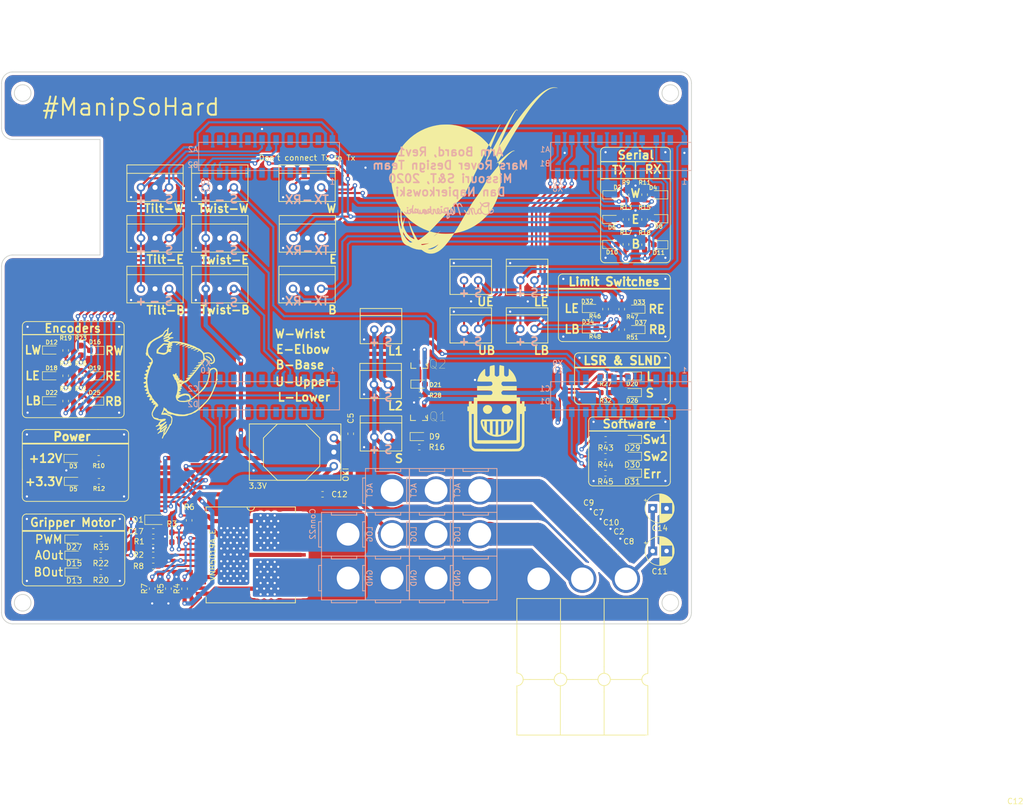
<source format=kicad_pcb>
(kicad_pcb (version 20171130) (host pcbnew "(5.1.5)-2")
  (layers (0 F.Cu signal) (31 B.Cu signal) (34 B.Paste user) (35 F.Paste user) (36 B.SilkS user) (37 F.SilkS user) (38 B.Mask user) (39 F.Mask user) (44 Edge.Cuts user))
  (net 0 "")
  (net 1 GND)
  (net 2 LS_2)
  (net 3 LS_1)
  (net 4 LS_3)
  (net 5 LS_4)
  (net 6 RX_1_Tiva)
  (net 7 TX_1_Tiva)
  (net 8 RX_2_Tiva)
  (net 9 TX_2_Tiva)
  (net 10 +3V3)
  (net 11 ENC_1_PWM)
  (net 12 ENC_2_PWM)
  (net 13 ENC_3_PWM)
  (net 14 ENC_4_PWM)
  (net 15 LED_IND_SW_1)
  (net 16 LED_IND_SW_2)
  (net 17 LED_IND_SW_ERR)
  (net 18 "Net-(U5-Pad29)")
  (net 19 "Net-(U5-Pad24)")
  (net 20 "Net-(U5-Pad22)")
  (net 21 "Net-(U5-Pad17)")
  (net 22 "Net-(U5-Pad14)")
  (net 23 "Net-(U5-Pad11)")
  (net 24 "Net-(U5-Pad2)")
  (net 25 +12L)
  (net 26 ENC_5_PWM)
  (net 27 ENC_6_PWM)
  (net 28 "Net-(Conn19-Pad2)")
  (net 29 "Net-(Conn20-Pad2)")
  (net 30 Solenoid_Control)
  (net 31 "Net-(R1-Pad2)")
  (net 32 "Net-(R3-Pad1)")
  (net 33 "Net-(R4-Pad1)")
  (net 34 "Net-(R5-Pad1)")
  (net 35 "Net-(R6-Pad1)")
  (net 36 "Net-(R7-Pad1)")
  (net 37 "Net-(R8-Pad1)")
  (net 38 "Net-(U1-PadPQ2)")
  (net 39 "Net-(U1-PadRese')")
  (net 40 "Net-(U1-Pad+5V')")
  (net 41 "Net-(U1-PadPD2)")
  (net 42 "Net-(U1-PadPG1)")
  (net 43 "Net-(U1-Pad+5V)")
  (net 44 "Net-(U1-PadPE2)")
  (net 45 "Net-(U1-PadPE3)")
  (net 46 "Net-(U1-PadPE4)")
  (net 47 "Net-(U1-PadPF3)")
  (net 48 "Net-(U1-PadPL5)")
  (net 49 "Net-(U1-PadPH2)")
  (net 50 "Net-(U1-PadPH3)")
  (net 51 "Net-(U1-PadRese)")
  (net 52 "Net-(D2-Pad2)")
  (net 53 "Net-(D3-Pad2)")
  (net 54 "Net-(D4-Pad2)")
  (net 55 "Net-(D5-Pad2)")
  (net 56 "Net-(D6-Pad2)")
  (net 57 "Net-(D8-Pad2)")
  (net 58 "Net-(D10-Pad2)")
  (net 59 "Net-(D11-Pad2)")
  (net 60 "Net-(D12-Pad2)")
  (net 61 "Net-(D13-Pad2)")
  (net 62 "Net-(D15-Pad2)")
  (net 63 "Net-(D16-Pad2)")
  (net 64 "Net-(D18-Pad2)")
  (net 65 "Net-(D19-Pad2)")
  (net 66 "Net-(D20-Pad2)")
  (net 67 "Net-(D21-Pad2)")
  (net 68 "Net-(D22-Pad2)")
  (net 69 "Net-(D25-Pad2)")
  (net 70 "Net-(D26-Pad2)")
  (net 71 "Net-(D27-Pad2)")
  (net 72 "Net-(D29-Pad2)")
  (net 73 "Net-(D30-Pad2)")
  (net 74 "Net-(D31-Pad2)")
  (net 75 "Net-(D32-Pad2)")
  (net 76 "Net-(D33-Pad2)")
  (net 77 "Net-(D34-Pad2)")
  (net 78 "Net-(D37-Pad2)")
  (net 79 "Net-(U1-PadPF2)")
  (net 80 "Net-(U1-PadPL4)")
  (net 81 RX_3_Tiva)
  (net 82 TX_3_Tiva)
  (net 83 "Net-(U1-PadPF1)")
  (net 84 "Net-(U1-PadPE5)")
  (net 85 "Net-(U1-PadPD3)")
  (net 86 "Net-(U1-PadPM3)")
  (net 87 "Net-(U1-PadPL0)")
  (net 88 Laser_Control)
  (net 89 "Net-(U1-PadPH0)")
  (net 90 "Net-(U1-PadPH1)")
  (net 91 "Net-(U1-PadPK6)")
  (net 92 "Net-(U1-PadPK7)")
  (net 93 "Net-(U1-PadPP0)")
  (net 94 "Net-(U1-PadPP1)")
  (net 95 +12VA)
  (net 96 I_SENSE)
  (net 97 Out_A_M)
  (net 98 Out_B_M)
  (net 99 IN_A)
  (net 100 M_PWM)
  (net 101 IN_B)
  (net 102 "Net-(U1-PadPG0)")
  (net 103 "Net-(U1-PadPL1)")
  (net 104 "Net-(U1-PadPE0)")
  (net 105 "Net-(U1-PadPE1)")
  (net 106 "Net-(U1-PadPD7)")
  (net 107 "Net-(U1-PadPA6)")
  (net 108 "Net-(U1-PadPQ3)")
  (net 109 "Net-(U1-PadPQ0)")
  (net 110 "Net-(U1-PadPN5)")
  (net 111 "Net-(U1-PadPP4)")
  (net 112 "Net-(U1-PadPN4)")
  (net 113 "Net-(U1-PadPK4)")
  (net 114 "Net-(U1-PadPK5)")
  (net 115 "Net-(U1-PadPP5)")
  (net 116 "Net-(D9-Pad2)")
  (net 117 "Net-(U1-PadPK0)")
  (net 118 "Net-(U1-PadPK2)")
  (net 119 "Net-(U1-PadPK1)")
  (net 120 "Net-(U1-PadPB4)")
  (net 121 "Net-(U1-PadPB5)")
  (net 122 "Net-(U1-PadPK3)")
  (net 123 "Net-(U1-PadPA7)")
  (net 124 "Net-(U1-PadPM2)")
  (module MRDT_Connectors:Anderson_3_Vertical_Side_by_Side (layer B.Cu) (at 103.759 133.35 90)
    (fp_text reference Conn2)
    (fp_text value AndersonPP hide)
    (fp_text user ACT (at 19.749 0.762 270) (layer B.SilkS) (effects (justify mirror)))
    (fp_text user LOG (at 11.849 0.762 270) (layer B.SilkS) (effects (justify mirror)))
    (fp_text user GND (at 3.937 0.762 270) (layer B.SilkS) (effects (justify mirror)))
    (pad 3 thru_hole circle (at 19.75 4.8 180) (size 5.08 5.08) (drill 4.104006) (layers *.Cu *.Mask) (net 95 +12VA))
    (pad 2 thru_hole circle (at 11.85 4.8 180) (size 5.08 5.08) (drill 4.104006) (layers *.Cu *.Mask) (net 25 +12L))
    (pad 1 thru_hole circle (at 3.95 4.8 180) (size 5.08 5.08) (drill 4.104006) (layers *.Cu *.Mask) (net 1 GND))
  )
  (module MRDT_Connectors:Anderson_3_Vertical_Side_by_Side (layer B.Cu) (at 119.5705 133.35 90)
    (fp_text reference Conn5)
    (fp_text value AndersonPP hide)
    (fp_text user ACT (at 19.749 0.762 270) (layer B.SilkS) (effects (justify mirror)))
    (fp_text user LOG (at 11.849 0.762 270) (layer B.SilkS) (effects (justify mirror)))
    (fp_text user GND (at 3.937 0.762 270) (layer B.SilkS) (effects (justify mirror)))
    (pad 3 thru_hole circle (at 19.75 4.8 180) (size 5.08 5.08) (drill 4.104006) (layers *.Cu *.Mask) (net 95 +12VA))
    (pad 2 thru_hole circle (at 11.85 4.8 180) (size 5.08 5.08) (drill 4.104006) (layers *.Cu *.Mask) (net 25 +12L))
    (pad 1 thru_hole circle (at 3.95 4.8 180) (size 5.08 5.08) (drill 4.104006) (layers *.Cu *.Mask) (net 1 GND))
  )
  (module MRDT_Connectors:Anderson_3_Vertical_Side_by_Side (layer B.Cu) (at 111.6965 133.35 90)
    (fp_text reference Conn8)
    (fp_text value AndersonPP hide)
    (fp_text user ACT (at 19.749 0.762 270) (layer B.SilkS) (effects (justify mirror)))
    (fp_text user LOG (at 11.849 0.762 270) (layer B.SilkS) (effects (justify mirror)))
    (fp_text user GND (at 3.937 0.762 270) (layer B.SilkS) (effects (justify mirror)))
    (pad 3 thru_hole circle (at 19.75 4.8 180) (size 5.08 5.08) (drill 4.104006) (layers *.Cu *.Mask) (net 95 +12VA))
    (pad 2 thru_hole circle (at 11.85 4.8 180) (size 5.08 5.08) (drill 4.104006) (layers *.Cu *.Mask) (net 25 +12L))
    (pad 1 thru_hole circle (at 3.95 4.8 180) (size 5.08 5.08) (drill 4.104006) (layers *.Cu *.Mask) (net 1 GND))
  )
  (module MRDT_Silkscreens:0_MRDT_Logo_30mm (layer F.Cu) (at 123.444 55.88)
    (fp_text reference G*** hide)
    (fp_text value LOGO hide)
  )
  (module "" (layer F.Cu) (at 99.822 110.49)
    (fp_text reference "" (at 120.904 58.928) (layer F.SilkS) (effects (font (size 1.27 1.27))))
    (fp_text value "" (at 120.904 58.928) (layer F.SilkS) (effects (font (size 1.27 1.27))))
    (fp_text user C12 (at 121.158 59.182) (layer F.SilkS))
  )
  (module "Project Library:Signature" (layer B.Cu) (at 118.872 62.992 180)
    (fp_text reference G*** hide)
    (fp_text value LOGO hide)
  )
  (module "Project Library:FUN_logo" (layer F.Cu) (at 127.4445 98.7425)
    (fp_text reference G*** hide)
    (fp_text value LOGO hide)
  )
  (module "Project Library:lizard_logo" (layer F.Cu) (at 72.009 94.0435 90)
    (fp_text reference G*** hide)
    (fp_text value LOGO hide)
  )
  (module MRDT_Connectors:Anderson_3_Horizontal_Side_by_Side (layer F.Cu) (at 154.686 133.096 90)
    (fp_text reference Conn1 hide)
    (fp_text value AndersonPP)
    (pad 3 thru_hole circle (at 3.556 -3.937 90) (size 5.08 5.08) (drill 4.06) (layers *.Cu *.Mask F.Paste) (net 95 +12VA))
    (pad 2 thru_hole circle (at 3.556 -11.811 90) (size 5.08 5.08) (drill 4.06) (layers *.Cu *.Mask F.Paste) (net 25 +12L))
    (pad 1 thru_hole circle (at 3.556 -19.685 90) (size 5.08 5.08) (drill 4.06) (layers *.Cu *.Mask F.Paste) (net 1 GND))
  )
  (module MRDT_Connectors:MOLEX_SL_03_Vertical (layer F.Cu) (at 72.39 74.676)
    (fp_text reference Conn12 hide)
    (fp_text value Encoder_6)
    (pad 3 thru_hole circle (at 7.62 2.54) (size 1.524 1.524) (drill 0.762) (layers *.Cu *.Mask) (net 27 ENC_6_PWM))
    (pad 2 thru_hole circle (at 5.08 2.54) (size 1.524 1.524) (drill 0.762) (layers *.Cu *.Mask) (net 1 GND))
    (pad 1 thru_hole circle (at 2.54 2.54) (size 1.524 1.524) (drill 0.762) (layers *.Cu *.Mask) (net 10 +3V3))
  )
  (module MRDT_Shields:TM4C129E_Launchpad_FULL_SMD_BOTTOM (layer F.Cu) (at 162.56 50.8 180)
    (fp_text reference U1 hide)
    (fp_text value TM4C129E_Launchpad hide)
    (fp_text user 10 (at 24.13 -41.148 180) (layer B.SilkS) (effects (justify mirror)))
    (fp_text user 10 (at 24.13 -7.112 180) (layer B.SilkS) (effects (justify mirror)))
    (fp_text user 10 (at 87.63 -41.148 180) (layer B.SilkS) (effects (justify mirror)))
    (fp_text user 10 (at 87.63 -7.112 180) (layer B.SilkS) (effects (justify mirror)))
    (fp_text user 1 (at 64.77 -7.112 180) (layer B.SilkS) (effects (justify mirror)))
    (fp_text user X9 (at 24.13 -39.878 180) (layer B.SilkS) (effects (justify mirror)))
    (fp_text user X8 (at 24.13 -8.382 180) (layer B.SilkS) (effects (justify mirror)))
    (fp_text user X7 (at 87.63 -39.878 180) (layer B.SilkS) (effects (justify mirror)))
    (fp_text user X6 (at 87.63 -8.382) (layer B.SilkS) (effects (justify mirror)))
    (fp_text user C1 (at 26.416 -44.45 180) (layer B.SilkS) (effects (justify mirror)))
    (fp_text user D1 (at 26.416 -46.736 180) (layer B.SilkS) (effects (justify mirror)))
    (fp_text user C2 (at 89.916 -44.45 180) (layer B.SilkS) (effects (justify mirror)))
    (fp_text user D2 (at 89.916 -47.244) (layer B.SilkS) (effects (justify mirror)))
    (fp_text user B1 (at 26.416 -3.81 180) (layer B.SilkS) (effects (justify mirror)))
    (fp_text user A1 (at 26.416 -1.27 180) (layer B.SilkS) (effects (justify mirror)))
    (fp_text user B2 (at 89.916 -4.064 180) (layer B.SilkS) (effects (justify mirror)))
    (fp_text user A2 (at 89.916 -1.27 180) (layer B.SilkS) (effects (justify mirror)))
    (fp_text user 1 (at 64.77 -41.148 180) (layer B.SilkS) (effects (justify mirror)))
    (fp_text user 1 (at 1.27 -41.148 180) (layer B.SilkS) (effects (justify mirror)))
    (fp_text user 1 (at 1.27 -7.112 180) (layer B.SilkS) (effects (justify mirror)))
    (pad +3V3' smd rect (at 64.77 0.4064) (size 0.9906 1.778) (layers B.Cu B.Paste B.Mask) (net 10 +3V3))
    (pad PM6 smd rect (at 87.63 -48.6664) (size 0.9906 1.778) (layers B.Cu B.Paste B.Mask) (net 100 M_PWM))
    (pad PQ1 smd rect (at 85.09 -48.6664) (size 0.9906 1.778) (layers B.Cu B.Paste B.Mask) (net 101 IN_B))
    (pad PQ2 smd rect (at 77.47 -48.6664) (size 0.9906 1.778) (layers B.Cu B.Paste B.Mask) (net 38 "Net-(U1-PadPQ2)"))
    (pad PK0 smd rect (at 74.93 -5.4864) (size 0.9906 1.778) (layers B.Cu B.Paste B.Mask) (net 117 "Net-(U1-PadPK0)"))
    (pad PQ3 smd rect (at 80.01 -48.6664) (size 0.9906 1.778) (layers B.Cu B.Paste B.Mask) (net 108 "Net-(U1-PadPQ3)"))
    (pad PP3 smd rect (at 82.55 -48.6664) (size 0.9906 1.778) (layers B.Cu B.Paste B.Mask) (net 99 IN_A))
    (pad PQ0 smd rect (at 80.01 0.4064) (size 0.9906 1.778) (layers B.Cu B.Paste B.Mask) (net 109 "Net-(U1-PadPQ0)"))
    (pad PA4 smd rect (at 85.09 -5.4864) (size 0.9906 1.778) (layers B.Cu B.Paste B.Mask) (net 8 RX_2_Tiva))
    (pad Rese' smd rect (at 74.93 -48.6664) (size 0.9906 1.778) (layers B.Cu B.Paste B.Mask) (net 39 "Net-(U1-PadRese')"))
    (pad PA7 smd rect (at 72.39 -48.6664) (size 0.9906 1.778) (layers B.Cu B.Paste B.Mask) (net 123 "Net-(U1-PadPA7)"))
    (pad PN5 smd rect (at 85.09 0.4064) (size 0.9906 1.778) (layers B.Cu B.Paste B.Mask) (net 110 "Net-(U1-PadPN5)"))
    (pad PK2 smd rect (at 80.01 -5.4864) (size 0.9906 1.778) (layers B.Cu B.Paste B.Mask) (net 118 "Net-(U1-PadPK2)"))
    (pad PK1 smd rect (at 77.47 -5.4864) (size 0.9906 1.778) (layers B.Cu B.Paste B.Mask) (net 119 "Net-(U1-PadPK1)"))
    (pad +5V' smd rect (at 64.77 -5.4864) (size 0.9906 1.778) (layers B.Cu B.Paste B.Mask) (net 40 "Net-(U1-Pad+5V')"))
    (pad GND smd rect (at 67.31 -5.4864) (size 0.9906 1.778) (layers B.Cu B.Paste B.Mask) (net 1 GND))
    (pad PB4 smd rect (at 69.85 -5.4864) (size 0.9906 1.778) (layers B.Cu B.Paste B.Mask) (net 120 "Net-(U1-PadPB4)"))
    (pad PB5 smd rect (at 72.39 -5.4864) (size 0.9906 1.778) (layers B.Cu B.Paste B.Mask) (net 121 "Net-(U1-PadPB5)"))
    (pad PK3 smd rect (at 82.55 -5.4864) (size 0.9906 1.778) (layers B.Cu B.Paste B.Mask) (net 122 "Net-(U1-PadPK3)"))
    (pad PA5 smd rect (at 87.63 -5.4864) (size 0.9906 1.778) (layers B.Cu B.Paste B.Mask) (net 9 TX_2_Tiva))
    (pad PD2 smd rect (at 67.31 0.4064) (size 0.9906 1.778) (layers B.Cu B.Paste B.Mask) (net 41 "Net-(U1-PadPD2)"))
    (pad PP0 smd rect (at 69.85 0.4064) (size 0.9906 1.778) (layers B.Cu B.Paste B.Mask) (net 93 "Net-(U1-PadPP0)"))
    (pad PP1 smd rect (at 72.39 0.4064) (size 0.9906 1.778) (layers B.Cu B.Paste B.Mask) (net 94 "Net-(U1-PadPP1)"))
    (pad PD4 smd rect (at 74.93 0.4064) (size 0.9906 1.778) (layers B.Cu B.Paste B.Mask) (net 13 ENC_3_PWM))
    (pad PD5 smd rect (at 77.47 0.4064) (size 0.9906 1.778) (layers B.Cu B.Paste B.Mask) (net 11 ENC_1_PWM))
    (pad PP4 smd rect (at 82.55 0.4064) (size 0.9906 1.778) (layers B.Cu B.Paste B.Mask) (net 111 "Net-(U1-PadPP4)"))
    (pad PN4 smd rect (at 87.63 0.4064) (size 0.9906 1.778) (layers B.Cu B.Paste B.Mask) (net 112 "Net-(U1-PadPN4)"))
    (pad PG1 smd rect (at 64.77 -42.7736) (size 0.9906 1.778) (layers B.Cu B.Paste B.Mask) (net 42 "Net-(U1-PadPG1)"))
    (pad PK4 smd rect (at 67.31 -42.7736) (size 0.9906 1.778) (layers B.Cu B.Paste B.Mask) (net 113 "Net-(U1-PadPK4)"))
    (pad PK5 smd rect (at 69.85 -42.7736) (size 0.9906 1.778) (layers B.Cu B.Paste B.Mask) (net 114 "Net-(U1-PadPK5)"))
    (pad PM0 smd rect (at 72.39 -42.7736) (size 0.9906 1.778) (layers B.Cu B.Paste B.Mask) (net 14 ENC_4_PWM))
    (pad PM1 smd rect (at 74.93 -42.7736) (size 0.9906 1.778) (layers B.Cu B.Paste B.Mask) (net 27 ENC_6_PWM))
    (pad PM2 smd rect (at 77.47 -42.7736) (size 0.9906 1.778) (layers B.Cu B.Paste B.Mask) (net 124 "Net-(U1-PadPM2)"))
    (pad PH0 smd rect (at 80.01 -42.7736) (size 0.9906 1.778) (layers B.Cu B.Paste B.Mask) (net 89 "Net-(U1-PadPH0)"))
    (pad PH1 smd rect (at 82.55 -42.7736) (size 0.9906 1.778) (layers B.Cu B.Paste B.Mask) (net 90 "Net-(U1-PadPH1)"))
    (pad PK6 smd rect (at 85.09 -42.7736) (size 0.9906 1.778) (layers B.Cu B.Paste B.Mask) (net 91 "Net-(U1-PadPK6)"))
    (pad PK7 smd rect (at 87.63 -42.7736) (size 0.9906 1.778) (layers B.Cu B.Paste B.Mask) (net 92 "Net-(U1-PadPK7)"))
    (pad GND smd rect (at 64.77 -48.6664) (size 0.9906 1.778) (layers B.Cu B.Paste B.Mask) (net 1 GND))
    (pad PM7 smd rect (at 67.31 -48.6664) (size 0.9906 1.778) (layers B.Cu B.Paste B.Mask) (net 26 ENC_5_PWM))
    (pad PP5 smd rect (at 69.85 -48.6664) (size 0.9906 1.778) (layers B.Cu B.Paste B.Mask) (net 115 "Net-(U1-PadPP5)"))
    (pad +5V smd rect (at 1.27 -5.4864) (size 0.9906 1.778) (layers B.Cu B.Paste B.Mask) (net 43 "Net-(U1-Pad+5V)"))
    (pad GND smd rect (at 3.81 -5.4864) (size 0.9906 1.778) (layers B.Cu B.Paste B.Mask) (net 1 GND))
    (pad PE0 smd rect (at 6.35 -5.4864) (size 0.9906 1.778) (layers B.Cu B.Paste B.Mask) (net 104 "Net-(U1-PadPE0)"))
    (pad PE1 smd rect (at 8.89 -5.4864) (size 0.9906 1.778) (layers B.Cu B.Paste B.Mask) (net 105 "Net-(U1-PadPE1)"))
    (pad PE2 smd rect (at 11.43 -5.4864) (size 0.9906 1.778) (layers B.Cu B.Paste B.Mask) (net 44 "Net-(U1-PadPE2)"))
    (pad PE3 smd rect (at 13.97 -5.4864) (size 0.9906 1.778) (layers B.Cu B.Paste B.Mask) (net 45 "Net-(U1-PadPE3)"))
    (pad PD7 smd rect (at 16.51 -5.4864) (size 0.9906 1.778) (layers B.Cu B.Paste B.Mask) (net 106 "Net-(U1-PadPD7)"))
    (pad PA6 smd rect (at 19.05 -5.4864) (size 0.9906 1.778) (layers B.Cu B.Paste B.Mask) (net 107 "Net-(U1-PadPA6)"))
    (pad PM4 smd rect (at 21.59 -5.4864) (size 0.9906 1.778) (layers B.Cu B.Paste B.Mask) (net 5 LS_4))
    (pad PM5 smd rect (at 24.13 -5.4864) (size 0.9906 1.778) (layers B.Cu B.Paste B.Mask) (net 4 LS_3))
    (pad +3V3 smd rect (at 1.27 0.4064) (size 0.9906 1.778) (layers B.Cu B.Paste B.Mask) (net 10 +3V3))
    (pad PE4 smd rect (at 3.81 0.4064) (size 0.9906 1.778) (layers B.Cu B.Paste B.Mask) (net 46 "Net-(U1-PadPE4)"))
    (pad PC4 smd rect (at 6.35 0.4064) (size 0.9906 1.778) (layers B.Cu B.Paste B.Mask) (net 81 RX_3_Tiva))
    (pad PC5 smd rect (at 8.89 0.4064) (size 0.9906 1.778) (layers B.Cu B.Paste B.Mask) (net 82 TX_3_Tiva))
    (pad PC6 smd rect (at 11.43 0.4064) (size 0.9906 1.778) (layers B.Cu B.Paste B.Mask) (net 6 RX_1_Tiva))
    (pad PE5 smd rect (at 13.97 0.4064) (size 0.9906 1.778) (layers B.Cu B.Paste B.Mask) (net 84 "Net-(U1-PadPE5)"))
    (pad PD3 smd rect (at 16.51 0.4064) (size 0.9906 1.778) (layers B.Cu B.Paste B.Mask) (net 85 "Net-(U1-PadPD3)"))
    (pad PC7 smd rect (at 19.05 0.4064) (size 0.9906 1.778) (layers B.Cu B.Paste B.Mask) (net 7 TX_1_Tiva))
    (pad PB2 smd rect (at 21.59 0.4064) (size 0.9906 1.778) (layers B.Cu B.Paste B.Mask) (net 2 LS_2))
    (pad PB3 smd rect (at 24.13 0.4064) (size 0.9906 1.778) (layers B.Cu B.Paste B.Mask) (net 3 LS_1))
    (pad PF1 smd rect (at 1.27 -42.7736) (size 0.9906 1.778) (layers B.Cu B.Paste B.Mask) (net 83 "Net-(U1-PadPF1)"))
    (pad PF2 smd rect (at 3.81 -42.7736) (size 0.9906 1.778) (layers B.Cu B.Paste B.Mask) (net 79 "Net-(U1-PadPF2)"))
    (pad PF3 smd rect (at 6.35 -42.7736) (size 0.9906 1.778) (layers B.Cu B.Paste B.Mask) (net 47 "Net-(U1-PadPF3)"))
    (pad PG0 smd rect (at 8.89 -42.7736) (size 0.9906 1.778) (layers B.Cu B.Paste B.Mask) (net 102 "Net-(U1-PadPG0)"))
    (pad PL4 smd rect (at 11.43 -42.7736) (size 0.9906 1.778) (layers B.Cu B.Paste B.Mask) (net 80 "Net-(U1-PadPL4)"))
    (pad PL5 smd rect (at 13.97 -42.7736) (size 0.9906 1.778) (layers B.Cu B.Paste B.Mask) (net 48 "Net-(U1-PadPL5)"))
    (pad PL0 smd rect (at 16.51 -42.7736) (size 0.9906 1.778) (layers B.Cu B.Paste B.Mask) (net 87 "Net-(U1-PadPL0)"))
    (pad PL1 smd rect (at 19.05 -42.7736) (size 0.9906 1.778) (layers B.Cu B.Paste B.Mask) (net 103 "Net-(U1-PadPL1)"))
    (pad PL2 smd rect (at 21.59 -42.7736) (size 0.9906 1.778) (layers B.Cu B.Paste B.Mask) (net 16 LED_IND_SW_2))
    (pad PL3 smd rect (at 24.13 -42.7736) (size 0.9906 1.778) (layers B.Cu B.Paste B.Mask) (net 88 Laser_Control))
    (pad GND smd rect (at 1.27 -48.6664) (size 0.9906 1.778) (layers B.Cu B.Paste B.Mask) (net 1 GND))
    (pad PM3 smd rect (at 3.81 -48.6664) (size 0.9906 1.778) (layers B.Cu B.Paste B.Mask) (net 86 "Net-(U1-PadPM3)"))
    (pad PH2 smd rect (at 6.35 -48.6664) (size 0.9906 1.778) (layers B.Cu B.Paste B.Mask) (net 49 "Net-(U1-PadPH2)"))
    (pad PH3 smd rect (at 8.89 -48.6664) (size 0.9906 1.778) (layers B.Cu B.Paste B.Mask) (net 50 "Net-(U1-PadPH3)"))
    (pad Rese smd rect (at 11.43 -48.6664) (size 0.9906 1.778) (layers B.Cu B.Paste B.Mask) (net 51 "Net-(U1-PadRese)"))
    (pad PD1 smd rect (at 13.97 -48.6664) (size 0.9906 1.778) (layers B.Cu B.Paste B.Mask) (net 96 I_SENSE))
    (pad PD0 smd rect (at 16.51 -48.6664) (size 0.9906 1.778) (layers B.Cu B.Paste B.Mask) (net 12 ENC_2_PWM))
    (pad PN2 smd rect (at 19.05 -48.6664) (size 0.9906 1.778) (layers B.Cu B.Paste B.Mask) (net 15 LED_IND_SW_1))
    (pad PN3 smd rect (at 21.59 -48.6664) (size 0.9906 1.778) (layers B.Cu B.Paste B.Mask) (net 17 LED_IND_SW_ERR))
    (pad PP2 smd rect (at 24.13 -48.6664) (size 0.9906 1.778) (layers B.Cu B.Paste B.Mask) (net 30 Solenoid_Control))
  )
  (module Capacitor_SMD:C_0603_1608Metric_Pad1.05x0.95mm_HandSolder (layer F.Cu) (at 101.092 103.378 270)
    (fp_text reference C5 (at -2.794 0 90) (layer F.SilkS))
    (fp_text value 10uF)
    (pad 2 smd roundrect (at 0.875 0 270) (size 1.05 0.95) (layers F.Cu F.Paste F.Mask) (net 25 +12L))
    (pad 1 smd roundrect (at -0.875 0 270) (size 1.05 0.95) (layers F.Cu F.Paste F.Mask) (net 1 GND))
  )
  (module MRDT_Devices:OKI_Horizontal (layer F.Cu) (at 99.314 101.6 270)
    (fp_text reference U3 hide)
    (fp_text value OKI (at 9.144 -0.889 90) (layer F.SilkS))
    (pad 1 thru_hole circle (at 2.54 1.27 270) (size 1.524 1.524) (drill 0.889) (layers *.Cu *.Mask) (net 25 +12L))
    (pad 2 thru_hole circle (at 5.08 1.27 270) (size 1.524 1.524) (drill 0.889) (layers *.Cu *.Mask) (net 1 GND))
    (pad 3 thru_hole circle (at 7.62 1.27 270) (size 1.524 1.524) (drill 0.889) (layers *.Cu *.Mask) (net 10 +3V3))
  )
  (module LED_SMD:LED_0603_1608Metric_Pad1.05x0.95mm_HandSolder (layer F.Cu) (at 51.04 107.823)
    (fp_text reference D3 (at 0 1.397) (layer F.SilkS) (effects (font (size 0.75 0.75))))
    (fp_text value LED)
    (pad 1 smd roundrect (at -0.875 0) (size 1.05 0.95) (layers F.Cu F.Paste F.Mask) (net 1 GND))
    (pad 2 smd roundrect (at 0.875 0) (size 1.05 0.95) (layers F.Cu F.Paste F.Mask) (net 53 "Net-(D3-Pad2)"))
  )
  (module Resistor_SMD:R_0603_1608Metric_Pad1.05x0.95mm_HandSolder (layer F.Cu) (at 55.626 107.823)
    (fp_text reference R10 (at 0 1.3335) (layer F.SilkS) (effects (font (size 0.75 0.75))))
    (fp_text value 1000)
    (pad 2 smd roundrect (at 0.875 0) (size 1.05 0.95) (layers F.Cu F.Paste F.Mask) (net 95 +12VA))
    (pad 1 smd roundrect (at -0.875 0) (size 1.05 0.95) (layers F.Cu F.Paste F.Mask) (net 53 "Net-(D3-Pad2)"))
  )
  (module Resistor_SMD:R_0603_1608Metric_Pad1.05x0.95mm_HandSolder (layer F.Cu) (at 113.4605 105.791)
    (fp_text reference R16 (at 3.175 0) (layer F.SilkS))
    (fp_text value 1.5k)
    (pad 2 smd roundrect (at 0.875 0) (size 1.05 0.95) (layers F.Cu F.Paste F.Mask) (net 116 "Net-(D9-Pad2)"))
    (pad 1 smd roundrect (at -0.875 0) (size 1.05 0.95) (layers F.Cu F.Paste F.Mask) (net 95 +12VA))
  )
  (module LED_SMD:LED_0603_1608Metric_Pad1.05x0.95mm_HandSolder (layer F.Cu) (at 113.4745 103.886)
    (fp_text reference D9 (at 2.7305 0) (layer F.SilkS))
    (fp_text value LED)
    (pad 2 smd roundrect (at 0.875 0) (size 1.05 0.95) (layers F.Cu F.Paste F.Mask) (net 116 "Net-(D9-Pad2)"))
    (pad 1 smd roundrect (at -0.875 0) (size 1.05 0.95) (layers F.Cu F.Paste F.Mask) (net 28 "Net-(Conn19-Pad2)"))
  )
  (module MRDT_Connectors:MOLEX_SL_03_Vertical (layer F.Cu) (at 90.678 77.216)
    (fp_text reference Conn6 hide)
    (fp_text value Molex_SL_03)
    (pad 3 thru_hole circle (at 5.08 0) (size 1.524 1.524) (drill 0.9) (layers *.Cu *.Mask) (net 82 TX_3_Tiva))
    (pad 2 thru_hole circle (at 2.54 0) (size 1.524 1.524) (drill 0.9) (layers *.Cu *.Mask) (net 1 GND))
    (pad 1 thru_hole circle (at 0 0) (size 1.524 1.524) (drill 0.9) (layers *.Cu *.Mask) (net 81 RX_3_Tiva))
  )
  (module MRDT_Connectors:MOLEX_SL_03_Vertical (layer F.Cu) (at 72.39 65.532)
    (fp_text reference Conn4 hide)
    (fp_text value Encoder_4)
    (pad 3 thru_hole circle (at 7.62 2.54) (size 1.524 1.524) (drill 0.9) (layers *.Cu *.Mask) (net 14 ENC_4_PWM))
    (pad 2 thru_hole circle (at 5.08 2.54) (size 1.524 1.524) (drill 0.9) (layers *.Cu *.Mask) (net 1 GND))
    (pad 1 thru_hole circle (at 2.54 2.54) (size 1.524 1.524) (drill 0.9) (layers *.Cu *.Mask) (net 10 +3V3))
  )
  (module IRLML6344TRPBF:SOT95P240X112-3N (layer F.Cu) (at 113.4745 90.8558 270)
    (fp_text reference Q2 (at -0.0635 -3.2893 180) (layer F.SilkS) (effects (font (size 1.64067 1.64067) (thickness 0.05))))
    (fp_text value Q_NMOS_GSD hide)
    (pad 1 smd rect (at -1.0922 -0.9398 270) (size 1.3208 0.5588) (layers F.Cu F.Paste F.Mask) (net 88 Laser_Control))
    (pad 2 smd rect (at -1.0922 0.9398 270) (size 1.3208 0.5588) (layers F.Cu F.Paste F.Mask) (net 1 GND))
    (pad 3 smd rect (at 1.0922 0 270) (size 1.3208 0.5588) (layers F.Cu F.Paste F.Mask) (net 29 "Net-(Conn20-Pad2)"))
  )
  (module IRLML6344TRPBF:SOT95P240X112-3N (layer F.Cu) (at 113.411 100.2665 270)
    (fp_text reference Q1 (at 0 -3.429 180) (layer F.SilkS) (effects (font (size 1.64067 1.64067) (thickness 0.05))))
    (fp_text value Q_NMOS_GSD hide)
    (pad 3 smd rect (at 1.0922 0 270) (size 1.3208 0.5588) (layers F.Cu F.Paste F.Mask) (net 28 "Net-(Conn19-Pad2)"))
    (pad 2 smd rect (at -1.0922 0.9398 270) (size 1.3208 0.5588) (layers F.Cu F.Paste F.Mask) (net 1 GND))
    (pad 1 smd rect (at -1.0922 -0.9398 270) (size 1.3208 0.5588) (layers F.Cu F.Paste F.Mask) (net 30 Solenoid_Control))
  )
  (module MRDT_Connectors:MOLEX_SL_03_Vertical (layer F.Cu) (at 60.706 74.676)
    (fp_text reference Conn10 hide)
    (fp_text value Encoder_5)
    (pad 1 thru_hole circle (at 2.54 2.54) (size 1.524 1.524) (drill 0.9) (layers *.Cu *.Mask) (net 10 +3V3))
    (pad 2 thru_hole circle (at 5.08 2.54) (size 1.524 1.524) (drill 0.9) (layers *.Cu *.Mask) (net 1 GND))
    (pad 3 thru_hole circle (at 7.62 2.54) (size 1.524 1.524) (drill 0.9) (layers *.Cu *.Mask) (net 26 ENC_5_PWM))
  )
  (module Resistor_SMD:R_0603_1608Metric_Pad1.05x0.95mm_HandSolder (layer F.Cu) (at 71.12 131.332 270)
    (fp_text reference R4 (at -0.014 1.397 270) (layer F.SilkS))
    (fp_text value 1k)
    (pad 2 smd roundrect (at 0.875 0 270) (size 1.05 0.95) (layers F.Cu F.Paste F.Mask) (net 10 +3V3))
    (pad 1 smd roundrect (at -0.875 0 270) (size 1.05 0.95) (layers F.Cu F.Paste F.Mask) (net 33 "Net-(R4-Pad1)"))
  )
  (module MRDT_Connectors:MOLEX_SL_02_Vertical (layer F.Cu) (at 122.809 84.455)
    (fp_text reference Conn15 hide)
    (fp_text value Limit_Switch_3)
    (pad 2 thru_hole circle (at 1.27 0) (size 1.524 1.524) (drill 0.9) (layers *.Cu *.Mask) (net 4 LS_3))
    (pad 1 thru_hole circle (at -1.27 0) (size 1.524 1.524) (drill 0.9) (layers *.Cu *.Mask) (net 10 +3V3))
  )
  (module Resistor_SMD:R_0603_1608Metric_Pad1.05x0.95mm_HandSolder (layer F.Cu) (at 56.0565 122.3645)
    (fp_text reference R35 (at 0 1.4605) (layer F.SilkS))
    (fp_text value 330)
    (pad 2 smd roundrect (at 0.875 0) (size 1.05 0.95) (layers F.Cu F.Paste F.Mask) (net 100 M_PWM))
    (pad 1 smd roundrect (at -0.875 0) (size 1.05 0.95) (layers F.Cu F.Paste F.Mask) (net 71 "Net-(D27-Pad2)"))
  )
  (module LED_SMD:LED_0603_1608Metric_Pad1.05x0.95mm_HandSolder (layer F.Cu) (at 51.181 122.3645)
    (fp_text reference D27 (at 0 1.4605) (layer F.SilkS))
    (fp_text value LED)
    (pad 2 smd roundrect (at 0.875 0) (size 1.05 0.95) (layers F.Cu F.Paste F.Mask) (net 71 "Net-(D27-Pad2)"))
    (pad 1 smd roundrect (at -0.875 0) (size 1.05 0.95) (layers F.Cu F.Paste F.Mask) (net 1 GND))
  )
  (module MRDT_Connectors:Anderson_2_Vertical_Sidy_by_Side (layer B.Cu) (at 100.6475 129.413 90)
    (fp_text reference Conn22 (at 9.763 -6.426 90) (layer B.SilkS) (effects (justify mirror)))
    (fp_text value AndersonPP hide)
    (pad 2 thru_hole circle (at 7.913 -0.026 180) (size 5.08 5.08) (drill 4.104006) (layers *.Cu *.Mask) (net 97 Out_A_M))
    (pad 1 thru_hole circle (at 0.013 -0.026 180) (size 5.08 5.08) (drill 4.104006) (layers *.Cu *.Mask) (net 98 Out_B_M))
  )
  (module MRDT_Connectors:MOLEX_SL_03_Vertical (layer F.Cu) (at 90.678 58.928)
    (fp_text reference Conn23 hide)
    (fp_text value Molex_SL_03)
    (pad 3 thru_hole circle (at 5.08 0) (size 1.524 1.524) (drill 0.9) (layers *.Cu *.Mask) (net 7 TX_1_Tiva))
    (pad 2 thru_hole circle (at 2.54 0) (size 1.524 1.524) (drill 0.9) (layers *.Cu *.Mask) (net 1 GND))
    (pad 1 thru_hole circle (at 0 0) (size 1.524 1.524) (drill 0.9) (layers *.Cu *.Mask) (net 6 RX_1_Tiva))
  )
  (module MRDT_Connectors:MOLEX_SL_03_Vertical (layer F.Cu) (at 90.7415 68.072)
    (fp_text reference Conn7 hide)
    (fp_text value Molex_SL_03)
    (pad 3 thru_hole circle (at 5.08 0) (size 1.524 1.524) (drill 0.9) (layers *.Cu *.Mask) (net 9 TX_2_Tiva))
    (pad 2 thru_hole circle (at 2.54 0) (size 1.524 1.524) (drill 0.9) (layers *.Cu *.Mask) (net 1 GND))
    (pad 1 thru_hole circle (at 0 0) (size 1.524 1.524) (drill 0.9) (layers *.Cu *.Mask) (net 8 RX_2_Tiva))
  )
  (module MRDT_ICs:MultiPowerSO_30 (layer F.Cu) (at 83.058 125.222)
    (fp_text reference U5 hide)
    (fp_text value VNH5019A_E (at -6.8707 0.048001 270) (layer F.SilkS))
    (pad 33 smd rect (at 3.048 4.1656) (size 5.2578 6.223) (layers F.Cu F.Paste F.Mask) (net 98 Out_B_M))
    (pad 32 smd rect (at -3.048 0) (size 5.2578 10.3124) (layers F.Cu F.Paste F.Mask) (net 95 +12VA))
    (pad 31 smd rect (at 3.048 -4.1656) (size 5.2578 6.223) (layers F.Cu F.Paste F.Mask) (net 97 Out_A_M))
    (pad 30 smd rect (at 9.0043 -7.000001) (size 1.8542 0.635) (layers F.Cu F.Paste F.Mask) (net 97 Out_A_M))
    (pad 29 smd rect (at 9.0043 -6.000001) (size 1.8542 0.635) (layers F.Cu F.Paste F.Mask) (net 18 "Net-(U5-Pad29)"))
    (pad 28 smd rect (at 9.0043 -5) (size 1.8542 0.635) (layers F.Cu F.Paste F.Mask) (net 1 GND))
    (pad 27 smd rect (at 9.0043 -4) (size 1.8542 0.635) (layers F.Cu F.Paste F.Mask) (net 1 GND))
    (pad 26 smd rect (at 9.0043 -2.999999) (size 1.8542 0.635) (layers F.Cu F.Paste F.Mask) (net 1 GND))
    (pad 25 smd rect (at 9.0043 -2.000001) (size 1.8542 0.635) (layers F.Cu F.Paste F.Mask) (net 97 Out_A_M))
    (pad 24 smd rect (at 9.0043 -1.000001) (size 1.8542 0.635) (layers F.Cu F.Paste F.Mask) (net 19 "Net-(U5-Pad24)"))
    (pad 23 smd rect (at 9.0043 0) (size 1.8542 0.635) (layers F.Cu F.Paste F.Mask) (net 95 +12VA))
    (pad 22 smd rect (at 9.0043 1.000001) (size 1.8542 0.635) (layers F.Cu F.Paste F.Mask) (net 20 "Net-(U5-Pad22)"))
    (pad 21 smd rect (at 9.0043 2.000001) (size 1.8542 0.635) (layers F.Cu F.Paste F.Mask) (net 98 Out_B_M))
    (pad 20 smd rect (at 9.0043 2.999999) (size 1.8542 0.635) (layers F.Cu F.Paste F.Mask) (net 1 GND))
    (pad 19 smd rect (at 9.0043 4) (size 1.8542 0.635) (layers F.Cu F.Paste F.Mask) (net 1 GND))
    (pad 18 smd rect (at 9.0043 5) (size 1.8542 0.635) (layers F.Cu F.Paste F.Mask) (net 1 GND))
    (pad 17 smd rect (at 9.0043 6.000001) (size 1.8542 0.635) (layers F.Cu F.Paste F.Mask) (net 21 "Net-(U5-Pad17)"))
    (pad 16 smd rect (at 9.0043 6.999999) (size 1.8542 0.635) (layers F.Cu F.Paste F.Mask) (net 98 Out_B_M))
    (pad 15 smd rect (at -9.0043 7.000001) (size 1.8542 0.635) (layers F.Cu F.Paste F.Mask) (net 98 Out_B_M))
    (pad 14 smd rect (at -9.0043 6.000001) (size 1.8542 0.635) (layers F.Cu F.Paste F.Mask) (net 22 "Net-(U5-Pad14)"))
    (pad 13 smd rect (at -9.0043 5) (size 1.8542 0.635) (layers F.Cu F.Paste F.Mask) (net 95 +12VA))
    (pad 12 smd rect (at -9.0043 4) (size 1.8542 0.635) (layers F.Cu F.Paste F.Mask) (net 95 +12VA))
    (pad 11 smd rect (at -9.0043 2.999999) (size 1.8542 0.635) (layers F.Cu F.Paste F.Mask) (net 23 "Net-(U5-Pad11)"))
    (pad 10 smd rect (at -9.0043 2.000001) (size 1.8542 0.635) (layers F.Cu F.Paste F.Mask) (net 37 "Net-(R8-Pad1)"))
    (pad 9 smd rect (at -9.0043 1.000001) (size 1.8542 0.635) (layers F.Cu F.Paste F.Mask) (net 36 "Net-(R7-Pad1)"))
    (pad 8 smd rect (at -9.0043 0) (size 1.8542 0.635) (layers F.Cu F.Paste F.Mask) (net 31 "Net-(R1-Pad2)"))
    (pad 7 smd rect (at -9.0043 -1.000001) (size 1.8542 0.635) (layers F.Cu F.Paste F.Mask) (net 35 "Net-(R6-Pad1)"))
    (pad 6 smd rect (at -9.0043 -2.000001) (size 1.8542 0.635) (layers F.Cu F.Paste F.Mask) (net 34 "Net-(R5-Pad1)"))
    (pad 5 smd rect (at -9.0043 -2.999999) (size 1.8542 0.635) (layers F.Cu F.Paste F.Mask) (net 33 "Net-(R4-Pad1)"))
    (pad 4 smd rect (at -9.0043 -4) (size 1.8542 0.635) (layers F.Cu F.Paste F.Mask) (net 32 "Net-(R3-Pad1)"))
    (pad 3 smd rect (at -9.0043 -5) (size 1.8542 0.635) (layers F.Cu F.Paste F.Mask) (net 95 +12VA))
    (pad 2 smd rect (at -9.0043 -6.000001) (size 1.8542 0.635) (layers F.Cu F.Paste F.Mask) (net 24 "Net-(U5-Pad2)"))
    (pad 1 smd rect (at -9.0043 -6.999999) (size 1.8542 0.635) (layers F.Cu F.Paste F.Mask) (net 97 Out_A_M))
  )
  (module MRDT_Connectors:MOLEX_SL_02_Vertical (layer F.Cu) (at 106.553 94.488)
    (fp_text reference Conn20 hide)
    (fp_text value Molex_SL_02)
    (pad 2 thru_hole circle (at 1.27 0) (size 1.524 1.524) (drill 0.9) (layers *.Cu *.Mask) (net 29 "Net-(Conn20-Pad2)"))
    (pad 1 thru_hole circle (at -1.27 0) (size 1.524 1.524) (drill 0.9) (layers *.Cu *.Mask) (net 95 +12VA))
  )
  (module MRDT_Connectors:MOLEX_SL_02_Vertical (layer F.Cu) (at 106.6165 84.582)
    (fp_text reference Conn21 hide)
    (fp_text value Molex_SL_02)
    (pad 1 thru_hole circle (at -1.27 0) (size 1.524 1.524) (drill 0.9) (layers *.Cu *.Mask) (net 95 +12VA))
    (pad 2 thru_hole circle (at 1.27 0) (size 1.524 1.524) (drill 0.9) (layers *.Cu *.Mask) (net 29 "Net-(Conn20-Pad2)"))
  )
  (module MRDT_Connectors:MOLEX_SL_03_Vertical (layer F.Cu) (at 60.706 56.388)
    (fp_text reference Conn3 hide)
    (fp_text value Encoder_1)
    (pad 1 thru_hole circle (at 2.54 2.54) (size 1.524 1.524) (drill 0.9) (layers *.Cu *.Mask) (net 10 +3V3))
    (pad 2 thru_hole circle (at 5.08 2.54) (size 1.524 1.524) (drill 0.9) (layers *.Cu *.Mask) (net 1 GND))
    (pad 3 thru_hole circle (at 7.62 2.54) (size 1.524 1.524) (drill 0.9) (layers *.Cu *.Mask) (net 11 ENC_1_PWM))
  )
  (module MRDT_Connectors:MOLEX_SL_03_Vertical (layer F.Cu) (at 72.39 56.388)
    (fp_text reference Conn9 hide)
    (fp_text value Encoder_2)
    (pad 3 thru_hole circle (at 7.62 2.54) (size 1.524 1.524) (drill 0.9) (layers *.Cu *.Mask) (net 12 ENC_2_PWM))
    (pad 2 thru_hole circle (at 5.08 2.54) (size 1.524 1.524) (drill 0.9) (layers *.Cu *.Mask) (net 1 GND))
    (pad 1 thru_hole circle (at 2.54 2.54) (size 1.524 1.524) (drill 0.9) (layers *.Cu *.Mask) (net 10 +3V3))
  )
  (module MRDT_Connectors:MOLEX_SL_03_Vertical (layer F.Cu) (at 60.706 65.532)
    (fp_text reference Conn11 hide)
    (fp_text value Encoder_3)
    (pad 1 thru_hole circle (at 2.54 2.54) (size 1.524 1.524) (drill 0.9) (layers *.Cu *.Mask) (net 10 +3V3))
    (pad 2 thru_hole circle (at 5.08 2.54) (size 1.524 1.524) (drill 0.9) (layers *.Cu *.Mask) (net 1 GND))
    (pad 3 thru_hole circle (at 7.62 2.54) (size 1.524 1.524) (drill 0.9) (layers *.Cu *.Mask) (net 13 ENC_3_PWM))
  )
  (module MRDT_Connectors:MOLEX_SL_02_Vertical (layer F.Cu) (at 122.809 75.692)
    (fp_text reference Conn13 hide)
    (fp_text value Limit_Switch_1)
    (pad 1 thru_hole circle (at -1.27 0) (size 1.524 1.524) (drill 0.9) (layers *.Cu *.Mask) (net 10 +3V3))
    (pad 2 thru_hole circle (at 1.27 0) (size 1.524 1.524) (drill 0.9) (layers *.Cu *.Mask) (net 3 LS_1))
  )
  (module MRDT_Connectors:MOLEX_SL_02_Vertical (layer F.Cu) (at 132.969 75.692)
    (fp_text reference Conn14 hide)
    (fp_text value Limit_Switch_2)
    (pad 2 thru_hole circle (at 1.27 0) (size 1.524 1.524) (drill 0.9) (layers *.Cu *.Mask) (net 2 LS_2))
    (pad 1 thru_hole circle (at -1.27 0) (size 1.524 1.524) (drill 0.9) (layers *.Cu *.Mask) (net 10 +3V3))
  )
  (module MRDT_Connectors:MOLEX_SL_02_Vertical (layer F.Cu) (at 132.969 84.455)
    (fp_text reference Conn16 hide)
    (fp_text value Limit_Switch_4)
    (pad 1 thru_hole circle (at -1.27 0) (size 1.524 1.524) (drill 0.9) (layers *.Cu *.Mask) (net 10 +3V3))
    (pad 2 thru_hole circle (at 1.27 0) (size 1.524 1.524) (drill 0.9) (layers *.Cu *.Mask) (net 5 LS_4))
  )
  (module MRDT_Connectors:MOLEX_SL_02_Vertical (layer F.Cu) (at 106.6165 103.9495)
    (fp_text reference Conn19 hide)
    (fp_text value Molex_SL_02)
    (pad 1 thru_hole circle (at -1.27 0) (size 1.524 1.524) (drill 0.9) (layers *.Cu *.Mask) (net 95 +12VA))
    (pad 2 thru_hole circle (at 1.27 0) (size 1.524 1.524) (drill 0.9) (layers *.Cu *.Mask) (net 28 "Net-(Conn19-Pad2)"))
  )
  (module Capacitor_SMD:C_0603_1608Metric_Pad1.05x0.95mm_HandSolder (layer F.Cu) (at 147.32 122.936 45)
    (fp_text reference C2 (at 2.873682 0.179605 180) (layer F.SilkS))
    (fp_text value .1uF)
    (pad 1 smd roundrect (at -0.875 0 45) (size 1.05 0.95) (layers F.Cu F.Paste F.Mask) (net 95 +12VA))
    (pad 2 smd roundrect (at 0.875 0 45) (size 1.05 0.95) (layers F.Cu F.Paste F.Mask) (net 1 GND))
  )
  (module Capacitor_SMD:C_0603_1608Metric_Pad1.05x0.95mm_HandSolder (layer F.Cu) (at 143.764 119.38 45)
    (fp_text reference C7 (at 2.694077 0.179605 180) (layer F.SilkS))
    (fp_text value 10uF)
    (pad 2 smd roundrect (at 0.875 0 45) (size 1.05 0.95) (layers F.Cu F.Paste F.Mask) (net 1 GND))
    (pad 1 smd roundrect (at -0.875 0 45) (size 1.05 0.95) (layers F.Cu F.Paste F.Mask) (net 95 +12VA))
  )
  (module Capacitor_SMD:C_0603_1608Metric_Pad1.05x0.95mm_HandSolder (layer F.Cu) (at 149.098 124.714 45)
    (fp_text reference C8 (at 2.873682 0.179605 180) (layer F.SilkS))
    (fp_text value 10uF)
    (pad 1 smd roundrect (at -0.875 0 45) (size 1.05 0.95) (layers F.Cu F.Paste F.Mask) (net 95 +12VA))
    (pad 2 smd roundrect (at 0.875 0 45) (size 1.05 0.95) (layers F.Cu F.Paste F.Mask) (net 1 GND))
  )
  (module Capacitor_SMD:C_0603_1608Metric_Pad1.05x0.95mm_HandSolder (layer F.Cu) (at 141.986 117.602 45)
    (fp_text reference C9 (at 2.694077 0.179605 180) (layer F.SilkS))
    (fp_text value 10u)
    (pad 2 smd roundrect (at 0.875 0 45) (size 1.05 0.95) (layers F.Cu F.Paste F.Mask) (net 1 GND))
    (pad 1 smd roundrect (at -0.875 0 45) (size 1.05 0.95) (layers F.Cu F.Paste F.Mask) (net 95 +12VA))
  )
  (module Capacitor_SMD:C_0603_1608Metric_Pad1.05x0.95mm_HandSolder (layer F.Cu) (at 145.542 121.158 45)
    (fp_text reference C10 (at 3.053287 0.538815 180) (layer F.SilkS))
    (fp_text value 10u)
    (pad 1 smd roundrect (at -0.875 0 45) (size 1.05 0.95) (layers F.Cu F.Paste F.Mask) (net 95 +12VA))
    (pad 2 smd roundrect (at 0.875 0 45) (size 1.05 0.95) (layers F.Cu F.Paste F.Mask) (net 1 GND))
  )
  (module Capacitor_THT:CP_Radial_D5.0mm_P2.50mm (layer F.Cu) (at 155.575 124.5235)
    (fp_text reference C11 (at 1.27 3.683) (layer F.SilkS))
    (fp_text value 47uF)
    (pad 1 thru_hole rect (at 0 0) (size 1.6 1.6) (drill 0.8) (layers *.Cu *.Mask) (net 95 +12VA))
    (pad 2 thru_hole circle (at 2.5 0) (size 1.6 1.6) (drill 0.8) (layers *.Cu *.Mask) (net 1 GND))
  )
  (module Capacitor_SMD:C_0603_1608Metric_Pad1.05x0.95mm_HandSolder (layer F.Cu) (at 96.012 114.3 180)
    (fp_text reference C12 (at -3.048 0 180) (layer F.SilkS))
    (fp_text value 10uF)
    (pad 2 smd roundrect (at 0.875 0 180) (size 1.05 0.95) (layers F.Cu F.Paste F.Mask) (net 10 +3V3))
    (pad 1 smd roundrect (at -0.875 0 180) (size 1.05 0.95) (layers F.Cu F.Paste F.Mask) (net 1 GND))
  )
  (module Capacitor_THT:CP_Radial_D5.0mm_P2.50mm (layer F.Cu) (at 155.575 116.84)
    (fp_text reference C14 (at 1.27 3.556 180) (layer F.SilkS))
    (fp_text value 47uF)
    (pad 2 thru_hole circle (at 2.5 0) (size 1.6 1.6) (drill 0.8) (layers *.Cu *.Mask) (net 1 GND))
    (pad 1 thru_hole rect (at 0 0) (size 1.6 1.6) (drill 0.8) (layers *.Cu *.Mask) (net 95 +12VA))
  )
  (module Capacitor_SMD:C_0603_1608Metric_Pad1.05x0.95mm_HandSolder (layer F.Cu) (at 65.4812 120.9802)
    (fp_text reference C17 (at -3.2017 0.0127 180) (layer F.SilkS))
    (fp_text value 33nF)
    (pad 2 smd roundrect (at 0.875 0) (size 1.05 0.95) (layers F.Cu F.Paste F.Mask) (net 1 GND))
    (pad 1 smd roundrect (at -0.875 0) (size 1.05 0.95) (layers F.Cu F.Paste F.Mask) (net 96 I_SENSE))
  )
  (module Diode_SMD:D_SOD-323_HandSoldering (layer F.Cu) (at 65.8368 118.8974)
    (fp_text reference D1 (at -3.0988 -0.0254) (layer F.SilkS))
    (fp_text value D_Zener)
    (pad 1 smd rect (at -1.25 0) (size 1 1) (layers F.Cu F.Paste F.Mask) (net 96 I_SENSE))
    (pad 2 smd rect (at 1.25 0) (size 1 1) (layers F.Cu F.Paste F.Mask) (net 1 GND))
  )
  (module LED_SMD:LED_0603_1608Metric_Pad1.05x0.95mm_HandSolder (layer F.Cu) (at 148.223 60.2615)
    (fp_text reference D2 (at 1.002 -1.3335 180) (layer F.SilkS) (effects (font (size 0.75 0.75))))
    (fp_text value LED)
    (pad 2 smd roundrect (at 0.875 0) (size 1.05 0.95) (layers F.Cu F.Paste F.Mask) (net 52 "Net-(D2-Pad2)"))
    (pad 1 smd roundrect (at -0.875 0) (size 1.05 0.95) (layers F.Cu F.Paste F.Mask) (net 1 GND))
  )
  (module LED_SMD:LED_0603_1608Metric_Pad1.05x0.95mm_HandSolder (layer F.Cu) (at 156.6405 60.2615 180)
    (fp_text reference D4 (at 1.002 1.27) (layer F.SilkS) (effects (font (size 0.75 0.75))))
    (fp_text value LED)
    (pad 1 smd roundrect (at -0.875 0 180) (size 1.05 0.95) (layers F.Cu F.Paste F.Mask) (net 1 GND))
    (pad 2 smd roundrect (at 0.875 0 180) (size 1.05 0.95) (layers F.Cu F.Paste F.Mask) (net 54 "Net-(D4-Pad2)"))
  )
  (module LED_SMD:LED_0603_1608Metric_Pad1.05x0.95mm_HandSolder (layer F.Cu) (at 51.080923 111.964288)
    (fp_text reference D5 (at -0.026923 1.383212) (layer F.SilkS) (effects (font (size 0.75 0.75))))
    (fp_text value LED)
    (pad 2 smd roundrect (at 0.875 0) (size 1.05 0.95) (layers F.Cu F.Paste F.Mask) (net 55 "Net-(D5-Pad2)"))
    (pad 1 smd roundrect (at -0.875 0) (size 1.05 0.95) (layers F.Cu F.Paste F.Mask) (net 1 GND))
  )
  (module LED_SMD:LED_0603_1608Metric_Pad1.05x0.95mm_HandSolder (layer F.Cu) (at 148.209 64.7065)
    (fp_text reference D6 (at 0.019306 1.411589 180) (layer F.SilkS) (effects (font (size 0.75 0.75))))
    (fp_text value LED)
    (pad 2 smd roundrect (at 0.875 0) (size 1.05 0.95) (layers F.Cu F.Paste F.Mask) (net 56 "Net-(D6-Pad2)"))
    (pad 1 smd roundrect (at -0.875 0) (size 1.05 0.95) (layers F.Cu F.Paste F.Mask) (net 1 GND))
  )
  (module LED_SMD:LED_0603_1608Metric_Pad1.05x0.95mm_HandSolder (layer F.Cu) (at 156.6405 64.5795 180)
    (fp_text reference D8 (at 0 -1.397) (layer F.SilkS) (effects (font (size 0.75 0.75))))
    (fp_text value LED)
    (pad 2 smd roundrect (at 0.875 0 180) (size 1.05 0.95) (layers F.Cu F.Paste F.Mask) (net 57 "Net-(D8-Pad2)"))
    (pad 1 smd roundrect (at -0.875 0 180) (size 1.05 0.95) (layers F.Cu F.Paste F.Mask) (net 1 GND))
  )
  (module LED_SMD:LED_0603_1608Metric_Pad1.05x0.95mm_HandSolder (layer F.Cu) (at 148.209 69.215)
    (fp_text reference D10 (at 0.019306 1.411589 180) (layer F.SilkS) (effects (font (size 0.75 0.75))))
    (fp_text value LED)
    (pad 1 smd roundrect (at -0.875 0) (size 1.05 0.95) (layers F.Cu F.Paste F.Mask) (net 1 GND))
    (pad 2 smd roundrect (at 0.875 0) (size 1.05 0.95) (layers F.Cu F.Paste F.Mask) (net 58 "Net-(D10-Pad2)"))
  )
  (module LED_SMD:LED_0603_1608Metric_Pad1.05x0.95mm_HandSolder (layer F.Cu) (at 156.6545 69.2785 180)
    (fp_text reference D11 (at 0 -1.43) (layer F.SilkS) (effects (font (size 0.75 0.75))))
    (fp_text value LED)
    (pad 2 smd roundrect (at 0.875 0 180) (size 1.05 0.95) (layers F.Cu F.Paste F.Mask) (net 59 "Net-(D11-Pad2)"))
    (pad 1 smd roundrect (at -0.875 0 180) (size 1.05 0.95) (layers F.Cu F.Paste F.Mask) (net 1 GND))
  )
  (module LED_SMD:LED_0603_1608Metric_Pad1.05x0.95mm_HandSolder (layer F.Cu) (at 47.1437 88.2777)
    (fp_text reference D12 (at -0.014 -1.397) (layer F.SilkS) (effects (font (size 0.75 0.75))))
    (fp_text value LED)
    (pad 2 smd roundrect (at 0.875 0) (size 1.05 0.95) (layers F.Cu F.Paste F.Mask) (net 60 "Net-(D12-Pad2)"))
    (pad 1 smd roundrect (at -0.875 0) (size 1.05 0.95) (layers F.Cu F.Paste F.Mask) (net 1 GND))
  )
  (module LED_SMD:LED_0603_1608Metric_Pad1.05x0.95mm_HandSolder (layer F.Cu) (at 51.195 128.3335)
    (fp_text reference D13 (at 0 1.524) (layer F.SilkS))
    (fp_text value LED)
    (pad 1 smd roundrect (at -0.875 0) (size 1.05 0.95) (layers F.Cu F.Paste F.Mask) (net 1 GND))
    (pad 2 smd roundrect (at 0.875 0) (size 1.05 0.95) (layers F.Cu F.Paste F.Mask) (net 61 "Net-(D13-Pad2)"))
  )
  (module LED_SMD:LED_0603_1608Metric_Pad1.05x0.95mm_HandSolder (layer F.Cu) (at 51.181 125.2855)
    (fp_text reference D15 (at 0 1.4605) (layer F.SilkS))
    (fp_text value LED)
    (pad 2 smd roundrect (at 0.875 0) (size 1.05 0.95) (layers F.Cu F.Paste F.Mask) (net 62 "Net-(D15-Pad2)"))
    (pad 1 smd roundrect (at -0.875 0) (size 1.05 0.95) (layers F.Cu F.Paste F.Mask) (net 1 GND))
  )
  (module LED_SMD:LED_0603_1608Metric_Pad1.05x0.95mm_HandSolder (layer F.Cu) (at 54.9262 88.3412 180)
    (fp_text reference D16 (at -0.014 1.524) (layer F.SilkS) (effects (font (size 0.75 0.75))))
    (fp_text value LED)
    (pad 1 smd roundrect (at -0.875 0 180) (size 1.05 0.95) (layers F.Cu F.Paste F.Mask) (net 1 GND))
    (pad 2 smd roundrect (at 0.875 0 180) (size 1.05 0.95) (layers F.Cu F.Paste F.Mask) (net 63 "Net-(D16-Pad2)"))
  )
  (module LED_SMD:LED_0603_1608Metric_Pad1.05x0.95mm_HandSolder (layer F.Cu) (at 47.1297 92.9132)
    (fp_text reference D18 (at -0.014 -1.397) (layer F.SilkS) (effects (font (size 0.75 0.75))))
    (fp_text value LED)
    (pad 1 smd roundrect (at -0.875 0) (size 1.05 0.95) (layers F.Cu F.Paste F.Mask) (net 1 GND))
    (pad 2 smd roundrect (at 0.875 0) (size 1.05 0.95) (layers F.Cu F.Paste F.Mask) (net 64 "Net-(D18-Pad2)"))
  )
  (module LED_SMD:LED_0603_1608Metric_Pad1.05x0.95mm_HandSolder (layer F.Cu) (at 54.9402 92.9132 180)
    (fp_text reference D19 (at 0 1.397) (layer F.SilkS) (effects (font (size 0.75 0.75))))
    (fp_text value LED)
    (pad 1 smd roundrect (at -0.875 0 180) (size 1.05 0.95) (layers F.Cu F.Paste F.Mask) (net 1 GND))
    (pad 2 smd roundrect (at 0.875 0 180) (size 1.05 0.95) (layers F.Cu F.Paste F.Mask) (net 65 "Net-(D19-Pad2)"))
  )
  (module LED_SMD:LED_0603_1608Metric_Pad1.05x0.95mm_HandSolder (layer F.Cu) (at 151.878 92.964 180)
    (fp_text reference D20 (at 0 -1.397) (layer F.SilkS) (effects (font (size 0.75 0.75))))
    (fp_text value LED)
    (pad 2 smd roundrect (at 0.875 0 180) (size 1.05 0.95) (layers F.Cu F.Paste F.Mask) (net 66 "Net-(D20-Pad2)"))
    (pad 1 smd roundrect (at -0.875 0 180) (size 1.05 0.95) (layers F.Cu F.Paste F.Mask) (net 1 GND))
  )
  (module LED_SMD:LED_0603_1608Metric_Pad1.05x0.95mm_HandSolder (layer F.Cu) (at 113.6015 94.4245)
    (fp_text reference D21 (at 2.794 0.127 180) (layer F.SilkS) (effects (font (size 0.75 0.75))))
    (fp_text value LED)
    (pad 1 smd roundrect (at -0.875 0) (size 1.05 0.95) (layers F.Cu F.Paste F.Mask) (net 29 "Net-(Conn20-Pad2)"))
    (pad 2 smd roundrect (at 0.875 0) (size 1.05 0.95) (layers F.Cu F.Paste F.Mask) (net 67 "Net-(D21-Pad2)"))
  )
  (module LED_SMD:LED_0603_1608Metric_Pad1.05x0.95mm_HandSolder (layer F.Cu) (at 47.1297 97.4217)
    (fp_text reference D22 (at 0 -1.4605) (layer F.SilkS) (effects (font (size 0.75 0.75))))
    (fp_text value LED)
    (pad 1 smd roundrect (at -0.875 0) (size 1.05 0.95) (layers F.Cu F.Paste F.Mask) (net 1 GND))
    (pad 2 smd roundrect (at 0.875 0) (size 1.05 0.95) (layers F.Cu F.Paste F.Mask) (net 68 "Net-(D22-Pad2)"))
  )
  (module LED_SMD:LED_0603_1608Metric_Pad1.05x0.95mm_HandSolder (layer F.Cu) (at 54.8767 97.4852 180)
    (fp_text reference D25 (at -0.014 1.524) (layer F.SilkS) (effects (font (size 0.75 0.75))))
    (fp_text value LED)
    (pad 1 smd roundrect (at -0.875 0 180) (size 1.05 0.95) (layers F.Cu F.Paste F.Mask) (net 1 GND))
    (pad 2 smd roundrect (at 0.875 0 180) (size 1.05 0.95) (layers F.Cu F.Paste F.Mask) (net 69 "Net-(D25-Pad2)"))
  )
  (module LED_SMD:LED_0603_1608Metric_Pad1.05x0.95mm_HandSolder (layer F.Cu) (at 151.878 95.9485 180)
    (fp_text reference D26 (at 0 -1.43) (layer F.SilkS) (effects (font (size 0.75 0.75))))
    (fp_text value LED)
    (pad 2 smd roundrect (at 0.875 0 180) (size 1.05 0.95) (layers F.Cu F.Paste F.Mask) (net 70 "Net-(D26-Pad2)"))
    (pad 1 smd roundrect (at -0.875 0 180) (size 1.05 0.95) (layers F.Cu F.Paste F.Mask) (net 1 GND))
  )
  (module LED_SMD:LED_0603_1608Metric_Pad1.05x0.95mm_HandSolder (layer F.Cu) (at 151.906 104.394 180)
    (fp_text reference D29 (at 0 -1.524 180) (layer F.SilkS))
    (fp_text value LED)
    (pad 1 smd roundrect (at -0.875 0 180) (size 1.05 0.95) (layers F.Cu F.Paste F.Mask) (net 1 GND))
    (pad 2 smd roundrect (at 0.875 0 180) (size 1.05 0.95) (layers F.Cu F.Paste F.Mask) (net 72 "Net-(D29-Pad2)"))
  )
  (module LED_SMD:LED_0603_1608Metric_Pad1.05x0.95mm_HandSolder (layer F.Cu) (at 151.892 107.442 180)
    (fp_text reference D30 (at 0 -1.524 180) (layer F.SilkS))
    (fp_text value LED)
    (pad 1 smd roundrect (at -0.875 0 180) (size 1.05 0.95) (layers F.Cu F.Paste F.Mask) (net 1 GND))
    (pad 2 smd roundrect (at 0.875 0 180) (size 1.05 0.95) (layers F.Cu F.Paste F.Mask) (net 73 "Net-(D30-Pad2)"))
  )
  (module LED_SMD:LED_0603_1608Metric_Pad1.05x0.95mm_HandSolder (layer F.Cu) (at 151.906 110.49 180)
    (fp_text reference D31 (at 0.014 -1.524 180) (layer F.SilkS))
    (fp_text value LED)
    (pad 2 smd roundrect (at 0.875 0 180) (size 1.05 0.95) (layers F.Cu F.Paste F.Mask) (net 74 "Net-(D31-Pad2)"))
    (pad 1 smd roundrect (at -0.875 0 180) (size 1.05 0.95) (layers F.Cu F.Paste F.Mask) (net 1 GND))
  )
  (module LED_SMD:LED_0603_1608Metric_Pad1.05x0.95mm_HandSolder (layer F.Cu) (at 144.526 80.772)
    (fp_text reference D32 (at -0.762 -1.27 -180) (layer F.SilkS) (effects (font (size 0.75 0.75))))
    (fp_text value LED)
    (pad 2 smd roundrect (at 0.875 0) (size 1.05 0.95) (layers F.Cu F.Paste F.Mask) (net 75 "Net-(D32-Pad2)"))
    (pad 1 smd roundrect (at -0.875 0) (size 1.05 0.95) (layers F.Cu F.Paste F.Mask) (net 1 GND))
  )
  (module LED_SMD:LED_0603_1608Metric_Pad1.05x0.95mm_HandSolder (layer F.Cu) (at 152.527 80.899 180)
    (fp_text reference D33 (at -0.635 1.27 180) (layer F.SilkS) (effects (font (size 0.75 0.75))))
    (fp_text value LED)
    (pad 2 smd roundrect (at 0.875 0 180) (size 1.05 0.95) (layers F.Cu F.Paste F.Mask) (net 76 "Net-(D33-Pad2)"))
    (pad 1 smd roundrect (at -0.875 0 180) (size 1.05 0.95) (layers F.Cu F.Paste F.Mask) (net 1 GND))
  )
  (module LED_SMD:LED_0603_1608Metric_Pad1.05x0.95mm_HandSolder (layer F.Cu) (at 144.526 84.455)
    (fp_text reference D34 (at -0.635 -1.27 180) (layer F.SilkS) (effects (font (size 0.75 0.75))))
    (fp_text value LED)
    (pad 2 smd roundrect (at 0.875 0) (size 1.05 0.95) (layers F.Cu F.Paste F.Mask) (net 77 "Net-(D34-Pad2)"))
    (pad 1 smd roundrect (at -0.875 0) (size 1.05 0.95) (layers F.Cu F.Paste F.Mask) (net 1 GND))
  )
  (module LED_SMD:LED_0603_1608Metric_Pad1.05x0.95mm_HandSolder (layer F.Cu) (at 152.5384 84.582 180)
    (fp_text reference D37 (at -0.8776 1.27 180) (layer F.SilkS) (effects (font (size 0.75 0.75))))
    (fp_text value LED)
    (pad 1 smd roundrect (at -0.875 0 180) (size 1.05 0.95) (layers F.Cu F.Paste F.Mask) (net 1 GND))
    (pad 2 smd roundrect (at 0.875 0 180) (size 1.05 0.95) (layers F.Cu F.Paste F.Mask) (net 78 "Net-(D37-Pad2)"))
  )
  (module Resistor_SMD:R_0603_1608Metric_Pad1.05x0.95mm_HandSolder (layer F.Cu) (at 65.4558 122.8344)
    (fp_text reference R1 (at -2.54 -0.0381) (layer F.SilkS))
    (fp_text value 10k)
    (pad 2 smd roundrect (at 0.875 0) (size 1.05 0.95) (layers F.Cu F.Paste F.Mask) (net 31 "Net-(R1-Pad2)"))
    (pad 1 smd roundrect (at -0.875 0) (size 1.05 0.95) (layers F.Cu F.Paste F.Mask) (net 96 I_SENSE))
  )
  (module Resistor_SMD:R_0603_1608Metric_Pad1.05x0.95mm_HandSolder (layer F.Cu) (at 65.4685 125.222)
    (fp_text reference R2 (at -2.667 0) (layer F.SilkS))
    (fp_text value 1k)
    (pad 1 smd roundrect (at -0.875 0) (size 1.05 0.95) (layers F.Cu F.Paste F.Mask) (net 1 GND))
    (pad 2 smd roundrect (at 0.875 0) (size 1.05 0.95) (layers F.Cu F.Paste F.Mask) (net 31 "Net-(R1-Pad2)"))
  )
  (module Resistor_SMD:R_0603_1608Metric_Pad1.05x0.95mm_HandSolder (layer F.Cu) (at 68.834 122.047 270)
    (fp_text reference R3 (at -2.413 0 180) (layer F.SilkS))
    (fp_text value 1k)
    (pad 2 smd roundrect (at 0.875 0 270) (size 1.05 0.95) (layers F.Cu F.Paste F.Mask) (net 99 IN_A))
    (pad 1 smd roundrect (at -0.875 0 270) (size 1.05 0.95) (layers F.Cu F.Paste F.Mask) (net 32 "Net-(R3-Pad1)"))
  )
  (module Resistor_SMD:R_0603_1608Metric_Pad1.05x0.95mm_HandSolder (layer F.Cu) (at 68.199 131.318 270)
    (fp_text reference R5 (at 0 1.397 270) (layer F.SilkS))
    (fp_text value 0)
    (pad 2 smd roundrect (at 0.875 0 270) (size 1.05 0.95) (layers F.Cu F.Paste F.Mask) (net 10 +3V3))
    (pad 1 smd roundrect (at -0.875 0 270) (size 1.05 0.95) (layers F.Cu F.Paste F.Mask) (net 34 "Net-(R5-Pad1)"))
  )
  (module Resistor_SMD:R_0603_1608Metric_Pad1.05x0.95mm_HandSolder (layer F.Cu) (at 71.9455 118.999 90)
    (fp_text reference R6 (at 2.413 0) (layer F.SilkS))
    (fp_text value 1k)
    (pad 2 smd roundrect (at 0.875 0 90) (size 1.05 0.95) (layers F.Cu F.Paste F.Mask) (net 100 M_PWM))
    (pad 1 smd roundrect (at -0.875 0 90) (size 1.05 0.95) (layers F.Cu F.Paste F.Mask) (net 35 "Net-(R6-Pad1)"))
  )
  (module Resistor_SMD:R_0603_1608Metric_Pad1.05x0.95mm_HandSolder (layer F.Cu) (at 65.278 131.318 270)
    (fp_text reference R7 (at 0 1.397 270) (layer F.SilkS))
    (fp_text value 1k)
    (pad 1 smd roundrect (at -0.875 0 270) (size 1.05 0.95) (layers F.Cu F.Paste F.Mask) (net 36 "Net-(R7-Pad1)"))
    (pad 2 smd roundrect (at 0.875 0 270) (size 1.05 0.95) (layers F.Cu F.Paste F.Mask) (net 10 +3V3))
  )
  (module Resistor_SMD:R_0603_1608Metric_Pad1.05x0.95mm_HandSolder (layer F.Cu) (at 65.4685 127.2286 180)
    (fp_text reference R8 (at 2.6683 -0.0381 180) (layer F.SilkS))
    (fp_text value 1k)
    (pad 2 smd roundrect (at 0.875 0 180) (size 1.05 0.95) (layers F.Cu F.Paste F.Mask) (net 101 IN_B))
    (pad 1 smd roundrect (at -0.875 0 180) (size 1.05 0.95) (layers F.Cu F.Paste F.Mask) (net 37 "Net-(R8-Pad1)"))
  )
  (module Resistor_SMD:R_0603_1608Metric_Pad1.05x0.95mm_HandSolder (layer F.Cu) (at 150.749 60.2615 270)
    (fp_text reference R9 (at -2.2225 0) (layer F.SilkS) (effects (font (size 0.75 0.75))))
    (fp_text value 500)
    (pad 1 smd roundrect (at -0.875 0 270) (size 1.05 0.95) (layers F.Cu F.Paste F.Mask) (net 52 "Net-(D2-Pad2)"))
    (pad 2 smd roundrect (at 0.875 0 270) (size 1.05 0.95) (layers F.Cu F.Paste F.Mask) (net 7 TX_1_Tiva))
  )
  (module Resistor_SMD:R_0603_1608Metric_Pad1.05x0.95mm_HandSolder (layer F.Cu) (at 154.1145 60.2475 270)
    (fp_text reference R11 (at -2.2085 0 180) (layer F.SilkS) (effects (font (size 0.75 0.75))))
    (fp_text value 500)
    (pad 2 smd roundrect (at 0.875 0 270) (size 1.05 0.95) (layers F.Cu F.Paste F.Mask) (net 6 RX_1_Tiva))
    (pad 1 smd roundrect (at -0.875 0 270) (size 1.05 0.95) (layers F.Cu F.Paste F.Mask) (net 54 "Net-(D4-Pad2)"))
  )
  (module Resistor_SMD:R_0603_1608Metric_Pad1.05x0.95mm_HandSolder (layer F.Cu) (at 55.6755 111.9505)
    (fp_text reference R12 (at 0 1.3335) (layer F.SilkS) (effects (font (size 0.75 0.75))))
    (fp_text value 330)
    (pad 2 smd roundrect (at 0.875 0) (size 1.05 0.95) (layers F.Cu F.Paste F.Mask) (net 10 +3V3))
    (pad 1 smd roundrect (at -0.875 0) (size 1.05 0.95) (layers F.Cu F.Paste F.Mask) (net 55 "Net-(D5-Pad2)"))
  )
  (module Resistor_SMD:R_0603_1608Metric_Pad1.05x0.95mm_HandSolder (layer F.Cu) (at 150.749 64.7065 270)
    (fp_text reference R13 (at -2.159 0) (layer F.SilkS) (effects (font (size 0.75 0.75))))
    (fp_text value 500)
    (pad 1 smd roundrect (at -0.875 0 270) (size 1.05 0.95) (layers F.Cu F.Paste F.Mask) (net 56 "Net-(D6-Pad2)"))
    (pad 2 smd roundrect (at 0.875 0 270) (size 1.05 0.95) (layers F.Cu F.Paste F.Mask) (net 9 TX_2_Tiva))
  )
  (module Resistor_SMD:R_0603_1608Metric_Pad1.05x0.95mm_HandSolder (layer F.Cu) (at 154.1145 64.7065 270)
    (fp_text reference R15 (at -2.159 0 180) (layer F.SilkS) (effects (font (size 0.75 0.75))))
    (fp_text value 500)
    (pad 2 smd roundrect (at 0.875 0 270) (size 1.05 0.95) (layers F.Cu F.Paste F.Mask) (net 8 RX_2_Tiva))
    (pad 1 smd roundrect (at -0.875 0 270) (size 1.05 0.95) (layers F.Cu F.Paste F.Mask) (net 57 "Net-(D8-Pad2)"))
  )
  (module Resistor_SMD:R_0603_1608Metric_Pad1.05x0.95mm_HandSolder (layer F.Cu) (at 150.749 69.215 270)
    (fp_text reference R17 (at -2.159 0) (layer F.SilkS) (effects (font (size 0.75 0.75))))
    (fp_text value 500)
    (pad 1 smd roundrect (at -0.875 0 270) (size 1.05 0.95) (layers F.Cu F.Paste F.Mask) (net 58 "Net-(D10-Pad2)"))
    (pad 2 smd roundrect (at 0.875 0 270) (size 1.05 0.95) (layers F.Cu F.Paste F.Mask) (net 82 TX_3_Tiva))
  )
  (module Resistor_SMD:R_0603_1608Metric_Pad1.05x0.95mm_HandSolder (layer F.Cu) (at 154.1145 69.2785 270)
    (fp_text reference R18 (at -2.159 0 180) (layer F.SilkS) (effects (font (size 0.75 0.75))))
    (fp_text value 500)
    (pad 1 smd roundrect (at -0.875 0 270) (size 1.05 0.95) (layers F.Cu F.Paste F.Mask) (net 59 "Net-(D11-Pad2)"))
    (pad 2 smd roundrect (at 0.875 0 270) (size 1.05 0.95) (layers F.Cu F.Paste F.Mask) (net 81 RX_3_Tiva))
  )
  (module Resistor_SMD:R_0603_1608Metric_Pad1.05x0.95mm_HandSolder (layer F.Cu) (at 49.6697 88.3412 270)
    (fp_text reference R19 (at -2.2225 0 180) (layer F.SilkS) (effects (font (size 0.75 0.75))))
    (fp_text value 330)
    (pad 2 smd roundrect (at 0.875 0 270) (size 1.05 0.95) (layers F.Cu F.Paste F.Mask) (net 11 ENC_1_PWM))
    (pad 1 smd roundrect (at -0.875 0 270) (size 1.05 0.95) (layers F.Cu F.Paste F.Mask) (net 60 "Net-(D12-Pad2)"))
  )
  (module Resistor_SMD:R_0603_1608Metric_Pad1.05x0.95mm_HandSolder (layer F.Cu) (at 56.021 128.3335)
    (fp_text reference R20 (at 0 1.4605) (layer F.SilkS))
    (fp_text value 1.5k)
    (pad 1 smd roundrect (at -0.875 0) (size 1.05 0.95) (layers F.Cu F.Paste F.Mask) (net 61 "Net-(D13-Pad2)"))
    (pad 2 smd roundrect (at 0.875 0) (size 1.05 0.95) (layers F.Cu F.Paste F.Mask) (net 98 Out_B_M))
  )
  (module Resistor_SMD:R_0603_1608Metric_Pad1.05x0.95mm_HandSolder (layer F.Cu) (at 55.993 125.2855)
    (fp_text reference R22 (at 0.014 1.4605) (layer F.SilkS))
    (fp_text value 1.5k)
    (pad 1 smd roundrect (at -0.875 0) (size 1.05 0.95) (layers F.Cu F.Paste F.Mask) (net 62 "Net-(D15-Pad2)"))
    (pad 2 smd roundrect (at 0.875 0) (size 1.05 0.95) (layers F.Cu F.Paste F.Mask) (net 97 Out_A_M))
  )
  (module Resistor_SMD:R_0603_1608Metric_Pad1.05x0.95mm_HandSolder (layer F.Cu) (at 52.4002 88.3412 270)
    (fp_text reference R23 (at -2.2225 0 180) (layer F.SilkS) (effects (font (size 0.75 0.75))))
    (fp_text value 330)
    (pad 2 smd roundrect (at 0.875 0 270) (size 1.05 0.95) (layers F.Cu F.Paste F.Mask) (net 12 ENC_2_PWM))
    (pad 1 smd roundrect (at -0.875 0 270) (size 1.05 0.95) (layers F.Cu F.Paste F.Mask) (net 63 "Net-(D16-Pad2)"))
  )
  (module Resistor_SMD:R_0603_1608Metric_Pad1.05x0.95mm_HandSolder (layer F.Cu) (at 49.6697 92.9132 270)
    (fp_text reference R25 (at -2.2225 0 180) (layer F.SilkS) (effects (font (size 0.75 0.75))))
    (fp_text value 330)
    (pad 1 smd roundrect (at -0.875 0 270) (size 1.05 0.95) (layers F.Cu F.Paste F.Mask) (net 64 "Net-(D18-Pad2)"))
    (pad 2 smd roundrect (at 0.875 0 270) (size 1.05 0.95) (layers F.Cu F.Paste F.Mask) (net 13 ENC_3_PWM))
  )
  (module Resistor_SMD:R_0603_1608Metric_Pad1.05x0.95mm_HandSolder (layer F.Cu) (at 52.4002 92.9132 270)
    (fp_text reference R26 (at -2.2225 0 180) (layer F.SilkS) (effects (font (size 0.75 0.75))))
    (fp_text value 330)
    (pad 1 smd roundrect (at -0.875 0 270) (size 1.05 0.95) (layers F.Cu F.Paste F.Mask) (net 65 "Net-(D19-Pad2)"))
    (pad 2 smd roundrect (at 0.875 0 270) (size 1.05 0.95) (layers F.Cu F.Paste F.Mask) (net 14 ENC_4_PWM))
  )
  (module Resistor_SMD:R_0603_1608Metric_Pad1.05x0.95mm_HandSolder (layer F.Cu) (at 147.08 92.964 180)
    (fp_text reference R27 (at 0 -1.397) (layer F.SilkS) (effects (font (size 0.75 0.75))))
    (fp_text value 500)
    (pad 2 smd roundrect (at 0.875 0 180) (size 1.05 0.95) (layers F.Cu F.Paste F.Mask) (net 88 Laser_Control))
    (pad 1 smd roundrect (at -0.875 0 180) (size 1.05 0.95) (layers F.Cu F.Paste F.Mask) (net 66 "Net-(D20-Pad2)"))
  )
  (module Resistor_SMD:R_0603_1608Metric_Pad1.05x0.95mm_HandSolder (layer F.Cu) (at 113.6015 96.3295)
    (fp_text reference R28 (at 2.78 0.127) (layer F.SilkS) (effects (font (size 0.75 0.75))))
    (fp_text value 1.5k)
    (pad 1 smd roundrect (at -0.875 0) (size 1.05 0.95) (layers F.Cu F.Paste F.Mask) (net 95 +12VA))
    (pad 2 smd roundrect (at 0.875 0) (size 1.05 0.95) (layers F.Cu F.Paste F.Mask) (net 67 "Net-(D21-Pad2)"))
  )
  (module Resistor_SMD:R_0603_1608Metric_Pad1.05x0.95mm_HandSolder (layer F.Cu) (at 49.6697 97.4712 270)
    (fp_text reference R29 (at -2.2085 0 180) (layer F.SilkS) (effects (font (size 0.75 0.75))))
    (fp_text value 330)
    (pad 1 smd roundrect (at -0.875 0 270) (size 1.05 0.95) (layers F.Cu F.Paste F.Mask) (net 68 "Net-(D22-Pad2)"))
    (pad 2 smd roundrect (at 0.875 0 270) (size 1.05 0.95) (layers F.Cu F.Paste F.Mask) (net 26 ENC_5_PWM))
  )
  (module Resistor_SMD:R_0603_1608Metric_Pad1.05x0.95mm_HandSolder (layer F.Cu) (at 52.4002 97.4852 270)
    (fp_text reference R31 (at -2.2225 0 180) (layer F.SilkS) (effects (font (size 0.75 0.75))))
    (fp_text value 330)
    (pad 1 smd roundrect (at -0.875 0 270) (size 1.05 0.95) (layers F.Cu F.Paste F.Mask) (net 69 "Net-(D25-Pad2)"))
    (pad 2 smd roundrect (at 0.875 0 270) (size 1.05 0.95) (layers F.Cu F.Paste F.Mask) (net 27 ENC_6_PWM))
  )
  (module Resistor_SMD:R_0603_1608Metric_Pad1.05x0.95mm_HandSolder (layer F.Cu) (at 147.066 95.9485 180)
    (fp_text reference R32 (at 0 -1.43) (layer F.SilkS) (effects (font (size 0.75 0.75))))
    (fp_text value 500)
    (pad 2 smd roundrect (at 0.875 0 180) (size 1.05 0.95) (layers F.Cu F.Paste F.Mask) (net 30 Solenoid_Control))
    (pad 1 smd roundrect (at -0.875 0 180) (size 1.05 0.95) (layers F.Cu F.Paste F.Mask) (net 70 "Net-(D26-Pad2)"))
  )
  (module Resistor_SMD:R_0603_1608Metric_Pad1.05x0.95mm_HandSolder (layer F.Cu) (at 147.08 104.394 180)
    (fp_text reference R43 (at 0 -1.524 180) (layer F.SilkS))
    (fp_text value 330)
    (pad 2 smd roundrect (at 0.875 0 180) (size 1.05 0.95) (layers F.Cu F.Paste F.Mask) (net 15 LED_IND_SW_1))
    (pad 1 smd roundrect (at -0.875 0 180) (size 1.05 0.95) (layers F.Cu F.Paste F.Mask) (net 72 "Net-(D29-Pad2)"))
  )
  (module Resistor_SMD:R_0603_1608Metric_Pad1.05x0.95mm_HandSolder (layer F.Cu) (at 147.052 107.442 180)
    (fp_text reference R44 (at 0 -1.524 180) (layer F.SilkS))
    (fp_text value 330)
    (pad 2 smd roundrect (at 0.875 0 180) (size 1.05 0.95) (layers F.Cu F.Paste F.Mask) (net 16 LED_IND_SW_2))
    (pad 1 smd roundrect (at -0.875 0 180) (size 1.05 0.95) (layers F.Cu F.Paste F.Mask) (net 73 "Net-(D30-Pad2)"))
  )
  (module Resistor_SMD:R_0603_1608Metric_Pad1.05x0.95mm_HandSolder (layer F.Cu) (at 147.052 110.49 180)
    (fp_text reference R45 (at 0 -1.524 180) (layer F.SilkS))
    (fp_text value 330)
    (pad 2 smd roundrect (at 0.875 0 180) (size 1.05 0.95) (layers F.Cu F.Paste F.Mask) (net 17 LED_IND_SW_ERR))
    (pad 1 smd roundrect (at -0.875 0 180) (size 1.05 0.95) (layers F.Cu F.Paste F.Mask) (net 74 "Net-(D31-Pad2)"))
  )
  (module Resistor_SMD:R_0603_1608Metric_Pad1.05x0.95mm_HandSolder (layer F.Cu) (at 147.066 80.885 90)
    (fp_text reference R46 (at -1.284 -1.905) (layer F.SilkS) (effects (font (size 0.75 0.75))))
    (fp_text value 330)
    (pad 2 smd roundrect (at 0.875 0 90) (size 1.05 0.95) (layers F.Cu F.Paste F.Mask) (net 3 LS_1))
    (pad 1 smd roundrect (at -0.875 0 90) (size 1.05 0.95) (layers F.Cu F.Paste F.Mask) (net 75 "Net-(D32-Pad2)"))
  )
  (module Resistor_SMD:R_0603_1608Metric_Pad1.05x0.95mm_HandSolder (layer F.Cu) (at 149.987 80.899 90)
    (fp_text reference R47 (at -1.397 1.905) (layer F.SilkS) (effects (font (size 0.75 0.75))))
    (fp_text value 330)
    (pad 2 smd roundrect (at 0.875 0 90) (size 1.05 0.95) (layers F.Cu F.Paste F.Mask) (net 2 LS_2))
    (pad 1 smd roundrect (at -0.875 0 90) (size 1.05 0.95) (layers F.Cu F.Paste F.Mask) (net 76 "Net-(D33-Pad2)"))
  )
  (module Resistor_SMD:R_0603_1608Metric_Pad1.05x0.95mm_HandSolder (layer F.Cu) (at 147.066 84.568 90)
    (fp_text reference R48 (at -1.284 -1.905 -180) (layer F.SilkS) (effects (font (size 0.75 0.75))))
    (fp_text value 330)
    (pad 2 smd roundrect (at 0.875 0 90) (size 1.05 0.95) (layers F.Cu F.Paste F.Mask) (net 4 LS_3))
    (pad 1 smd roundrect (at -0.875 0 90) (size 1.05 0.95) (layers F.Cu F.Paste F.Mask) (net 77 "Net-(D34-Pad2)"))
  )
  (module Resistor_SMD:R_0603_1608Metric_Pad1.05x0.95mm_HandSolder (layer F.Cu) (at 149.987 84.582 90)
    (fp_text reference R51 (at -1.397 1.905 180) (layer F.SilkS) (effects (font (size 0.75 0.75))))
    (fp_text value 330)
    (pad 2 smd roundrect (at 0.875 0 90) (size 1.05 0.95) (layers F.Cu F.Paste F.Mask) (net 5 LS_4))
    (pad 1 smd roundrect (at -0.875 0 90) (size 1.05 0.95) (layers F.Cu F.Paste F.Mask) (net 78 "Net-(D37-Pad2)"))
  )
  (gr_text "Arm Board, Rev1\nMars Rover Design Team\nMissouri S&T, 2020\nDan Napierkowski\n" (at 119.0625 56.134) (layer B.SilkS) (effects (font (size 1.5 1.5) (thickness 0.3)) (justify mirror)))
  (gr_text + (at 105.3465 86.8045) (layer B.SilkS) (effects (font (size 1.5 1.5) (thickness 0.3)) (justify mirror)))
  (gr_text S (at 107.8865 86.868) (layer B.SilkS) (effects (font (size 1.5 1.5) (thickness 0.3)) (justify mirror)))
  (gr_text + (at 105.3465 106.172) (layer B.SilkS) (effects (font (size 1.5 1.5) (thickness 0.3)) (justify mirror)))
  (gr_text S (at 107.8865 106.2355) (layer B.SilkS) (effects (font (size 1.5 1.5) (thickness 0.3)) (justify mirror)))
  (gr_text + (at 105.3465 96.7105) (layer B.SilkS) (effects (font (size 1.5 1.5) (thickness 0.3)) (justify mirror)))
  (gr_text S (at 107.8865 96.774) (layer B.SilkS) (effects (font (size 1.5 1.5) (thickness 0.3)) (justify mirror)))
  (gr_text + (at 131.699 77.9145) (layer B.SilkS) (effects (font (size 1.5 1.5) (thickness 0.3)) (justify mirror)))
  (gr_text S (at 134.239 77.978) (layer B.SilkS) (effects (font (size 1.5 1.5) (thickness 0.3)) (justify mirror)))
  (gr_text + (at 131.699 86.6775) (layer B.SilkS) (effects (font (size 1.5 1.5) (thickness 0.3)) (justify mirror)))
  (gr_text S (at 134.239 86.741) (layer B.SilkS) (effects (font (size 1.5 1.5) (thickness 0.3)) (justify mirror)))
  (gr_text + (at 121.539 86.6775) (layer B.SilkS) (effects (font (size 1.5 1.5) (thickness 0.3)) (justify mirror)))
  (gr_text S (at 124.079 86.741) (layer B.SilkS) (effects (font (size 1.5 1.5) (thickness 0.3)) (justify mirror)))
  (gr_text S (at 124.079 77.978) (layer B.SilkS) (effects (font (size 1.5 1.5) (thickness 0.3)) (justify mirror)))
  (gr_text + (at 121.539 77.9145) (layer B.SilkS) (effects (font (size 1.5 1.5) (thickness 0.3)) (justify mirror)))
  (gr_text TX (at 95.8215 79.4385) (layer B.SilkS) (effects (font (size 1.5 1.5) (thickness 0.3)) (justify mirror)))
  (gr_text - (at 93.2815 79.4385) (layer B.SilkS) (effects (font (size 1.5 1.5) (thickness 0.3)) (justify mirror)))
  (gr_text RX (at 90.7415 79.4385) (layer B.SilkS) (effects (font (size 1.5 1.5) (thickness 0.3)) (justify mirror)))
  (gr_text TX (at 95.885 70.2945) (layer B.SilkS) (effects (font (size 1.5 1.5) (thickness 0.3)) (justify mirror)))
  (gr_text - (at 93.345 70.2945) (layer B.SilkS) (effects (font (size 1.5 1.5) (thickness 0.3)) (justify mirror)))
  (gr_text RX (at 90.805 70.2945) (layer B.SilkS) (effects (font (size 1.5 1.5) (thickness 0.3)) (justify mirror)))
  (gr_text RX (at 90.7415 61.1505) (layer B.SilkS) (effects (font (size 1.5 1.5) (thickness 0.3)) (justify mirror)))
  (gr_text TX (at 95.8215 61.1505) (layer B.SilkS) (effects (font (size 1.5 1.5) (thickness 0.3)) (justify mirror)))
  (gr_text - (at 93.2815 61.1505) (layer B.SilkS) (effects (font (size 1.5 1.5) (thickness 0.3)) (justify mirror)))
  (gr_text + (at 63.246 79.4385) (layer B.SilkS) (effects (font (size 1.5 1.5) (thickness 0.3)) (justify mirror)))
  (gr_text S (at 68.2625 79.502) (layer B.SilkS) (effects (font (size 1.5 1.5) (thickness 0.3)) (justify mirror)))
  (gr_text - (at 65.7225 79.4385) (layer B.SilkS) (effects (font (size 1.5 1.5) (thickness 0.3)) (justify mirror)))
  (gr_text + (at 74.93 79.6925) (layer B.SilkS) (effects (font (size 1.5 1.5) (thickness 0.3)) (justify mirror)))
  (gr_text S (at 80.01 79.6925) (layer B.SilkS) (effects (font (size 1.5 1.5) (thickness 0.3)) (justify mirror)))
  (gr_text - (at 77.47 79.6925) (layer B.SilkS) (effects (font (size 1.5 1.5) (thickness 0.3)) (justify mirror)))
  (gr_text + (at 63.246 70.2945) (layer B.SilkS) (effects (font (size 1.5 1.5) (thickness 0.3)) (justify mirror)))
  (gr_text S (at 68.326 70.2945) (layer B.SilkS) (effects (font (size 1.5 1.5) (thickness 0.3)) (justify mirror)))
  (gr_text - (at 65.786 70.2945) (layer B.SilkS) (effects (font (size 1.5 1.5) (thickness 0.3)) (justify mirror)))
  (gr_text + (at 74.93 70.2945) (layer B.SilkS) (effects (font (size 1.5 1.5) (thickness 0.3)) (justify mirror)))
  (gr_text S (at 80.01 70.2945) (layer B.SilkS) (effects (font (size 1.5 1.5) (thickness 0.3)) (justify mirror)))
  (gr_text - (at 77.47 70.2945) (layer B.SilkS) (effects (font (size 1.5 1.5) (thickness 0.3)) (justify mirror)))
  (gr_text + (at 63.246 61.1505) (layer B.SilkS) (effects (font (size 1.5 1.5) (thickness 0.3)) (justify mirror)))
  (gr_text S (at 68.326 61.087) (layer B.SilkS) (effects (font (size 1.5 1.5) (thickness 0.3)) (justify mirror)))
  (gr_text - (at 65.786 61.1505) (layer B.SilkS) (effects (font (size 1.5 1.5) (thickness 0.3)) (justify mirror)))
  (gr_text + (at 74.93 61.1505) (layer B.SilkS) (effects (font (size 1.5 1.5) (thickness 0.3)) (justify mirror)))
  (gr_text S (at 80.01 61.0235) (layer B.SilkS) (effects (font (size 1.5 1.5) (thickness 0.3)) (justify mirror)))
  (gr_text - (at 77.47 61.1505) (layer B.SilkS) (effects (font (size 1.5 1.5) (thickness 0.3)) (justify mirror)))
  (gr_text 3.3V (at 84.328 112.776) (layer F.SilkS) (effects (font (size 1 1))))
  (gr_text L-Lower (at 92.6465 96.774) (layer F.SilkS) (effects (font (size 1.5 1.5) (thickness 0.3))))
  (gr_text U-Upper (at 92.456 93.98) (layer F.SilkS) (effects (font (size 1.5 1.5) (thickness 0.3))))
  (gr_text W-Wrist (at 91.948 85.344) (layer F.SilkS) (effects (font (size 1.5 1.5) (thickness 0.3))))
  (gr_text E-Elbow (at 92.456 88.138) (layer F.SilkS) (effects (font (size 1.5 1.5) (thickness 0.3))))
  (gr_text B-Base (at 91.948 90.932) (layer F.SilkS) (effects (font (size 1.5 1.5) (thickness 0.3))))
  (gr_text "#ManipSoHard" (at 61.468 44.45) (layer F.SilkS) (effects (font (size 2.999999 2.999999) (thickness 0.35))))
  (gr_circle (center 158.75 41.91) (end 160.25 41.91) (layer Edge.Cuts) (width 0.15))
  (gr_circle (center 158.75 133.858) (end 160.25 133.858) (layer Edge.Cuts) (width 0.15))
  (gr_circle (center 41.91 133.858) (end 43.41 133.858) (layer Edge.Cuts) (width 0.15))
  (gr_circle (center 41.91 41.91) (end 43.41 41.91) (layer Edge.Cuts) (width 0.15))
  (gr_arc (start 157.988 71.755) (end 157.988 72.517) (angle -90) (layer F.SilkS) (width 0.15))
  (gr_line (start 158.75 57.023) (end 158.75 52.451) (layer F.SilkS) (width 0.15))
  (gr_line (start 158.75 62.357) (end 158.75 57.023) (layer F.SilkS) (width 0.15))
  (gr_line (start 158.75 71.755) (end 158.75 62.357) (layer F.SilkS) (width 0.15))
  (gr_arc (start 157.988 52.451) (end 158.75 52.451) (angle -90) (layer F.SilkS) (width 0.15))
  (gr_line (start 146.939 51.689) (end 157.988 51.689) (layer F.SilkS) (width 0.15))
  (gr_line (start 154.178 72.517) (end 157.988 72.517) (layer F.SilkS) (width 0.15))
  (gr_line (start 146.939 72.517) (end 154.178 72.517) (layer F.SilkS) (width 0.15))
  (gr_arc (start 146.939 71.755) (end 146.177 71.755) (angle -90) (layer F.SilkS) (width 0.15))
  (gr_line (start 146.177 52.451) (end 146.177 71.755) (layer F.SilkS) (width 0.15))
  (gr_arc (start 59.4487 83.8962) (end 60.2107 83.8962) (angle -90) (layer F.SilkS) (width 0.15))
  (gr_line (start 60.2107 99.7077) (end 60.2107 83.8962) (layer F.SilkS) (width 0.15))
  (gr_arc (start 59.4487 99.7077) (end 59.4487 100.4697) (angle -90) (layer F.SilkS) (width 0.15))
  (gr_line (start 42.6212 100.4697) (end 59.4487 100.4697) (layer F.SilkS) (width 0.15))
  (gr_arc (start 42.6212 99.7077) (end 41.8592 99.7077) (angle -90) (layer F.SilkS) (width 0.15))
  (gr_line (start 41.8592 87.8967) (end 41.8592 99.7077) (layer F.SilkS) (width 0.15))
  (gr_line (start 41.8592 83.8962) (end 41.8592 87.8967) (layer F.SilkS) (width 0.15))
  (gr_line (start 42.6212 83.1342) (end 59.4487 83.1342) (layer F.SilkS) (width 0.15))
  (gr_arc (start 42.6212 83.8962) (end 42.6212 83.1342) (angle -90) (layer F.SilkS) (width 0.15))
  (gr_text Encoders (at 50.9397 84.3407) (layer F.SilkS) (effects (font (size 1.5 1.5) (thickness 0.3))))
  (gr_arc (start 60.2615 103.378) (end 61.0235 103.378) (angle -90) (layer F.SilkS) (width 0.15))
  (gr_line (start 61.0235 114.808) (end 61.0235 103.378) (layer F.SilkS) (width 0.15))
  (gr_arc (start 60.2615 114.808) (end 60.2615 115.57) (angle -90) (layer F.SilkS) (width 0.15))
  (gr_line (start 42.6085 115.57) (end 60.2615 115.57) (layer F.SilkS) (width 0.15))
  (gr_arc (start 42.6085 114.808) (end 41.8465 114.808) (angle -90) (layer F.SilkS) (width 0.15))
  (gr_line (start 41.8465 114.2365) (end 41.8465 114.808) (layer F.SilkS) (width 0.15))
  (gr_line (start 41.8465 109.7915) (end 41.8465 114.2365) (layer F.SilkS) (width 0.15))
  (gr_line (start 41.8465 103.378) (end 41.8465 109.7915) (layer F.SilkS) (width 0.15))
  (gr_line (start 55.499 102.616) (end 60.2615 102.616) (layer F.SilkS) (width 0.15))
  (gr_line (start 42.6085 102.616) (end 55.499 102.616) (layer F.SilkS) (width 0.15))
  (gr_arc (start 42.6085 103.378) (end 42.6085 102.616) (angle -90) (layer F.SilkS) (width 0.15))
  (gr_arc (start 42.6085 118.618) (end 42.6085 117.856) (angle -90) (layer F.SilkS) (width 0.15))
  (gr_line (start 45.085 117.856) (end 42.6085 117.856) (layer F.SilkS) (width 0.15))
  (gr_line (start 59.563 117.856) (end 45.085 117.856) (layer F.SilkS) (width 0.15))
  (gr_arc (start 59.563 118.618) (end 60.325 118.618) (angle -90) (layer F.SilkS) (width 0.15))
  (gr_line (start 60.325 130.048) (end 60.325 118.618) (layer F.SilkS) (width 0.15))
  (gr_arc (start 59.563 130.048) (end 59.563 130.81) (angle -90) (layer F.SilkS) (width 0.15))
  (gr_line (start 42.6085 130.81) (end 59.563 130.81) (layer F.SilkS) (width 0.15))
  (gr_arc (start 42.6085 130.048) (end 41.8465 130.048) (angle -90) (layer F.SilkS) (width 0.15))
  (gr_arc (start 146.939 52.451) (end 146.939 51.689) (angle -90) (layer F.SilkS) (width 0.15))
  (gr_text Serial (at 152.527 53.086) (layer F.SilkS) (effects (font (size 1.5 1.5) (thickness 0.3))))
  (gr_line (start 142.24 98.044) (end 157.988 98.044) (layer F.SilkS) (width 0.15))
  (gr_arc (start 142.24 97.282) (end 141.478 97.282) (angle -90) (layer F.SilkS) (width 0.15))
  (gr_line (start 141.478 97.282) (end 141.478 89.535) (layer F.SilkS) (width 0.15))
  (gr_arc (start 142.24 89.535) (end 142.24 88.773) (angle -90) (layer F.SilkS) (width 0.15))
  (gr_line (start 157.988 88.773) (end 142.24 88.773) (layer F.SilkS) (width 0.15))
  (gr_arc (start 157.988 89.535) (end 158.75 89.535) (angle -90) (layer F.SilkS) (width 0.15))
  (gr_line (start 158.75 94.488) (end 158.75 89.535) (layer F.SilkS) (width 0.15))
  (gr_line (start 158.75 94.488) (end 158.75 97.282) (layer F.SilkS) (width 0.15))
  (gr_arc (start 157.988 97.282) (end 157.988 98.044) (angle -90) (layer F.SilkS) (width 0.15))
  (gr_arc (start 144.78 101.092) (end 144.78 100.33) (angle -90) (layer F.SilkS) (width 0.15))
  (gr_line (start 158.75 103.632) (end 158.75 101.092) (layer F.SilkS) (width 0.15))
  (gr_line (start 157.988 100.33) (end 144.78 100.33) (layer F.SilkS) (width 0.15))
  (gr_arc (start 157.988 101.092) (end 158.75 101.092) (angle -90) (layer F.SilkS) (width 0.15))
  (gr_line (start 158.75 112.014) (end 158.75 103.632) (layer F.SilkS) (width 0.15))
  (gr_arc (start 157.988 112.014) (end 157.988 112.776) (angle -90) (layer F.SilkS) (width 0.15))
  (gr_line (start 144.78 112.776) (end 157.988 112.776) (layer F.SilkS) (width 0.15))
  (gr_line (start 144.018 101.092) (end 144.018 112.014) (layer F.SilkS) (width 0.15))
  (gr_arc (start 144.78 112.014) (end 144.018 112.014) (angle -90) (layer F.SilkS) (width 0.15))
  (gr_text Software (at 151.384 101.6) (layer F.SilkS) (effects (font (size 1.5 1.5) (thickness 0.3))))
  (gr_line (start 162.56 135.636) (end 162.56 40.132) (layer Edge.Cuts) (width 0.15))
  (gr_line (start 138.557 75.311) (end 138.557 85.979) (layer F.SilkS) (width 0.15))
  (gr_arc (start 139.319 75.311) (end 139.319 74.549) (angle -90) (layer F.SilkS) (width 0.15))
  (gr_arc (start 139.319 85.979) (end 138.557 85.979) (angle -90) (layer F.SilkS) (width 0.15))
  (gr_arc (start 157.988 85.979) (end 157.988 86.741) (angle -90) (layer F.SilkS) (width 0.15))
  (gr_line (start 139.319 86.741) (end 157.988 86.741) (layer F.SilkS) (width 0.15))
  (gr_line (start 158.75 81.026) (end 158.75 85.979) (layer F.SilkS) (width 0.15))
  (gr_line (start 158.75 75.311) (end 158.75 81.026) (layer F.SilkS) (width 0.15))
  (gr_arc (start 157.988 75.311) (end 158.75 75.311) (angle -90) (layer F.SilkS) (width 0.15))
  (gr_line (start 139.319 74.549) (end 157.988 74.549) (layer F.SilkS) (width 0.15))
  (gr_line (start 41.8465 118.618) (end 41.8465 130.048) (layer F.SilkS) (width 0.15))
  (gr_text RW (at 58.4327 88.4047) (layer F.SilkS) (effects (font (size 1.5 1.5) (thickness 0.3))))
  (gr_text RE (at 58.2422 92.9767) (layer F.SilkS) (effects (font (size 1.5 1.5) (thickness 0.3))))
  (gr_text RB (at 58.3057 97.5487) (layer F.SilkS) (effects (font (size 1.5 1.5) (thickness 0.3))))
  (gr_text LB (at 43.8277 97.4217) (layer F.SilkS) (effects (font (size 1.5 1.5) (thickness 0.3))))
  (gr_text LE (at 43.7007 92.9132) (layer F.SilkS) (effects (font (size 1.5 1.5) (thickness 0.3))))
  (gr_text LW (at 43.7642 88.2777) (layer F.SilkS) (effects (font (size 1.5 1.5) (thickness 0.3))))
  (gr_text Tilt-B (at 67.691 81.0895) (layer F.SilkS) (effects (font (size 1.5 1.5) (thickness 0.3))))
  (gr_text Tilt-E (at 67.6275 71.9455) (layer F.SilkS) (effects (font (size 1.5 1.5) (thickness 0.3))))
  (gr_text LB (at 135.509 88.3285) (layer F.SilkS) (effects (font (size 1.5 1.5) (thickness 0.3))))
  (gr_text LE (at 135.4455 79.5655) (layer F.SilkS) (effects (font (size 1.5 1.5) (thickness 0.3))))
  (gr_text UB (at 125.603 88.3285) (layer F.SilkS) (effects (font (size 1.5 1.5) (thickness 0.3))))
  (gr_text UE (at 125.4125 79.5655) (layer F.SilkS) (effects (font (size 1.5 1.5) (thickness 0.3))))
  (gr_text S (at 109.7915 107.696 180) (layer F.SilkS) (effects (font (size 1.5 1.5) (thickness 0.3))))
  (gr_text L2 (at 109.1565 98.3615) (layer F.SilkS) (effects (font (size 1.5 1.5) (thickness 0.3))))
  (gr_text L1 (at 109.1565 88.4555) (layer F.SilkS) (effects (font (size 1.5 1.5) (thickness 0.3))))
  (gr_line (start 60.1853 85.4837) (end 41.8846 85.4837) (layer F.SilkS) (width 0.2))
  (gr_text Err (at 155.448 110.617) (layer F.SilkS) (effects (font (size 1.5 1.5) (thickness 0.3))))
  (gr_text Sw2 (at 156.083 107.442) (layer F.SilkS) (effects (font (size 1.5 1.5) (thickness 0.3))))
  (gr_text Sw1 (at 156.0195 104.394) (layer F.SilkS) (effects (font (size 1.5 1.5) (thickness 0.3))))
  (gr_text W (at 97.5995 62.738) (layer F.SilkS) (effects (font (size 1.5 1.5) (thickness 0.3))))
  (gr_text E (at 97.917 71.882) (layer F.SilkS) (effects (font (size 1.5 1.5) (thickness 0.3))))
  (gr_text B (at 97.79 81.026) (layer F.SilkS) (effects (font (size 1.5 1.5) (thickness 0.3))))
  (gr_text "Don't connect Tx to Tx" (at 93.218 53.594) (layer F.SilkS) (effects (font (size 1 1))))
  (gr_text L (at 155.067 93.0275) (layer F.SilkS) (effects (font (size 1.5 1.5) (thickness 0.3))))
  (gr_text "LSR & SLND" (at 150.114 90.17) (layer F.SilkS) (effects (font (size 1.5 1.5) (thickness 0.35))))
  (gr_line (start 141.5542 91.44) (end 158.623 91.44) (layer F.SilkS) (width 0.3))
  (gr_text Twist-B (at 78.4225 81.026) (layer F.SilkS) (effects (font (size 1.5 1.5) (thickness 0.3))))
  (gr_text Twist-E (at 78.359 72.009) (layer F.SilkS) (effects (font (size 1.5 1.5) (thickness 0.3))))
  (gr_text Twist-W (at 78.105 62.738) (layer F.SilkS) (effects (font (size 1.5 1.5) (thickness 0.3))))
  (gr_text Tilt-W (at 67.3735 62.738) (layer F.SilkS) (effects (font (size 1.5 1.5) (thickness 0.3))))
  (gr_text LB (at 141.0335 84.5185) (layer F.SilkS) (effects (font (size 1.5 1.5) (thickness 0.3))))
  (gr_text RB (at 156.4005 84.582) (layer F.SilkS) (effects (font (size 1.5 1.5) (thickness 0.3))))
  (gr_line (start 138.6332 77.216) (end 158.6738 77.216) (layer F.SilkS) (width 0.3))
  (gr_text "Limit Switches" (at 148.59 75.946) (layer F.SilkS) (effects (font (size 1.5 1.5) (thickness 0.35))))
  (gr_text RE (at 156.2735 80.899) (layer F.SilkS) (effects (font (size 1.5 1.5) (thickness 0.3))))
  (gr_text LE (at 140.97 80.772) (layer F.SilkS) (effects (font (size 1.5 1.5) (thickness 0.3))))
  (gr_text "Gripper Motor" (at 50.9905 119.38) (layer F.SilkS) (effects (font (size 1.5 1.5) (thickness 0.3))))
  (gr_line (start 41.9227 120.904) (end 60.2488 120.904) (layer F.SilkS) (width 0.3))
  (gr_text PWM (at 46.609 122.428) (layer F.SilkS) (effects (font (size 1.5 1.5) (thickness 0.25))))
  (gr_text BOut (at 46.5455 128.3335) (layer F.SilkS) (effects (font (size 1.5 1.5) (thickness 0.25))))
  (gr_text AOut (at 46.6725 125.2855) (layer F.SilkS) (effects (font (size 1.5 1.5) (thickness 0.25))))
  (gr_line (start 152.4635 54.2925) (end 152.4635 57.3405) (layer F.SilkS) (width 0.2))
  (gr_line (start 158.7119 54.2798) (end 146.2151 54.2798) (layer F.SilkS) (width 0.2))
  (gr_line (start 146.2024 57.3405) (end 158.7246 57.3405) (layer F.SilkS) (width 0.2))
  (gr_text RX (at 155.6385 55.6895) (layer F.SilkS) (effects (font (size 1.5 1.5) (thickness 0.3))))
  (gr_text TX (at 149.5425 55.8165) (layer F.SilkS) (effects (font (size 1.5 1.5) (thickness 0.3))))
  (gr_text B (at 152.527 69.1515) (layer F.SilkS) (effects (font (size 1.5 1.5) (thickness 0.3))))
  (gr_text E (at 152.4635 64.7065) (layer F.SilkS) (effects (font (size 1.5 1.5) (thickness 0.3))))
  (gr_text W (at 152.4635 60.0075) (layer F.SilkS) (effects (font (size 1.5 1.5) (thickness 0.3))))
  (gr_line (start 158.6992 102.87) (end 144.0688 102.87) (layer F.SilkS) (width 0.2))
  (gr_text S (at 155.067 95.885 180) (layer F.SilkS) (effects (font (size 1.5 1.5) (thickness 0.3))))
  (gr_line (start 160.528 38.1) (end 40.132 38.1) (layer Edge.Cuts) (width 0.15))
  (gr_line (start 41.9227 105.156) (end 60.9473 105.156) (layer F.SilkS) (width 0.3))
  (gr_text Power (at 50.8 103.886) (layer F.SilkS) (effects (font (size 1.5 1.5) (thickness 0.35))))
  (gr_text +3.3V (at 45.72 112.014) (layer F.SilkS) (effects (font (size 1.5 1.5) (thickness 0.3))))
  (gr_text +12V (at 46.0375 107.823) (layer F.SilkS) (effects (font (size 1.5 1.5) (thickness 0.3))))
  (gr_line (start 38.1 135.636) (end 38.1 73.152) (layer Edge.Cuts) (width 0.15))
  (gr_line (start 40.132 137.668) (end 160.528 137.668) (layer Edge.Cuts) (width 0.15))
  (gr_arc (start 160.528 135.636) (end 160.528 137.668) (angle -90) (layer Edge.Cuts) (width 0.15))
  (gr_arc (start 40.132 135.636) (end 38.1 135.636) (angle -90) (layer Edge.Cuts) (width 0.15))
  (gr_arc (start 40.132 73.152) (end 40.132 71.12) (angle -90) (layer Edge.Cuts) (width 0.15))
  (gr_arc (start 40.132 48.26) (end 38.1 48.26) (angle -90) (layer Edge.Cuts) (width 0.15))
  (gr_arc (start 40.132 40.132) (end 40.132 38.1) (angle -90) (layer Edge.Cuts) (width 0.15))
  (gr_arc (start 160.528 40.132) (end 162.56 40.132) (angle -90) (layer Edge.Cuts) (width 0.15))
  (gr_line (start 55.88 71.12) (end 40.132 71.12) (layer Edge.Cuts) (width 0.15))
  (gr_line (start 55.88 50.292) (end 55.88 71.12) (layer Edge.Cuts) (width 0.15))
  (gr_line (start 40.132 50.292) (end 55.88 50.292) (layer Edge.Cuts) (width 0.15))
  (gr_line (start 38.1 40.132) (end 38.1 48.26) (layer Edge.Cuts) (width 0.15))
  (via (at 68.199 133.985) (size 0.8) (drill 0.4) (layers F.Cu B.Cu) (net 1))
  (via (at 60.198 114.681) (size 0.8) (drill 0.4) (layers F.Cu B.Cu) (net 1))
  (via (at 70.9295 122.047) (size 0.8) (drill 0.4) (layers F.Cu B.Cu) (net 1))
  (segment (start 55.8152 92.9132) (end 55.8152 93.4882) (width 0.381) (layer F.Cu) (net 1))
  (segment (start 147.348 64.5655) (end 147.334 64.5795) (width 0.381) (layer F.Cu) (net 1))
  (segment (start 147.334 69.1655) (end 147.2845 69.215) (width 0.381) (layer F.Cu) (net 1))
  (via (at 65.278 133.985) (size 0.8) (drill 0.4) (layers F.Cu B.Cu) (net 1))
  (via (at 49.784 109.982) (size 0.8) (drill 0.4) (layers F.Cu B.Cu) (net 1))
  (via (at 147.066 71.628) (size 0.8) (drill 0.4) (layers F.Cu B.Cu) (net 1))
  (segment (start 66.167 67.691) (end 65.786 68.072) (width 0.381) (layer B.Cu) (net 1))
  (segment (start 77.089 67.691) (end 77.47 68.072) (width 0.381) (layer B.Cu) (net 1))
  (segment (start 77.851 67.691) (end 77.47 68.072) (width 0.381) (layer B.Cu) (net 1))
  (segment (start 67.0687 119.4762) (end 67.076 119.4689) (width 0.381) (layer F.Cu) (net 1))
  (segment (start 67.0687 119.487) (end 67.0868 119.4689) (width 0.381) (layer F.Cu) (net 1))
  (via (at 65.4558 124.0282) (size 0.8) (drill 0.4) (layers F.Cu B.Cu) (net 1))
  (via (at 67.5894 121.92) (size 0.8) (drill 0.4) (layers F.Cu B.Cu) (net 1))
  (via (at 68.2625 126.238) (size 0.8) (drill 0.4) (layers F.Cu B.Cu) (net 1))
  (segment (start 147.32 60.2335) (end 147.348 60.2615) (width 0.381) (layer F.Cu) (net 1))
  (via (at 59.309 84.074) (size 0.8) (drill 0.4) (layers F.Cu B.Cu) (net 1))
  (via (at 42.799 84.074) (size 0.8) (drill 0.4) (layers F.Cu B.Cu) (net 1))
  (via (at 42.799 99.568) (size 0.8) (drill 0.4) (layers F.Cu B.Cu) (net 1))
  (via (at 59.309 99.568) (size 0.8) (drill 0.4) (layers F.Cu B.Cu) (net 1))
  (via (at 147.066 52.578) (size 0.8) (drill 0.4) (layers F.Cu B.Cu) (net 1))
  (via (at 157.861 71.628) (size 0.8) (drill 0.4) (layers F.Cu B.Cu) (net 1))
  (via (at 157.861 52.578) (size 0.8) (drill 0.4) (layers F.Cu B.Cu) (net 1))
  (via (at 42.672 103.505) (size 0.8) (drill 0.4) (layers F.Cu B.Cu) (net 1))
  (via (at 60.198 103.505) (size 0.8) (drill 0.4) (layers F.Cu B.Cu) (net 1))
  (via (at 42.672 114.681) (size 0.8) (drill 0.4) (layers F.Cu B.Cu) (net 1))
  (via (at 42.672 118.745) (size 0.8) (drill 0.4) (layers F.Cu B.Cu) (net 1))
  (via (at 59.436 118.745) (size 0.8) (drill 0.4) (layers F.Cu B.Cu) (net 1))
  (via (at 42.672 129.921) (size 0.8) (drill 0.4) (layers F.Cu B.Cu) (net 1))
  (via (at 59.436 129.921) (size 0.8) (drill 0.4) (layers F.Cu B.Cu) (net 1))
  (via (at 61.468 60.706) (size 0.8) (drill 0.4) (layers F.Cu B.Cu) (net 1))
  (via (at 61.468 69.85) (size 0.8) (drill 0.4) (layers F.Cu B.Cu) (net 1))
  (via (at 61.468 79.248) (size 0.8) (drill 0.4) (layers F.Cu B.Cu) (net 1))
  (via (at 73.152 79.248) (size 0.8) (drill 0.4) (layers F.Cu B.Cu) (net 1))
  (via (at 73.152 69.85) (size 0.8) (drill 0.4) (layers F.Cu B.Cu) (net 1))
  (via (at 73.152 60.706) (size 0.8) (drill 0.4) (layers F.Cu B.Cu) (net 1))
  (via (at 88.9 60.706) (size 0.8) (drill 0.4) (layers F.Cu B.Cu) (net 1))
  (via (at 88.9 69.85) (size 0.8) (drill 0.4) (layers F.Cu B.Cu) (net 1))
  (via (at 88.9 78.994) (size 0.8) (drill 0.4) (layers F.Cu B.Cu) (net 1))
  (via (at 103.505 86.36) (size 0.8) (drill 0.4) (layers F.Cu B.Cu) (net 1))
  (via (at 103.505 96.266) (size 0.8) (drill 0.4) (layers F.Cu B.Cu) (net 1))
  (via (at 103.505 105.791) (size 0.8) (drill 0.4) (layers F.Cu B.Cu) (net 1))
  (via (at 157.861 89.662) (size 0.8) (drill 0.4) (layers F.Cu B.Cu) (net 1))
  (via (at 157.861 75.438) (size 0.8) (drill 0.4) (layers F.Cu B.Cu) (net 1))
  (via (at 139.446 75.438) (size 0.8) (drill 0.4) (layers F.Cu B.Cu) (net 1))
  (via (at 157.861 85.852) (size 0.8) (drill 0.4) (layers F.Cu B.Cu) (net 1))
  (via (at 139.446 85.852) (size 0.8) (drill 0.4) (layers F.Cu B.Cu) (net 1))
  (via (at 142.367 89.662) (size 0.8) (drill 0.4) (layers F.Cu B.Cu) (net 1))
  (via (at 142.367 97.155) (size 0.8) (drill 0.4) (layers F.Cu B.Cu) (net 1))
  (via (at 157.861 97.155) (size 0.8) (drill 0.4) (layers F.Cu B.Cu) (net 1))
  (via (at 144.907 101.219) (size 0.8) (drill 0.4) (layers F.Cu B.Cu) (net 1))
  (via (at 157.861 101.219) (size 0.8) (drill 0.4) (layers F.Cu B.Cu) (net 1))
  (via (at 157.861 111.887) (size 0.8) (drill 0.4) (layers F.Cu B.Cu) (net 1))
  (via (at 144.907 111.887) (size 0.8) (drill 0.4) (layers F.Cu B.Cu) (net 1))
  (via (at 129.8575 81.3435) (size 0.8) (drill 0.4) (layers F.Cu B.Cu) (net 1))
  (via (at 119.6975 81.3435) (size 0.8) (drill 0.4) (layers F.Cu B.Cu) (net 1))
  (via (at 119.6975 72.5805) (size 0.8) (drill 0.4) (layers F.Cu B.Cu) (net 1))
  (via (at 129.8575 72.5805) (size 0.8) (drill 0.4) (layers F.Cu B.Cu) (net 1))
  (via (at 122.809 79.502) (size 0.8) (drill 0.4) (layers F.Cu B.Cu) (net 1))
  (via (at 133.0325 79.502) (size 0.8) (drill 0.4) (layers F.Cu B.Cu) (net 1))
  (via (at 71.882 116.586) (size 0.8) (drill 0.4) (layers F.Cu B.Cu) (net 1))
  (via (at 69.6595 129.1844) (size 0.8) (drill 0.4) (layers F.Cu B.Cu) (net 1))
  (via (at 66.7004 129.1717) (size 0.8) (drill 0.4) (layers F.Cu B.Cu) (net 1))
  (via (at 144.399 116.967) (size 0.8) (drill 0.4) (layers F.Cu B.Cu) (net 1))
  (via (at 146.177 118.745) (size 0.8) (drill 0.4) (layers F.Cu B.Cu) (net 1))
  (via (at 147.955 120.523) (size 0.8) (drill 0.4) (layers F.Cu B.Cu) (net 1))
  (via (at 149.733 122.301) (size 0.8) (drill 0.4) (layers F.Cu B.Cu) (net 1))
  (via (at 123.5075 93.6625) (size 0.8) (drill 0.4) (layers F.Cu B.Cu) (net 1))
  (via (at 103.759 55.372) (size 0.8) (drill 0.4) (layers F.Cu B.Cu) (net 1))
  (via (at 152.4635 67.6275) (size 0.8) (drill 0.4) (layers F.Cu B.Cu) (net 1))
  (via (at 152.4635 63.119) (size 0.8) (drill 0.4) (layers F.Cu B.Cu) (net 1))
  (via (at 152.4635 58.6105) (size 0.8) (drill 0.4) (layers F.Cu B.Cu) (net 1))
  (via (at 161.29 52.705) (size 0.8) (drill 0.4) (layers F.Cu B.Cu) (net 1))
  (via (at 139.7 52.705) (size 0.8) (drill 0.4) (layers F.Cu B.Cu) (net 1))
  (via (at 112.522 88.2015) (size 0.8) (drill 0.4) (layers F.Cu B.Cu) (net 1))
  (via (at 112.522 97.7265) (size 0.8) (drill 0.4) (layers F.Cu B.Cu) (net 1))
  (via (at 83.566 109.982) (size 0.8) (drill 0.4) (layers F.Cu B.Cu) (net 1))
  (via (at 85.09 48.387) (size 0.8) (drill 0.4) (layers F.Cu B.Cu) (net 1))
  (segment (start 134.861 129.4) (end 135.001 129.54) (width 4.104) (layer B.Cu) (net 1))
  (segment (start 134.861 129.4) (end 135.001 129.54) (width 4.104) (layer F.Cu) (net 1))
  (segment (start 108.637173 129.286) (end 108.559 129.207827) (width 4.104006) (layer F.Cu) (net 1))
  (segment (start 117.449 129.4) (end 108.559 129.4) (width 4.104) (layer B.Cu) (net 1))
  (segment (start 108.559 129.4) (end 112.89 129.4) (width 4.104) (layer F.Cu) (net 1))
  (segment (start 112.89 129.4) (end 117.449 129.4) (width 4.104) (layer F.Cu) (net 1))
  (segment (start 126.339 129.4) (end 117.449 129.4) (width 4.104) (layer B.Cu) (net 1))
  (segment (start 117.449 129.4) (end 126.339 129.4) (width 4.104) (layer F.Cu) (net 1))
  (segment (start 126.339 129.4) (end 134.861 129.4) (width 4.104) (layer B.Cu) (net 1))
  (segment (start 126.339 129.4) (end 134.861 129.4) (width 4.104) (layer F.Cu) (net 1))
  (via (at 149.987 78.74) (size 0.8) (drill 0.4) (layers F.Cu B.Cu) (net 2))
  (segment (start 149.987 78.74) (end 149.987 80.024) (width 0.381) (layer F.Cu) (net 2))
  (segment (start 135.3185 74.6125) (end 135.3185 72.517) (width 0.381) (layer F.Cu) (net 2))
  (segment (start 134.239 75.692) (end 135.3185 74.6125) (width 0.381) (layer F.Cu) (net 2))
  (segment (start 135.3185 63.1825) (end 136.11225 62.38875) (width 0.381) (layer F.Cu) (net 2))
  (segment (start 135.3185 63.881) (end 135.3185 63.1825) (width 0.381) (layer F.Cu) (net 2))
  (segment (start 135.9535 62.5475) (end 136.11225 62.38875) (width 0.381) (layer F.Cu) (net 2))
  (segment (start 135.3185 72.517) (end 135.3185 63.881) (width 0.381) (layer F.Cu) (net 2))
  (segment (start 139.7 58.801) (end 136.11225 62.38875) (width 0.381) (layer F.Cu) (net 2))
  (segment (start 139.7 58.2295) (end 139.7 58.801) (width 0.381) (layer F.Cu) (net 2))
  (via (at 139.7 58.2295) (size 0.8) (drill 0.4) (layers F.Cu B.Cu) (net 2))
  (segment (start 139.7 54.5465) (end 139.7 58.2295) (width 0.381) (layer B.Cu) (net 2))
  (segment (start 140.97 50.3936) (end 140.97 53.2765) (width 0.381) (layer B.Cu) (net 2))
  (segment (start 140.97 53.2765) (end 139.7 54.5465) (width 0.381) (layer B.Cu) (net 2))
  (segment (start 134.239 76.962) (end 134.239 75.692) (width 0.381) (layer B.Cu) (net 2))
  (segment (start 134.493 77.216) (end 134.239 76.962) (width 0.381) (layer B.Cu) (net 2))
  (segment (start 149.987 78.74) (end 148.463 77.216) (width 0.381) (layer B.Cu) (net 2))
  (segment (start 148.463 77.216) (end 134.493 77.216) (width 0.381) (layer B.Cu) (net 2))
  (segment (start 124.079 75.692) (end 124.587 75.692) (width 0.381) (layer B.Cu) (net 3))
  (segment (start 147.066 80.01) (end 147.066 80.01) (width 0.381) (layer F.Cu) (net 3))
  (segment (start 147.066 80.01) (end 146.939 80.01) (width 0.381) (layer F.Cu) (net 3))
  (via (at 147.066 78.74) (size 0.8) (drill 0.4) (layers F.Cu B.Cu) (net 3))
  (segment (start 147.066 78.74) (end 147.066 80.01) (width 0.381) (layer F.Cu) (net 3))
  (segment (start 138.43 50.3936) (end 138.43 52.705) (width 0.381) (layer B.Cu) (net 3))
  (segment (start 133.7945 62.5475) (end 134.4295 61.9125) (width 0.381) (layer F.Cu) (net 3))
  (segment (start 133.7945 64.9605) (end 133.7945 62.5475) (width 0.381) (layer F.Cu) (net 3))
  (segment (start 134.4295 61.9125) (end 133.858 62.484) (width 0.381) (layer F.Cu) (net 3))
  (segment (start 137.0965 59.2455) (end 134.4295 61.9125) (width 0.381) (layer F.Cu) (net 3))
  (segment (start 133.7945 64.9605) (end 133.7945 63.373) (width 0.381) (layer F.Cu) (net 3))
  (segment (start 124.079 75.692) (end 124.079 78.105) (width 0.381) (layer F.Cu) (net 3))
  (segment (start 124.079 78.105) (end 125.0315 79.0575) (width 0.381) (layer F.Cu) (net 3))
  (segment (start 126.4285 79.0575) (end 126.77775 78.70825) (width 0.381) (layer F.Cu) (net 3))
  (segment (start 125.0315 79.0575) (end 126.4285 79.0575) (width 0.381) (layer F.Cu) (net 3))
  (segment (start 126.492 78.994) (end 126.77775 78.70825) (width 0.381) (layer F.Cu) (net 3))
  (segment (start 138.43 53.2765) (end 138.43 50.3936) (width 0.381) (layer B.Cu) (net 3))
  (segment (start 137.0965 59.2455) (end 137.0965 58.2295) (width 0.381) (layer F.Cu) (net 3))
  (via (at 137.0965 58.2295) (size 0.8) (drill 0.4) (layers F.Cu B.Cu) (net 3))
  (segment (start 137.0965 54.61) (end 138.43 53.2765) (width 0.381) (layer B.Cu) (net 3))
  (segment (start 137.0965 58.2295) (end 137.0965 54.61) (width 0.381) (layer B.Cu) (net 3))
  (segment (start 124.079 75.692) (end 126.18401 77.79701) (width 0.381) (layer B.Cu) (net 3))
  (segment (start 146.177 77.851) (end 147.066 78.74) (width 0.381) (layer B.Cu) (net 3))
  (segment (start 126.238 77.851) (end 146.177 77.851) (width 0.381) (layer B.Cu) (net 3))
  (segment (start 124.079 75.692) (end 126.238 77.851) (width 0.381) (layer B.Cu) (net 3))
  (segment (start 127.4445 71.628) (end 127.889 71.1835) (width 0.381) (layer F.Cu) (net 3))
  (segment (start 127.4445 72.136) (end 127.4445 71.628) (width 0.381) (layer F.Cu) (net 3))
  (segment (start 127.508 71.5645) (end 127.889 71.1835) (width 0.381) (layer F.Cu) (net 3))
  (segment (start 127.4445 78.0415) (end 127 78.486) (width 0.381) (layer F.Cu) (net 3))
  (segment (start 127.4445 77.2795) (end 127.4445 78.0415) (width 0.381) (layer F.Cu) (net 3))
  (segment (start 126.77775 78.70825) (end 127 78.486) (width 0.381) (layer F.Cu) (net 3))
  (segment (start 127.4445 77.2795) (end 127.4445 72.136) (width 0.381) (layer F.Cu) (net 3))
  (segment (start 127.4445 77.978) (end 127.4445 77.2795) (width 0.381) (layer F.Cu) (net 3))
  (segment (start 133.7945 65.5955) (end 133.7945 64.9605) (width 0.381) (layer F.Cu) (net 3))
  (segment (start 133.7945 69.342) (end 133.7945 65.5955) (width 0.381) (layer F.Cu) (net 3))
  (segment (start 132.969 70.1675) (end 133.477 69.6595) (width 0.381) (layer F.Cu) (net 3))
  (segment (start 128.905 70.1675) (end 132.969 70.1675) (width 0.381) (layer F.Cu) (net 3))
  (segment (start 127.889 71.1835) (end 128.905 70.1675) (width 0.381) (layer F.Cu) (net 3))
  (segment (start 133.477 69.6595) (end 133.7945 69.342) (width 0.381) (layer F.Cu) (net 3))
  (via (at 148.0185 82.7405) (size 0.8) (drill 0.4) (layers F.Cu B.Cu) (net 4))
  (segment (start 148.0185 82.7405) (end 147.066 83.693) (width 0.381) (layer F.Cu) (net 4))
  (segment (start 134.5565 63.881) (end 134.5565 62.865) (width 0.381) (layer F.Cu) (net 4))
  (segment (start 134.5565 69.596) (end 134.5565 63.881) (width 0.381) (layer F.Cu) (net 4))
  (segment (start 134.5565 62.865) (end 135.5725 61.849) (width 0.381) (layer F.Cu) (net 4))
  (segment (start 135.5725 61.849) (end 137.795 59.6265) (width 0.381) (layer F.Cu) (net 4))
  (segment (start 137.795 59.6265) (end 138.43 58.9915) (width 0.381) (layer F.Cu) (net 4))
  (segment (start 138.43 58.9915) (end 138.43 58.2295) (width 0.381) (layer F.Cu) (net 4))
  (segment (start 138.43 58.2295) (end 138.43 58.2295) (width 0.381) (layer F.Cu) (net 4))
  (via (at 138.43 58.2295) (size 0.8) (drill 0.4) (layers F.Cu B.Cu) (net 4))
  (segment (start 138.43 58.2295) (end 138.43 56.2864) (width 0.381) (layer B.Cu) (net 4))
  (segment (start 124.079 84.455) (end 124.079 80.645) (width 0.381) (layer F.Cu) (net 4))
  (segment (start 124.079 80.645) (end 125.08549 79.63851) (width 0.381) (layer F.Cu) (net 4))
  (segment (start 125.33949 79.63851) (end 126.43801 79.63851) (width 0.381) (layer F.Cu) (net 4))
  (segment (start 126.43801 79.63851) (end 126.0475 79.63851) (width 0.381) (layer F.Cu) (net 4))
  (segment (start 125.33949 79.63851) (end 125.603 79.63851) (width 0.381) (layer F.Cu) (net 4))
  (segment (start 125.08549 79.63851) (end 125.33949 79.63851) (width 0.381) (layer F.Cu) (net 4))
  (segment (start 124.079 84.455) (end 125.603 82.931) (width 0.381) (layer B.Cu) (net 4))
  (segment (start 125.603 82.931) (end 135.0645 82.931) (width 0.381) (layer B.Cu) (net 4))
  (segment (start 146.939 83.82) (end 148.0185 82.7405) (width 0.381) (layer B.Cu) (net 4))
  (segment (start 135.9535 83.82) (end 146.939 83.82) (width 0.381) (layer B.Cu) (net 4))
  (segment (start 135.0645 82.931) (end 135.9535 83.82) (width 0.381) (layer B.Cu) (net 4))
  (segment (start 126.73649 79.63851) (end 126.43801 79.63851) (width 0.381) (layer F.Cu) (net 4))
  (segment (start 128.2065 71.8185) (end 128.2065 72.136) (width 0.381) (layer F.Cu) (net 4))
  (segment (start 128.2065 78.1685) (end 127.6985 78.6765) (width 0.381) (layer F.Cu) (net 4))
  (segment (start 128.2065 77.343) (end 128.2065 78.1685) (width 0.381) (layer F.Cu) (net 4))
  (segment (start 127.6985 78.6765) (end 126.73649 79.63851) (width 0.381) (layer F.Cu) (net 4))
  (segment (start 128.143 78.232) (end 127.6985 78.6765) (width 0.381) (layer F.Cu) (net 4))
  (segment (start 128.2065 72.136) (end 128.2065 77.343) (width 0.381) (layer F.Cu) (net 4))
  (segment (start 134.5565 69.596) (end 133.5405 70.612) (width 0.381) (layer F.Cu) (net 4))
  (segment (start 128.2065 71.755) (end 128.2065 72.136) (width 0.381) (layer F.Cu) (net 4))
  (segment (start 129.0955 70.866) (end 128.2065 71.755) (width 0.381) (layer F.Cu) (net 4))
  (segment (start 133.5405 70.612) (end 133.2865 70.866) (width 0.381) (layer F.Cu) (net 4))
  (segment (start 133.2865 70.866) (end 129.0955 70.866) (width 0.381) (layer F.Cu) (net 4))
  (via (at 149.0345 82.7405) (size 0.8) (drill 0.4) (layers F.Cu B.Cu) (net 5))
  (segment (start 149.0345 82.7545) (end 149.987 83.707) (width 0.381) (layer F.Cu) (net 5))
  (segment (start 149.0345 82.7405) (end 149.0345 82.7545) (width 0.381) (layer F.Cu) (net 5))
  (via (at 140.97 58.2295) (size 0.8) (drill 0.4) (layers F.Cu B.Cu) (net 5))
  (segment (start 134.239 84.455) (end 135.255 83.439) (width 0.381) (layer F.Cu) (net 5))
  (segment (start 136.0805 82.6135) (end 135.255 83.439) (width 0.381) (layer F.Cu) (net 5))
  (segment (start 135.255 83.439) (end 135.128 83.566) (width 0.381) (layer F.Cu) (net 5))
  (segment (start 140.97 56.2864) (end 140.97 58.2295) (width 0.381) (layer B.Cu) (net 5))
  (segment (start 136.0805 74.041) (end 136.0805 82.6135) (width 0.381) (layer F.Cu) (net 5))
  (segment (start 136.0805 73.8505) (end 136.0805 74.041) (width 0.381) (layer F.Cu) (net 5))
  (segment (start 140.97 58.674) (end 140.97 58.2295) (width 0.381) (layer F.Cu) (net 5))
  (segment (start 136.0805 74.041) (end 136.0805 63.5635) (width 0.381) (layer F.Cu) (net 5))
  (segment (start 136.0805 63.5635) (end 140.97 58.674) (width 0.381) (layer F.Cu) (net 5))
  (segment (start 149.0345 83.306185) (end 149.0345 82.7405) (width 0.381) (layer B.Cu) (net 5))
  (segment (start 147.885685 84.455) (end 149.0345 83.306185) (width 0.381) (layer B.Cu) (net 5))
  (segment (start 134.239 84.455) (end 147.885685 84.455) (width 0.381) (layer B.Cu) (net 5))
  (segment (start 155.3845 61.468) (end 155.3845 61.468) (width 0.381) (layer B.Cu) (net 6))
  (via (at 155.3845 61.468) (size 0.8) (drill 0.4) (layers F.Cu B.Cu) (net 6))
  (segment (start 154.46 61.468) (end 154.1145 61.1225) (width 0.381) (layer F.Cu) (net 6))
  (segment (start 155.3845 61.468) (end 154.46 61.468) (width 0.381) (layer F.Cu) (net 6))
  (segment (start 154.5717 62.2808) (end 155.3845 61.468) (width 0.381) (layer B.Cu) (net 6))
  (segment (start 150.8252 62.2808) (end 150.8252 61.1632) (width 0.381) (layer B.Cu) (net 6))
  (segment (start 150.8252 62.2808) (end 154.5717 62.2808) (width 0.381) (layer B.Cu) (net 6))
  (segment (start 150.8252 61.1632) (end 149.86 60.198) (width 0.381) (layer B.Cu) (net 6))
  (segment (start 149.86 60.198) (end 149.86 52.832) (width 0.381) (layer B.Cu) (net 6))
  (segment (start 149.86 52.832) (end 151.13 51.562) (width 0.381) (layer B.Cu) (net 6))
  (segment (start 151.13 51.562) (end 151.13 50.3936) (width 0.381) (layer B.Cu) (net 6))
  (via (at 101.854 58.5775) (size 0.8) (drill 0.4) (layers F.Cu B.Cu) (net 6))
  (segment (start 146.0754 61.722) (end 102.489 61.722) (width 0.381) (layer B.Cu) (net 6))
  (segment (start 102.489 61.722) (end 101.854 61.087) (width 0.381) (layer B.Cu) (net 6))
  (segment (start 150.8252 62.2808) (end 146.6342 62.2808) (width 0.381) (layer B.Cu) (net 6))
  (segment (start 101.854 61.087) (end 101.854 58.5775) (width 0.381) (layer B.Cu) (net 6))
  (segment (start 146.6342 62.2808) (end 146.0754 61.722) (width 0.381) (layer B.Cu) (net 6))
  (segment (start 101.1225 59.309) (end 101.854 58.5775) (width 0.381) (layer F.Cu) (net 6))
  (segment (start 90.678 58.674) (end 92.075 57.277) (width 0.381) (layer F.Cu) (net 6))
  (segment (start 96.393 57.277) (end 98.425 59.309) (width 0.381) (layer F.Cu) (net 6))
  (segment (start 90.7415 58.674) (end 90.678 58.674) (width 0.381) (layer F.Cu) (net 6))
  (segment (start 92.075 57.277) (end 96.393 57.277) (width 0.381) (layer F.Cu) (net 6))
  (segment (start 98.425 59.309) (end 101.1225 59.309) (width 0.381) (layer F.Cu) (net 6))
  (segment (start 149.479 61.468) (end 149.479 61.468) (width 0.381) (layer B.Cu) (net 7))
  (via (at 149.479 61.468) (size 0.8) (drill 0.4) (layers F.Cu B.Cu) (net 7))
  (segment (start 150.4175 61.468) (end 150.749 61.1365) (width 0.381) (layer F.Cu) (net 7))
  (segment (start 149.479 61.468) (end 150.4175 61.468) (width 0.381) (layer F.Cu) (net 7))
  (segment (start 148.336 61.468) (end 149.479 61.468) (width 0.381) (layer B.Cu) (net 7))
  (segment (start 148.336 61.468) (end 148.59 61.468) (width 0.381) (layer B.Cu) (net 7))
  (segment (start 148.336 61.468) (end 146.812 61.468) (width 0.381) (layer B.Cu) (net 7))
  (segment (start 146.812 61.468) (end 146.177 60.833) (width 0.381) (layer B.Cu) (net 7))
  (segment (start 146.177 60.833) (end 123.3805 60.833) (width 0.381) (layer B.Cu) (net 7))
  (segment (start 116.7765 60.833) (end 123.3805 60.833) (width 0.381) (layer B.Cu) (net 7))
  (segment (start 123.3805 60.833) (end 123.571 60.833) (width 0.381) (layer B.Cu) (net 7))
  (segment (start 143.51 51.6636) (end 143.51 50.3936) (width 0.381) (layer B.Cu) (net 7))
  (segment (start 144.78 52.9336) (end 143.51 51.6636) (width 0.381) (layer B.Cu) (net 7))
  (segment (start 144.78 59.436) (end 144.78 52.9336) (width 0.381) (layer B.Cu) (net 7))
  (segment (start 146.177 60.833) (end 144.78 59.436) (width 0.381) (layer B.Cu) (net 7))
  (segment (start 97.028 59.944) (end 95.758 58.674) (width 0.381) (layer F.Cu) (net 7))
  (segment (start 101.854 59.944) (end 97.028 59.944) (width 0.381) (layer F.Cu) (net 7))
  (via (at 103.251 59.944) (size 0.8) (drill 0.4) (layers F.Cu B.Cu) (net 7))
  (segment (start 103.574315 60.833) (end 116.7765 60.833) (width 0.381) (layer B.Cu) (net 7))
  (segment (start 103.251 59.944) (end 103.251 60.509685) (width 0.381) (layer B.Cu) (net 7))
  (segment (start 103.251 60.509685) (end 103.574315 60.833) (width 0.381) (layer B.Cu) (net 7))
  (segment (start 101.854 59.944) (end 103.251 59.944) (width 0.381) (layer F.Cu) (net 7))
  (via (at 83.82 54.61) (size 0.8) (drill 0.4) (layers F.Cu B.Cu) (net 8))
  (via (at 155.3845 65.786) (size 0.8) (drill 0.4) (layers F.Cu B.Cu) (net 8))
  (segment (start 155.3705 65.5815) (end 155.3845 65.5955) (width 0.381) (layer F.Cu) (net 8))
  (segment (start 154.319 65.786) (end 154.1145 65.5815) (width 0.381) (layer F.Cu) (net 8))
  (segment (start 155.3845 65.786) (end 154.319 65.786) (width 0.381) (layer F.Cu) (net 8))
  (segment (start 77.47 54.61) (end 77.47 56.2864) (width 0.381) (layer B.Cu) (net 8))
  (segment (start 77.724 54.356) (end 77.47 54.61) (width 0.381) (layer B.Cu) (net 8))
  (segment (start 83.439 54.356) (end 77.724 54.356) (width 0.381) (layer B.Cu) (net 8))
  (segment (start 83.693 54.61) (end 83.439 54.356) (width 0.381) (layer B.Cu) (net 8))
  (segment (start 83.82 54.61) (end 83.693 54.61) (width 0.381) (layer B.Cu) (net 8))
  (via (at 97.663 53.34) (size 0.8) (drill 0.4) (layers F.Cu B.Cu) (net 8))
  (segment (start 98.806 53.34) (end 97.663 53.34) (width 0.381) (layer B.Cu) (net 8))
  (segment (start 99.568 54.102) (end 98.806 53.34) (width 0.381) (layer B.Cu) (net 8))
  (segment (start 84.710559 53.719441) (end 83.82 54.61) (width 0.381) (layer F.Cu) (net 8))
  (segment (start 97.663 53.34) (end 85.09 53.34) (width 0.381) (layer F.Cu) (net 8))
  (segment (start 85.09 53.34) (end 84.710559 53.719441) (width 0.381) (layer F.Cu) (net 8))
  (segment (start 99.568 59.4995) (end 99.568 54.102) (width 0.381) (layer B.Cu) (net 8))
  (segment (start 99.568 59.69) (end 99.568 59.4995) (width 0.381) (layer B.Cu) (net 8))
  (segment (start 154.3685 66.802) (end 155.3845 65.786) (width 0.381) (layer B.Cu) (net 8))
  (segment (start 99.568 64.1985) (end 100.581093 65.211593) (width 0.381) (layer B.Cu) (net 8))
  (segment (start 100.581093 65.211593) (end 145.031093 65.211593) (width 0.381) (layer B.Cu) (net 8))
  (segment (start 145.031093 65.211593) (end 146.6215 66.802) (width 0.381) (layer B.Cu) (net 8))
  (segment (start 146.6215 66.802) (end 154.3685 66.802) (width 0.381) (layer B.Cu) (net 8))
  (segment (start 99.568 59.4995) (end 99.568 64.1985) (width 0.381) (layer B.Cu) (net 8))
  (segment (start 99.568 64.1985) (end 94.615 64.1985) (width 0.381) (layer B.Cu) (net 8))
  (segment (start 94.615 64.1985) (end 90.7415 68.072) (width 0.381) (layer B.Cu) (net 8))
  (segment (start 95.8215 68.072) (end 95.758 68.072) (width 0.381) (layer F.Cu) (net 9))
  (segment (start 150.5445 65.786) (end 150.749 65.5815) (width 0.381) (layer F.Cu) (net 9))
  (via (at 149.479 65.913) (size 0.8) (drill 0.4) (layers F.Cu B.Cu) (net 9))
  (segment (start 150.4175 65.913) (end 150.749 65.5815) (width 0.381) (layer F.Cu) (net 9))
  (segment (start 149.479 65.913) (end 150.4175 65.913) (width 0.381) (layer F.Cu) (net 9))
  (segment (start 74.93 56.2864) (end 74.9554 56.2864) (width 0.381) (layer B.Cu) (net 9))
  (segment (start 74.93 55.0164) (end 76.2254 53.721) (width 0.381) (layer B.Cu) (net 9))
  (segment (start 74.93 56.2864) (end 74.93 55.0164) (width 0.381) (layer B.Cu) (net 9))
  (segment (start 76.2254 53.721) (end 77.724 53.721) (width 0.381) (layer B.Cu) (net 9))
  (segment (start 77.724 53.721) (end 77.851 53.721) (width 0.381) (layer B.Cu) (net 9))
  (segment (start 77.851 53.721) (end 84.328 53.721) (width 0.381) (layer B.Cu) (net 9))
  (segment (start 84.328 53.721) (end 85.471 53.721) (width 0.381) (layer B.Cu) (net 9))
  (segment (start 85.471 53.721) (end 86.36 54.61) (width 0.381) (layer B.Cu) (net 9))
  (segment (start 86.36 54.61) (end 86.36 54.61) (width 0.381) (layer B.Cu) (net 9))
  (via (at 86.36 54.61) (size 0.8) (drill 0.4) (layers F.Cu B.Cu) (net 9))
  (segment (start 86.36 54.61) (end 94.996 54.61) (width 0.381) (layer F.Cu) (net 9))
  (segment (start 94.996 54.61) (end 98.679 54.61) (width 0.381) (layer F.Cu) (net 9))
  (segment (start 98.679 54.61) (end 100.584 56.515) (width 0.381) (layer F.Cu) (net 9))
  (segment (start 100.584 56.515) (end 100.584 57.404) (width 0.381) (layer F.Cu) (net 9))
  (segment (start 100.584 57.404) (end 100.584 57.404) (width 0.381) (layer F.Cu) (net 9))
  (via (at 100.584 57.404) (size 0.8) (drill 0.4) (layers F.Cu B.Cu) (net 9))
  (segment (start 146.939 65.913) (end 145.225271 64.199271) (width 0.381) (layer B.Cu) (net 9))
  (segment (start 100.584 59.182) (end 100.584 57.404) (width 0.381) (layer B.Cu) (net 9))
  (segment (start 149.479 65.913) (end 146.939 65.913) (width 0.381) (layer B.Cu) (net 9))
  (segment (start 145.225271 64.199271) (end 115.126271 64.199271) (width 0.381) (layer B.Cu) (net 9))
  (segment (start 101.092 64.1985) (end 101.092 64.1985) (width 0.381) (layer B.Cu) (net 9))
  (segment (start 115.126271 64.199271) (end 115.1255 64.1985) (width 0.381) (layer B.Cu) (net 9))
  (segment (start 115.1255 64.1985) (end 101.092 64.1985) (width 0.381) (layer B.Cu) (net 9))
  (segment (start 100.584 63.6905) (end 100.584 59.182) (width 0.381) (layer B.Cu) (net 9))
  (segment (start 101.092 64.1985) (end 100.584 63.6905) (width 0.381) (layer B.Cu) (net 9))
  (via (at 101.092 64.1985) (size 0.8) (drill 0.4) (layers F.Cu B.Cu) (net 9))
  (segment (start 99.695 64.1985) (end 95.8215 68.072) (width 0.381) (layer F.Cu) (net 9))
  (segment (start 101.092 64.1985) (end 99.695 64.1985) (width 0.381) (layer F.Cu) (net 9))
  (segment (start 161.29 50.3936) (end 161.29 50.3936) (width 0.762) (layer B.Cu) (net 10))
  (segment (start 161.29 50.3936) (end 161.29 50.8) (width 0.762) (layer B.Cu) (net 10))
  (segment (start 161.29 50.3936) (end 161.29 50.546) (width 0.762) (layer B.Cu) (net 10))
  (segment (start 161.29 50.3936) (end 161.29 50.3936) (width 0.762) (layer B.Cu) (net 10))
  (segment (start 74.93 59.055) (end 74.93 58.674) (width 0.381) (layer B.Cu) (net 10))
  (segment (start 74.93 68.072) (end 74.93 58.674) (width 0.381) (layer B.Cu) (net 10))
  (segment (start 63.246 68.072) (end 63.246 68.199) (width 0.381) (layer B.Cu) (net 10))
  (segment (start 74.93 68.199) (end 74.93 68.072) (width 0.381) (layer B.Cu) (net 10))
  (via (at 71.12 133.985) (size 0.8) (drill 0.4) (layers F.Cu B.Cu) (net 10))
  (segment (start 71.106 132.193) (end 71.12 132.207) (width 0.381) (layer F.Cu) (net 10))
  (segment (start 65.278 132.193) (end 71.106 132.193) (width 0.381) (layer F.Cu) (net 10))
  (segment (start 74.0918 115.3922) (end 74.1172 115.4176) (width 0.762) (layer F.Cu) (net 10))
  (segment (start 73.3298 114.6302) (end 74.0918 115.3922) (width 0.762) (layer F.Cu) (net 10))
  (segment (start 73.3298 114.6302) (end 74.1426 115.443) (width 0.762) (layer F.Cu) (net 10))
  (segment (start 74.1426 115.443) (end 74.1426 115.443) (width 0.762) (layer F.Cu) (net 10))
  (via (at 74.295 115.57) (size 0.8) (drill 0.4) (layers F.Cu B.Cu) (net 10))
  (segment (start 63.300702 68.126702) (end 63.246 68.072) (width 0.381) (layer B.Cu) (net 10))
  (segment (start 63.246 68.072) (end 63.881 68.072) (width 0.381) (layer B.Cu) (net 10))
  (segment (start 63.246 59.75163) (end 63.246 77.47) (width 0.381) (layer B.Cu) (net 10))
  (segment (start 63.246 58.674) (end 63.246 59.75163) (width 0.381) (layer B.Cu) (net 10))
  (segment (start 74.93 59.75163) (end 74.93 77.47) (width 0.381) (layer B.Cu) (net 10))
  (segment (start 74.93 58.674) (end 74.93 59.75163) (width 0.381) (layer B.Cu) (net 10))
  (segment (start 64.643 57.277) (end 63.246 58.674) (width 0.381) (layer F.Cu) (net 10))
  (segment (start 65.659 57.277) (end 64.643 57.277) (width 0.381) (layer F.Cu) (net 10))
  (segment (start 65.659 57.277) (end 65.405 57.277) (width 0.381) (layer F.Cu) (net 10))
  (segment (start 161.29 50.7873) (end 161.29 50.3936) (width 0.381) (layer B.Cu) (net 10))
  (segment (start 114.173 53.34) (end 101.6 53.34) (width 0.381) (layer B.Cu) (net 10))
  (segment (start 161.29 50.3936) (end 161.29 49.1236) (width 0.381) (layer B.Cu) (net 10))
  (segment (start 119.253 48.26) (end 114.173 53.34) (width 0.381) (layer B.Cu) (net 10))
  (segment (start 160.4264 48.26) (end 119.253 48.26) (width 0.381) (layer B.Cu) (net 10))
  (segment (start 160.4264 48.26) (end 161.29 49.1236) (width 0.381) (layer B.Cu) (net 10))
  (segment (start 131.699 83.37737) (end 131.699 75.692) (width 0.381) (layer F.Cu) (net 10))
  (segment (start 131.699 84.455) (end 131.699 83.37737) (width 0.381) (layer F.Cu) (net 10))
  (segment (start 121.539 76.76963) (end 121.539 84.455) (width 0.381) (layer F.Cu) (net 10))
  (segment (start 121.539 75.692) (end 121.539 76.76963) (width 0.381) (layer F.Cu) (net 10))
  (segment (start 129.8575 86.2965) (end 131.699 84.455) (width 0.381) (layer F.Cu) (net 10))
  (segment (start 121.539 84.455) (end 123.3805 86.2965) (width 0.381) (layer F.Cu) (net 10))
  (segment (start 123.3805 86.2965) (end 129.8575 86.2965) (width 0.381) (layer F.Cu) (net 10))
  (segment (start 76.1238 130.2512) (end 76.1238 117.4242) (width 0.762) (layer B.Cu) (net 10))
  (segment (start 72.39 133.985) (end 73.0885 133.2865) (width 0.762) (layer B.Cu) (net 10))
  (segment (start 71.12 133.985) (end 72.39 133.985) (width 0.762) (layer B.Cu) (net 10))
  (segment (start 73.0885 133.2865) (end 76.1238 130.2512) (width 0.762) (layer B.Cu) (net 10))
  (segment (start 71.12 133.985) (end 71.12 132.207) (width 0.762) (layer F.Cu) (net 10))
  (segment (start 101.6 53.34) (end 100.711 53.34) (width 0.381) (layer B.Cu) (net 10))
  (segment (start 97.79 50.419) (end 97.79 50.3936) (width 0.381) (layer B.Cu) (net 10))
  (segment (start 100.711 53.34) (end 97.79 50.419) (width 0.381) (layer B.Cu) (net 10))
  (segment (start 73.7616 115.062) (end 73.3298 114.6302) (width 0.762) (layer F.Cu) (net 10))
  (segment (start 72.5678 113.8682) (end 73.3298 114.6302) (width 0.762) (layer F.Cu) (net 10))
  (segment (start 72.9996 114.3) (end 72.5678 113.8682) (width 0.762) (layer F.Cu) (net 10))
  (segment (start 98.044 109.22) (end 92.964 114.3) (width 0.762) (layer F.Cu) (net 10))
  (segment (start 92.964 114.3) (end 72.9996 114.3) (width 0.762) (layer F.Cu) (net 10))
  (segment (start 92.964 114.3) (end 95.137 114.3) (width 0.762) (layer F.Cu) (net 10))
  (segment (start 158.496 73.66) (end 133.731 73.66) (width 0.381) (layer B.Cu) (net 10))
  (segment (start 161.29 50.3936) (end 160.02 51.6636) (width 0.381) (layer B.Cu) (net 10))
  (segment (start 133.731 73.66) (end 131.699 75.692) (width 0.381) (layer B.Cu) (net 10))
  (segment (start 160.02 72.136) (end 158.496 73.66) (width 0.381) (layer B.Cu) (net 10))
  (segment (start 160.02 51.6636) (end 160.02 72.136) (width 0.381) (layer B.Cu) (net 10))
  (segment (start 74.295 115.5954) (end 76.1238 117.4242) (width 0.762) (layer B.Cu) (net 10))
  (segment (start 74.295 115.57) (end 74.295 115.5954) (width 0.762) (layer B.Cu) (net 10))
  (segment (start 74.93 58.674) (end 71.0565 58.674) (width 0.381) (layer F.Cu) (net 10))
  (segment (start 69.6595 57.277) (end 65.659 57.277) (width 0.381) (layer F.Cu) (net 10))
  (segment (start 71.0565 58.674) (end 69.6595 57.277) (width 0.381) (layer F.Cu) (net 10))
  (segment (start 70.0532 111.3536) (end 72.5678 113.8682) (width 0.762) (layer F.Cu) (net 10))
  (segment (start 58.1025 111.9505) (end 59.563 110.49) (width 0.762) (layer F.Cu) (net 10))
  (segment (start 59.563 110.49) (end 69.215 110.49) (width 0.762) (layer F.Cu) (net 10))
  (segment (start 56.5505 111.9505) (end 58.1025 111.9505) (width 0.762) (layer F.Cu) (net 10))
  (segment (start 70.0532 111.3282) (end 70.0532 111.3536) (width 0.762) (layer F.Cu) (net 10))
  (segment (start 69.215 110.49) (end 70.0532 111.3282) (width 0.762) (layer F.Cu) (net 10))
  (via (at 81.28 90.17) (size 0.8) (drill 0.4) (layers F.Cu B.Cu) (net 10))
  (segment (start 74.93 83.82) (end 81.28 90.17) (width 0.762) (layer B.Cu) (net 10))
  (segment (start 74.93 77.216) (end 74.93 83.82) (width 0.762) (layer B.Cu) (net 10))
  (segment (start 81.28 90.17) (end 81.28 103.251) (width 0.762) (layer F.Cu) (net 10))
  (segment (start 81.28 105.791) (end 84.7725 109.22) (width 0.762) (layer B.Cu) (net 10))
  (via (at 81.28 103.251) (size 0.8) (drill 0.4) (layers F.Cu B.Cu) (net 10))
  (segment (start 81.28 103.251) (end 81.28 105.791) (width 0.762) (layer B.Cu) (net 10))
  (segment (start 97.79 49.1236) (end 97.79 50.3936) (width 0.381) (layer B.Cu) (net 10))
  (segment (start 95.8469 47.1805) (end 97.79 49.1236) (width 0.381) (layer B.Cu) (net 10))
  (segment (start 75.5015 47.1805) (end 95.8469 47.1805) (width 0.381) (layer B.Cu) (net 10))
  (segment (start 75.5015 47.1805) (end 73.4695 49.2125) (width 0.381) (layer B.Cu) (net 10))
  (segment (start 73.4695 49.2125) (end 73.4695 51.2445) (width 0.381) (layer B.Cu) (net 10))
  (segment (start 73.4695 51.2445) (end 73.025 51.689) (width 0.381) (layer B.Cu) (net 10))
  (segment (start 73.025 51.689) (end 70.993 51.689) (width 0.381) (layer B.Cu) (net 10))
  (segment (start 63.246 59.436) (end 63.246 59.75163) (width 0.381) (layer B.Cu) (net 10))
  (segment (start 70.993 51.689) (end 63.246 59.436) (width 0.381) (layer B.Cu) (net 10))
  (segment (start 98.044 109.22) (end 98.044 109.2835) (width 0.762) (layer B.Cu) (net 10))
  (segment (start 98.044 109.2835) (end 97.536 109.7915) (width 0.762) (layer B.Cu) (net 10))
  (segment (start 85.344 109.7915) (end 84.7725 109.22) (width 0.762) (layer B.Cu) (net 10))
  (segment (start 97.536 109.7915) (end 85.344 109.7915) (width 0.762) (layer B.Cu) (net 10))
  (via (at 49.6697 90.5002) (size 0.8) (drill 0.4) (layers F.Cu B.Cu) (net 11))
  (segment (start 49.6697 90.5002) (end 49.6697 89.2162) (width 0.381) (layer F.Cu) (net 11))
  (via (at 51.8795 82.169) (size 0.8) (drill 0.4) (layers F.Cu B.Cu) (net 11))
  (segment (start 51.8795 88.2904) (end 49.6697 90.5002) (width 0.381) (layer B.Cu) (net 11))
  (segment (start 51.8795 82.169) (end 51.8795 88.2904) (width 0.381) (layer B.Cu) (net 11))
  (segment (start 57.404 76.6445) (end 51.8795 82.169) (width 0.381) (layer F.Cu) (net 11))
  (segment (start 57.404 72.5805) (end 57.404 76.6445) (width 0.381) (layer F.Cu) (net 11))
  (segment (start 59.182 70.8025) (end 57.404 72.5805) (width 0.381) (layer F.Cu) (net 11))
  (segment (start 65.0875 61.9125) (end 60.833 61.9125) (width 0.381) (layer F.Cu) (net 11))
  (segment (start 68.326 58.674) (end 65.0875 61.9125) (width 0.381) (layer F.Cu) (net 11))
  (segment (start 60.833 61.9125) (end 59.182 63.5635) (width 0.381) (layer F.Cu) (net 11))
  (segment (start 59.182 63.5635) (end 59.182 70.8025) (width 0.381) (layer F.Cu) (net 11))
  (segment (start 85.09 51.3715) (end 85.09 50.3936) (width 0.381) (layer B.Cu) (net 11))
  (segment (start 85.09 51.816) (end 85.09 50.3936) (width 0.381) (layer B.Cu) (net 11))
  (segment (start 84.455 52.451) (end 85.09 51.816) (width 0.381) (layer B.Cu) (net 11))
  (segment (start 71.374 52.451) (end 84.455 52.451) (width 0.381) (layer B.Cu) (net 11))
  (segment (start 68.326 58.674) (end 68.326 55.499) (width 0.381) (layer B.Cu) (net 11))
  (segment (start 68.326 55.499) (end 71.374 52.451) (width 0.381) (layer B.Cu) (net 11))
  (via (at 52.4002 90.5002) (size 0.8) (drill 0.4) (layers F.Cu B.Cu) (net 12))
  (segment (start 52.4002 90.5002) (end 52.4002 89.2162) (width 0.381) (layer F.Cu) (net 12))
  (via (at 53.086 82.169) (size 0.8) (drill 0.4) (layers F.Cu B.Cu) (net 12))
  (segment (start 53.086 89.8144) (end 52.4002 90.5002) (width 0.381) (layer B.Cu) (net 12))
  (segment (start 53.086 82.169) (end 53.086 89.8144) (width 0.381) (layer B.Cu) (net 12))
  (segment (start 76.0095 62.6745) (end 80.01 58.674) (width 0.381) (layer F.Cu) (net 12))
  (segment (start 72.8345 62.6745) (end 76.0095 62.6745) (width 0.381) (layer F.Cu) (net 12))
  (segment (start 72.8345 62.6745) (end 75.6285 62.6745) (width 0.381) (layer F.Cu) (net 12))
  (segment (start 58.293 76.962) (end 53.086 82.169) (width 0.381) (layer F.Cu) (net 12))
  (segment (start 58.293 72.771) (end 58.293 76.962) (width 0.381) (layer F.Cu) (net 12))
  (segment (start 60.071 70.993) (end 58.293 72.771) (width 0.381) (layer F.Cu) (net 12))
  (segment (start 60.071 63.754) (end 60.071 70.993) (width 0.381) (layer F.Cu) (net 12))
  (segment (start 72.8345 62.6745) (end 61.1505 62.6745) (width 0.381) (layer F.Cu) (net 12))
  (segment (start 61.1505 62.6745) (end 60.071 63.754) (width 0.381) (layer F.Cu) (net 12))
  (segment (start 80.01 58.928) (end 87.122 66.04) (width 0.381) (layer B.Cu) (net 12))
  (segment (start 87.122 66.04) (end 87.122 78.4225) (width 0.381) (layer B.Cu) (net 12))
  (segment (start 87.122 80.2005) (end 89.0905 82.169) (width 0.381) (layer B.Cu) (net 12))
  (segment (start 114.681 82.169) (end 115.951 83.439) (width 0.381) (layer B.Cu) (net 12))
  (segment (start 87.122 78.4225) (end 87.122 80.2005) (width 0.381) (layer B.Cu) (net 12))
  (segment (start 89.0905 82.169) (end 114.681 82.169) (width 0.381) (layer B.Cu) (net 12))
  (segment (start 115.951 83.439) (end 115.951 88.011) (width 0.381) (layer B.Cu) (net 12))
  (segment (start 146.05 95.6945) (end 146.05 99.4664) (width 0.381) (layer B.Cu) (net 12))
  (segment (start 142.748 95.3135) (end 145.669 95.3135) (width 0.381) (layer B.Cu) (net 12))
  (segment (start 142.24 94.8055) (end 142.748 95.3135) (width 0.381) (layer B.Cu) (net 12))
  (segment (start 115.951 88.9) (end 116.84 89.789) (width 0.381) (layer B.Cu) (net 12))
  (segment (start 115.951 88.011) (end 115.951 88.9) (width 0.381) (layer B.Cu) (net 12))
  (segment (start 139.7635 89.789) (end 142.24 92.2655) (width 0.381) (layer B.Cu) (net 12))
  (segment (start 145.669 95.3135) (end 146.05 95.6945) (width 0.381) (layer B.Cu) (net 12))
  (segment (start 116.84 89.789) (end 139.7635 89.789) (width 0.381) (layer B.Cu) (net 12))
  (segment (start 142.24 92.2655) (end 142.24 94.8055) (width 0.381) (layer B.Cu) (net 12))
  (segment (start 87.63 51.4985) (end 87.63 50.3936) (width 0.381) (layer B.Cu) (net 13))
  (via (at 49.6697 95.0722) (size 0.8) (drill 0.4) (layers F.Cu B.Cu) (net 13))
  (segment (start 49.6697 95.0722) (end 49.6697 93.7882) (width 0.381) (layer F.Cu) (net 13))
  (segment (start 49.6697 95.0722) (end 49.7078 95.0722) (width 0.381) (layer B.Cu) (net 13))
  (segment (start 54.1655 82.169) (end 54.1655 82.169) (width 0.381) (layer B.Cu) (net 13))
  (via (at 54.2925 82.169) (size 0.8) (drill 0.4) (layers F.Cu B.Cu) (net 13))
  (segment (start 54.2925 90.4494) (end 49.6697 95.0722) (width 0.381) (layer B.Cu) (net 13))
  (segment (start 54.2925 90.1065) (end 54.2925 90.4494) (width 0.381) (layer B.Cu) (net 13))
  (segment (start 54.2925 90.1065) (end 54.2925 88.2015) (width 0.381) (layer B.Cu) (net 13))
  (segment (start 54.2925 82.169) (end 54.2925 83.185) (width 0.381) (layer B.Cu) (net 13))
  (segment (start 54.2925 88.2015) (end 54.2925 83.185) (width 0.381) (layer B.Cu) (net 13))
  (segment (start 54.2925 83.185) (end 54.2925 82.423) (width 0.381) (layer B.Cu) (net 13))
  (segment (start 59.182 77.2795) (end 54.2925 82.169) (width 0.381) (layer F.Cu) (net 13))
  (segment (start 59.182 72.898) (end 59.182 77.2795) (width 0.381) (layer F.Cu) (net 13))
  (segment (start 60.706 71.374) (end 59.182 72.898) (width 0.381) (layer F.Cu) (net 13))
  (segment (start 65.0875 71.3105) (end 65.50025 70.89775) (width 0.381) (layer F.Cu) (net 13))
  (segment (start 60.7695 71.3105) (end 65.0875 71.3105) (width 0.381) (layer F.Cu) (net 13))
  (segment (start 68.326 68.072) (end 65.50025 70.89775) (width 0.381) (layer F.Cu) (net 13))
  (segment (start 68.326 68.072) (end 70.485 65.913) (width 0.381) (layer B.Cu) (net 13))
  (segment (start 85.852 53.086) (end 86.8045 53.086) (width 0.381) (layer B.Cu) (net 13))
  (segment (start 85.852 53.086) (end 86.106 53.086) (width 0.381) (layer B.Cu) (net 13))
  (segment (start 72.263 53.086) (end 85.852 53.086) (width 0.381) (layer B.Cu) (net 13))
  (segment (start 87.63 52.2605) (end 87.63 50.3936) (width 0.381) (layer B.Cu) (net 13))
  (segment (start 86.8045 53.086) (end 87.63 52.2605) (width 0.381) (layer B.Cu) (net 13))
  (segment (start 70.485 65.913) (end 70.485 58.801) (width 0.381) (layer B.Cu) (net 13))
  (segment (start 70.485 58.801) (end 69.088 57.404) (width 0.381) (layer B.Cu) (net 13))
  (segment (start 71.8185 53.086) (end 72.263 53.086) (width 0.381) (layer B.Cu) (net 13))
  (segment (start 69.088 55.8165) (end 71.8185 53.086) (width 0.381) (layer B.Cu) (net 13))
  (segment (start 69.088 57.404) (end 69.088 55.8165) (width 0.381) (layer B.Cu) (net 13))
  (via (at 52.4002 95.0722) (size 0.8) (drill 0.4) (layers F.Cu B.Cu) (net 14))
  (segment (start 52.4002 95.0722) (end 52.4002 93.7882) (width 0.381) (layer F.Cu) (net 14))
  (segment (start 52.800199 94.6785) (end 55.499 91.979699) (width 0.381) (layer B.Cu) (net 14))
  (segment (start 55.499 91.948) (end 55.499 86.995) (width 0.381) (layer B.Cu) (net 14))
  (segment (start 52.406499 95.0722) (end 52.800199 94.6785) (width 0.381) (layer B.Cu) (net 14))
  (segment (start 52.4002 95.0722) (end 52.406499 95.0722) (width 0.381) (layer B.Cu) (net 14))
  (segment (start 55.499 82.169) (end 55.499 82.169) (width 0.381) (layer B.Cu) (net 14))
  (via (at 55.499 82.169) (size 0.8) (drill 0.4) (layers F.Cu B.Cu) (net 14))
  (segment (start 55.499 82.169) (end 55.499 82.804) (width 0.381) (layer B.Cu) (net 14))
  (segment (start 55.499 86.995) (end 55.499 82.804) (width 0.381) (layer B.Cu) (net 14))
  (segment (start 55.499 82.804) (end 55.499 82.423) (width 0.381) (layer B.Cu) (net 14))
  (segment (start 60.071 73.0885) (end 61.087 72.0725) (width 0.381) (layer F.Cu) (net 14))
  (segment (start 55.499 82.169) (end 60.071 77.597) (width 0.381) (layer F.Cu) (net 14))
  (segment (start 60.071 77.597) (end 60.071 73.0885) (width 0.381) (layer F.Cu) (net 14))
  (segment (start 76.0095 72.0725) (end 80.01 68.072) (width 0.381) (layer F.Cu) (net 14))
  (segment (start 73.787 72.0725) (end 76.0095 72.0725) (width 0.381) (layer F.Cu) (net 14))
  (segment (start 73.787 72.0725) (end 75.946 72.0725) (width 0.381) (layer F.Cu) (net 14))
  (segment (start 61.087 72.0725) (end 73.787 72.0725) (width 0.381) (layer F.Cu) (net 14))
  (segment (start 80.01 68.072) (end 86.2965 74.3585) (width 0.381) (layer B.Cu) (net 14))
  (segment (start 86.2965 74.3585) (end 86.2965 88.011) (width 0.381) (layer B.Cu) (net 14))
  (segment (start 86.2965 88.011) (end 90.17 91.8845) (width 0.381) (layer B.Cu) (net 14))
  (segment (start 90.17 91.8845) (end 90.17 93.5736) (width 0.381) (layer B.Cu) (net 14))
  (segment (start 146.205 104.394) (end 146.177 104.394) (width 0.381) (layer F.Cu) (net 15))
  (segment (start 142.6845 106.1085) (end 142.6845 106.1085) (width 0.381) (layer F.Cu) (net 15))
  (via (at 142.748 106.172) (size 0.8) (drill 0.4) (layers F.Cu B.Cu) (net 15))
  (segment (start 142.748 106.172) (end 144.526 104.394) (width 0.381) (layer F.Cu) (net 15))
  (segment (start 146.205 104.394) (end 144.907 104.394) (width 0.381) (layer F.Cu) (net 15))
  (segment (start 144.526 104.394) (end 144.907 104.394) (width 0.381) (layer F.Cu) (net 15))
  (segment (start 143.51 105.41) (end 142.748 106.172) (width 0.381) (layer B.Cu) (net 15))
  (segment (start 143.51 99.4664) (end 143.51 105.41) (width 0.381) (layer B.Cu) (net 15))
  (segment (start 146.177 107.442) (end 145.552 107.442) (width 0.381) (layer F.Cu) (net 16))
  (segment (start 145.552 107.442) (end 142.748 107.442) (width 0.381) (layer F.Cu) (net 16))
  (segment (start 142.748 107.442) (end 142.748 107.442) (width 0.381) (layer F.Cu) (net 16))
  (via (at 142.748 107.442) (size 0.8) (drill 0.4) (layers F.Cu B.Cu) (net 16))
  (segment (start 142.748 107.442) (end 141.859 106.553) (width 0.381) (layer B.Cu) (net 16))
  (segment (start 141.859 106.553) (end 141.859 105.41) (width 0.381) (layer B.Cu) (net 16))
  (segment (start 141.859 105.41) (end 142.24 105.029) (width 0.381) (layer B.Cu) (net 16))
  (segment (start 142.24 105.029) (end 142.24 98.298) (width 0.381) (layer B.Cu) (net 16))
  (segment (start 140.97 97.028) (end 140.97 93.5736) (width 0.381) (layer B.Cu) (net 16))
  (segment (start 142.24 98.298) (end 140.97 97.028) (width 0.381) (layer B.Cu) (net 16))
  (segment (start 146.177 110.49) (end 145.552 110.49) (width 0.381) (layer F.Cu) (net 17))
  (segment (start 145.552 110.49) (end 144.8435 110.49) (width 0.381) (layer F.Cu) (net 17))
  (segment (start 144.8435 110.49) (end 144.526 110.49) (width 0.381) (layer F.Cu) (net 17))
  (segment (start 144.526 110.49) (end 142.748 108.712) (width 0.381) (layer F.Cu) (net 17))
  (segment (start 142.748 108.712) (end 142.748 108.712) (width 0.381) (layer F.Cu) (net 17))
  (via (at 142.748 108.712) (size 0.8) (drill 0.4) (layers F.Cu B.Cu) (net 17))
  (segment (start 140.97 106.934) (end 142.748 108.712) (width 0.381) (layer B.Cu) (net 17))
  (segment (start 140.97 99.4664) (end 140.97 106.934) (width 0.381) (layer B.Cu) (net 17))
  (segment (start 101.092 107.188) (end 98.044 104.14) (width 0.762) (layer F.Cu) (net 25))
  (segment (start 101.092 104.253) (end 101.092 107.188) (width 0.762) (layer F.Cu) (net 25))
  (segment (start 108.559 121.5) (end 108.546 121.5) (width 0.762) (layer F.Cu) (net 25))
  (segment (start 108.559 121.307827) (end 108.559 121.259) (width 0.762) (layer F.Cu) (net 25))
  (segment (start 126.146827 121.307827) (end 126.339 121.5) (width 4.104006) (layer F.Cu) (net 25))
  (segment (start 126.339 121.5) (end 134.835 121.5) (width 4.104) (layer F.Cu) (net 25))
  (segment (start 134.835 121.5) (end 142.875 129.54) (width 4.104) (layer F.Cu) (net 25))
  (segment (start 101.092 114.046) (end 101.092 107.188) (width 0.762) (layer F.Cu) (net 25))
  (segment (start 108.546 121.5) (end 101.092 114.046) (width 0.762) (layer F.Cu) (net 25))
  (segment (start 108.559 121.307827) (end 107.642627 121.307827) (width 0.762) (layer F.Cu) (net 25))
  (segment (start 106.702827 121.307827) (end 108.559 121.307827) (width 0.762) (layer F.Cu) (net 25))
  (segment (start 108.559 121.307827) (end 106.766327 121.307827) (width 0.762) (layer F.Cu) (net 25))
  (segment (start 106.321827 121.307827) (end 108.559 121.307827) (width 0.762) (layer F.Cu) (net 25))
  (segment (start 117.449 121.5) (end 126.339 121.5) (width 4.104) (layer B.Cu) (net 25))
  (segment (start 108.559 121.5) (end 117.449 121.5) (width 4.104) (layer B.Cu) (net 25))
  (segment (start 126.339 121.5) (end 134.835 121.5) (width 4.104) (layer B.Cu) (net 25))
  (segment (start 134.835 121.5) (end 142.875 129.54) (width 4.104) (layer B.Cu) (net 25))
  (segment (start 108.559 121.5) (end 117.449 121.5) (width 4.104) (layer F.Cu) (net 25))
  (segment (start 117.449 121.5) (end 126.339 121.5) (width 4.104) (layer F.Cu) (net 25))
  (via (at 49.6697 99.6442) (size 0.8) (drill 0.4) (layers F.Cu B.Cu) (net 26))
  (segment (start 49.6697 99.6442) (end 49.6697 98.3462) (width 0.381) (layer F.Cu) (net 26))
  (segment (start 65.0875 80.7085) (end 68.326 77.47) (width 0.381) (layer F.Cu) (net 26))
  (segment (start 62.9285 80.7085) (end 65.0875 80.7085) (width 0.381) (layer F.Cu) (net 26))
  (segment (start 64.9605 80.7085) (end 62.9285 80.7085) (width 0.381) (layer F.Cu) (net 26))
  (segment (start 56.7055 82.169) (end 56.7055 82.169) (width 0.381) (layer B.Cu) (net 26))
  (via (at 56.7055 82.169) (size 0.8) (drill 0.4) (layers F.Cu B.Cu) (net 26))
  (segment (start 50.069699 99.2505) (end 56.7055 92.614699) (width 0.381) (layer B.Cu) (net 26))
  (segment (start 49.675999 99.6442) (end 50.069699 99.2505) (width 0.381) (layer B.Cu) (net 26))
  (segment (start 49.6697 99.6442) (end 49.675999 99.6442) (width 0.381) (layer B.Cu) (net 26))
  (segment (start 56.7055 82.169) (end 56.7055 82.8675) (width 0.381) (layer B.Cu) (net 26))
  (segment (start 56.7055 92.583) (end 56.7055 82.8675) (width 0.381) (layer B.Cu) (net 26))
  (segment (start 56.7055 82.8675) (end 56.7055 82.423) (width 0.381) (layer B.Cu) (net 26))
  (segment (start 58.166 80.7085) (end 56.7055 82.169) (width 0.381) (layer F.Cu) (net 26))
  (segment (start 62.9285 80.7085) (end 58.166 80.7085) (width 0.381) (layer F.Cu) (net 26))
  (segment (start 70.9295 79.8195) (end 70.9295 93.98) (width 0.381) (layer B.Cu) (net 26))
  (segment (start 73.406 96.4565) (end 93.599 96.4565) (width 0.381) (layer B.Cu) (net 26))
  (segment (start 68.326 77.216) (end 70.9295 79.8195) (width 0.381) (layer B.Cu) (net 26))
  (segment (start 95.25 98.1075) (end 95.25 99.4664) (width 0.381) (layer B.Cu) (net 26))
  (segment (start 70.9295 93.98) (end 73.406 96.4565) (width 0.381) (layer B.Cu) (net 26))
  (segment (start 93.599 96.4565) (end 95.25 98.1075) (width 0.381) (layer B.Cu) (net 26))
  (via (at 52.4002 99.6442) (size 0.8) (drill 0.4) (layers F.Cu B.Cu) (net 27))
  (segment (start 52.4002 99.6442) (end 52.4002 98.3602) (width 0.381) (layer F.Cu) (net 27))
  (segment (start 52.4002 99.6442) (end 55.0037 97.0407) (width 0.381) (layer B.Cu) (net 27))
  (segment (start 55.0037 97.0407) (end 55.0037 97.0153) (width 0.381) (layer B.Cu) (net 27))
  (segment (start 55.0037 97.0153) (end 57.912 94.107) (width 0.381) (layer B.Cu) (net 27))
  (segment (start 57.912 82.169) (end 57.912 82.169) (width 0.381) (layer B.Cu) (net 27))
  (via (at 57.912 82.169) (size 0.8) (drill 0.4) (layers F.Cu B.Cu) (net 27))
  (segment (start 57.912 82.169) (end 57.912 83.185) (width 0.381) (layer B.Cu) (net 27))
  (segment (start 57.912 94.107) (end 57.912 83.185) (width 0.381) (layer B.Cu) (net 27))
  (segment (start 57.912 83.185) (end 57.912 82.423) (width 0.381) (layer B.Cu) (net 27))
  (segment (start 76.10475 81.37525) (end 80.01 77.47) (width 0.381) (layer F.Cu) (net 27))
  (segment (start 76.0095 81.4705) (end 76.10475 81.37525) (width 0.381) (layer F.Cu) (net 27))
  (segment (start 58.6105 81.4705) (end 76.0095 81.4705) (width 0.381) (layer F.Cu) (net 27))
  (segment (start 57.912 82.169) (end 58.6105 81.4705) (width 0.381) (layer F.Cu) (net 27))
  (segment (start 80.01 77.216) (end 80.01 77.597) (width 0.381) (layer B.Cu) (net 27))
  (segment (start 87.63 92.456) (end 87.63 93.5736) (width 0.381) (layer B.Cu) (net 27))
  (segment (start 80.645 77.216) (end 85.471 82.042) (width 0.381) (layer B.Cu) (net 27))
  (segment (start 80.01 77.216) (end 80.645 77.216) (width 0.381) (layer B.Cu) (net 27))
  (segment (start 88.5825 91.5035) (end 87.63 92.456) (width 0.381) (layer B.Cu) (net 27))
  (segment (start 85.471 82.042) (end 85.471 88.392) (width 0.381) (layer B.Cu) (net 27))
  (segment (start 85.471 88.392) (end 88.5825 91.5035) (width 0.381) (layer B.Cu) (net 27))
  (segment (start 107.897 103.939) (end 107.8865 103.9495) (width 0.762) (layer F.Cu) (net 28))
  (segment (start 113.411 103.0745) (end 112.5995 103.886) (width 0.762) (layer F.Cu) (net 28))
  (segment (start 113.411 101.4857) (end 113.411 103.0745) (width 0.762) (layer F.Cu) (net 28))
  (segment (start 111.8375 104.648) (end 112.5995 103.886) (width 0.762) (layer F.Cu) (net 28))
  (segment (start 107.95 103.9495) (end 107.8865 103.9495) (width 0.762) (layer F.Cu) (net 28))
  (segment (start 111.76 104.7115) (end 108.712 104.7115) (width 0.762) (layer F.Cu) (net 28))
  (segment (start 108.712 104.7115) (end 107.95 103.9495) (width 0.762) (layer F.Cu) (net 28))
  (segment (start 107.8865 94.4245) (end 107.823 94.488) (width 0.762) (layer F.Cu) (net 29))
  (segment (start 106.553 85.9155) (end 107.8865 84.582) (width 0.762) (layer B.Cu) (net 29))
  (segment (start 107.823 94.488) (end 106.553 93.218) (width 0.762) (layer B.Cu) (net 29))
  (segment (start 106.553 93.218) (end 106.553 85.9155) (width 0.762) (layer B.Cu) (net 29))
  (segment (start 112.7125 94.4105) (end 112.7265 94.4245) (width 0.762) (layer F.Cu) (net 29))
  (segment (start 113.4745 93.6765) (end 112.7265 94.4245) (width 0.762) (layer F.Cu) (net 29))
  (segment (start 113.4745 91.948) (end 113.4745 93.6765) (width 0.762) (layer F.Cu) (net 29))
  (segment (start 113.4745 93.74395) (end 111.96845 95.25) (width 0.762) (layer F.Cu) (net 29))
  (segment (start 113.4745 93.6765) (end 113.4745 93.74395) (width 0.762) (layer F.Cu) (net 29))
  (segment (start 108.585 95.25) (end 107.823 94.488) (width 0.762) (layer F.Cu) (net 29))
  (segment (start 111.96845 95.25) (end 108.585 95.25) (width 0.762) (layer F.Cu) (net 29))
  (via (at 114.3635 97.7265) (size 0.8) (drill 0.4) (layers F.Cu B.Cu) (net 30))
  (segment (start 146.191 95.9485) (end 146.177 95.9485) (width 0.381) (layer F.Cu) (net 30))
  (segment (start 146.191 95.9485) (end 145.566 95.9485) (width 0.381) (layer F.Cu) (net 30))
  (segment (start 145.566 95.9485) (end 139.2555 95.9485) (width 0.381) (layer F.Cu) (net 30))
  (segment (start 138.43 101.346) (end 138.43 101.346) (width 0.381) (layer B.Cu) (net 30))
  (via (at 138.43 101.346) (size 0.8) (drill 0.4) (layers F.Cu B.Cu) (net 30))
  (segment (start 138.829999 96.374001) (end 139.2555 95.9485) (width 0.381) (layer F.Cu) (net 30))
  (segment (start 138.829999 100.946001) (end 138.829999 96.374001) (width 0.381) (layer F.Cu) (net 30))
  (segment (start 138.43 101.346) (end 138.829999 100.946001) (width 0.381) (layer F.Cu) (net 30))
  (segment (start 137.7061 97.0915) (end 124.3203 97.0915) (width 0.762) (layer B.Cu) (net 30))
  (segment (start 138.43 99.4664) (end 138.43 97.8154) (width 0.762) (layer B.Cu) (net 30))
  (segment (start 138.43 97.8154) (end 137.7061 97.0915) (width 0.762) (layer B.Cu) (net 30))
  (segment (start 138.43 99.4664) (end 138.43 101.346) (width 0.762) (layer B.Cu) (net 30))
  (segment (start 114.3635 99.1616) (end 114.3508 99.1743) (width 0.762) (layer F.Cu) (net 30))
  (segment (start 114.3635 97.7265) (end 114.3635 99.1616) (width 0.762) (layer F.Cu) (net 30))
  (segment (start 114.9985 97.0915) (end 114.3635 97.7265) (width 0.762) (layer B.Cu) (net 30))
  (segment (start 124.3203 97.0915) (end 114.9985 97.0915) (width 0.762) (layer B.Cu) (net 30))
  (segment (start 69.328 125.222) (end 74.0537 125.222) (width 0.381) (layer F.Cu) (net 31))
  (segment (start 66.3435 125.222) (end 69.328 125.222) (width 0.381) (layer F.Cu) (net 31))
  (segment (start 66.3435 123.2281) (end 66.3435 125.222) (width 0.381) (layer F.Cu) (net 31))
  (segment (start 74.03666 121.20496) (end 74.0537 121.222) (width 0.381) (layer F.Cu) (net 32))
  (segment (start 68.86194 121.20496) (end 74.03666 121.20496) (width 0.381) (layer F.Cu) (net 32))
  (via (at 72.1995 122.22226) (size 0.8) (drill 0.4) (layers F.Cu B.Cu) (net 33))
  (segment (start 72.745341 122.22226) (end 72.46874 122.22226) (width 0.381) (layer F.Cu) (net 33))
  (segment (start 74.0537 122.222001) (end 72.39 122.22226) (width 0.381) (layer F.Cu) (net 33))
  (segment (start 72.39 122.22226) (end 72.745341 122.22226) (width 0.381) (layer F.Cu) (net 33))
  (segment (start 72.1995 122.22226) (end 72.1995 122.787945) (width 0.381) (layer B.Cu) (net 33))
  (segment (start 72.1995 126.8349) (end 72.1995 128.1049) (width 0.381) (layer B.Cu) (net 33))
  (segment (start 72.1995 122.787945) (end 72.1995 126.8349) (width 0.381) (layer B.Cu) (net 33))
  (segment (start 72.1995 128.1049) (end 71.1327 129.1717) (width 0.381) (layer B.Cu) (net 33))
  (segment (start 71.12 129.1844) (end 71.12 130.457) (width 0.381) (layer F.Cu) (net 33))
  (segment (start 71.1327 129.1717) (end 71.12 129.1844) (width 0.381) (layer B.Cu) (net 33))
  (via (at 71.1327 129.1717) (size 0.8) (drill 0.4) (layers F.Cu B.Cu) (net 33))
  (via (at 68.199 129.1844) (size 0.8) (drill 0.4) (layers F.Cu B.Cu) (net 34))
  (segment (start 74.0537 123.221999) (end 71.596001 123.221999) (width 0.381) (layer F.Cu) (net 34))
  (segment (start 71.596001 123.221999) (end 71.532999 123.221999) (width 0.381) (layer F.Cu) (net 34))
  (via (at 71.3105 123.2535) (size 0.8) (drill 0.4) (layers F.Cu B.Cu) (net 34))
  (segment (start 68.199 129.1844) (end 68.199 130.443) (width 0.381) (layer F.Cu) (net 34))
  (segment (start 68.199 129.1844) (end 68.199 128.618715) (width 0.381) (layer B.Cu) (net 34))
  (segment (start 71.3105 126.6825) (end 71.3105 126.365) (width 0.381) (layer B.Cu) (net 34))
  (segment (start 70.964499 127.028501) (end 71.3105 126.6825) (width 0.381) (layer B.Cu) (net 34))
  (segment (start 71.3105 123.2535) (end 71.3105 126.365) (width 0.381) (layer B.Cu) (net 34))
  (segment (start 69.789213 127.028501) (end 68.722607 128.095107) (width 0.381) (layer B.Cu) (net 34))
  (segment (start 70.519999 127.028501) (end 69.789213 127.028501) (width 0.381) (layer B.Cu) (net 34))
  (segment (start 68.722607 128.095107) (end 68.865215 127.9525) (width 0.381) (layer B.Cu) (net 34))
  (segment (start 68.199 128.618715) (end 68.722607 128.095107) (width 0.381) (layer B.Cu) (net 34))
  (segment (start 70.519999 127.028501) (end 70.964499 127.028501) (width 0.381) (layer B.Cu) (net 34))
  (via (at 70.104 124.2187) (size 0.8) (drill 0.4) (layers F.Cu B.Cu) (net 35))
  (via (at 70.104 120.3325) (size 0.8) (drill 0.4) (layers F.Cu B.Cu) (net 35))
  (segment (start 71.2965 119.874) (end 71.9455 119.874) (width 0.381) (layer F.Cu) (net 35))
  (segment (start 70.104 120.3325) (end 70.5625 119.874) (width 0.381) (layer F.Cu) (net 35))
  (segment (start 70.5625 119.874) (end 71.2965 119.874) (width 0.381) (layer F.Cu) (net 35))
  (segment (start 70.104 120.3325) (end 70.104 124.206) (width 0.381) (layer B.Cu) (net 35))
  (segment (start 74.050401 124.2187) (end 74.0537 124.221999) (width 0.381) (layer F.Cu) (net 35))
  (segment (start 70.104 124.2187) (end 74.050401 124.2187) (width 0.381) (layer F.Cu) (net 35))
  (via (at 65.278 129.1844) (size 0.8) (drill 0.4) (layers F.Cu B.Cu) (net 36))
  (segment (start 70.8025 126.238) (end 70.8025 126.238) (width 0.381) (layer F.Cu) (net 36))
  (via (at 70.3961 126.238) (size 0.8) (drill 0.4) (layers F.Cu B.Cu) (net 36))
  (segment (start 65.278 129.1844) (end 65.278 130.443) (width 0.381) (layer F.Cu) (net 36))
  (segment (start 70.3961 126.238) (end 71.0438 126.238) (width 0.381) (layer F.Cu) (net 36))
  (segment (start 74.069699 126.238) (end 71.0438 126.238) (width 0.381) (layer F.Cu) (net 36))
  (segment (start 71.0438 126.238) (end 70.8025 126.238) (width 0.381) (layer F.Cu) (net 36))
  (segment (start 66.1924 128.27) (end 65.278 129.1844) (width 0.381) (layer B.Cu) (net 36))
  (segment (start 66.1924 128.27) (end 67.5005 128.27) (width 0.381) (layer B.Cu) (net 36))
  (segment (start 67.5005 128.27) (end 69.5325 126.238) (width 0.381) (layer B.Cu) (net 36))
  (segment (start 69.5325 126.238) (end 70.3961 126.238) (width 0.381) (layer B.Cu) (net 36))
  (segment (start 69.811402 127.2286) (end 66.3435 127.2286) (width 0.381) (layer F.Cu) (net 37))
  (segment (start 69.818001 127.222001) (end 69.811402 127.2286) (width 0.381) (layer F.Cu) (net 37))
  (segment (start 74.047101 127.2286) (end 74.0537 127.222001) (width 0.381) (layer F.Cu) (net 37))
  (segment (start 66.3435 127.2286) (end 74.047101 127.2286) (width 0.381) (layer F.Cu) (net 37))
  (segment (start 149.973 59.3865) (end 149.098 60.2615) (width 0.381) (layer F.Cu) (net 52))
  (segment (start 150.749 59.3865) (end 149.973 59.3865) (width 0.381) (layer F.Cu) (net 52))
  (segment (start 51.915 107.823) (end 54.751 107.823) (width 0.762) (layer F.Cu) (net 53))
  (segment (start 154.8765 59.3725) (end 155.7655 60.2615) (width 0.381) (layer F.Cu) (net 54))
  (segment (start 154.1145 59.3725) (end 154.8765 59.3725) (width 0.381) (layer F.Cu) (net 54))
  (segment (start 54.786712 111.964288) (end 54.8005 111.9505) (width 0.762) (layer F.Cu) (net 55))
  (segment (start 51.955923 111.964288) (end 54.786712 111.964288) (width 0.762) (layer F.Cu) (net 55))
  (segment (start 149.832 63.8315) (end 149.084 64.5795) (width 0.381) (layer F.Cu) (net 56))
  (segment (start 150.749 63.8315) (end 149.832 63.8315) (width 0.381) (layer F.Cu) (net 56))
  (segment (start 155.4125 63.8315) (end 155.9065 64.3255) (width 0.381) (layer F.Cu) (net 57))
  (segment (start 154.1145 63.8315) (end 155.4125 63.8315) (width 0.381) (layer F.Cu) (net 57))
  (segment (start 149.9095 68.34) (end 149.0345 69.215) (width 0.381) (layer F.Cu) (net 58))
  (segment (start 150.6855 68.34) (end 149.9095 68.34) (width 0.381) (layer F.Cu) (net 58))
  (segment (start 154.968 68.4035) (end 155.843 69.2785) (width 0.381) (layer F.Cu) (net 59))
  (segment (start 154.178 68.4035) (end 154.968 68.4035) (width 0.381) (layer F.Cu) (net 59))
  (segment (start 48.8302 87.4662) (end 48.0187 88.2777) (width 0.381) (layer F.Cu) (net 60))
  (segment (start 49.6697 87.4662) (end 48.8302 87.4662) (width 0.381) (layer F.Cu) (net 60))
  (segment (start 52.07 128.3335) (end 55.146 128.3335) (width 0.381) (layer F.Cu) (net 61))
  (segment (start 55.1815 128.3335) (end 52.056 128.3335) (width 0.381) (layer F.Cu) (net 61))
  (segment (start 52.056 125.2855) (end 55.118 125.2855) (width 0.381) (layer F.Cu) (net 62))
  (segment (start 53.1762 87.4662) (end 54.0512 88.3412) (width 0.381) (layer F.Cu) (net 63))
  (segment (start 52.4002 87.4662) (end 53.1762 87.4662) (width 0.381) (layer F.Cu) (net 63))
  (segment (start 48.8797 92.0382) (end 48.0047 92.9132) (width 0.381) (layer F.Cu) (net 64))
  (segment (start 49.6697 92.0382) (end 48.8797 92.0382) (width 0.381) (layer F.Cu) (net 64))
  (segment (start 53.1902 92.0382) (end 54.0652 92.9132) (width 0.381) (layer F.Cu) (net 65))
  (segment (start 52.4002 92.0382) (end 53.1902 92.0382) (width 0.381) (layer F.Cu) (net 65))
  (segment (start 147.955 92.964) (end 151.003 92.964) (width 0.381) (layer F.Cu) (net 66))
  (segment (start 114.4765 96.3295) (end 114.4765 94.4245) (width 0.762) (layer F.Cu) (net 67))
  (segment (start 48.8302 96.5962) (end 48.0047 97.4217) (width 0.381) (layer F.Cu) (net 68))
  (segment (start 49.6697 96.5962) (end 48.8302 96.5962) (width 0.381) (layer F.Cu) (net 68))
  (segment (start 53.1267 96.6102) (end 54.0017 97.4852) (width 0.381) (layer F.Cu) (net 69))
  (segment (start 52.4002 96.6102) (end 53.1267 96.6102) (width 0.381) (layer F.Cu) (net 69))
  (segment (start 147.941 95.9485) (end 151.003 95.9485) (width 0.381) (layer F.Cu) (net 70))
  (segment (start 52.056 122.3645) (end 55.1815 122.3645) (width 0.381) (layer F.Cu) (net 71))
  (segment (start 147.955 104.394) (end 151.031 104.394) (width 0.381) (layer F.Cu) (net 72))
  (segment (start 147.927 107.442) (end 151.017 107.442) (width 0.381) (layer F.Cu) (net 73))
  (segment (start 147.927 110.49) (end 151.031 110.49) (width 0.381) (layer F.Cu) (net 74))
  (segment (start 146.078 80.772) (end 147.066 81.76) (width 0.381) (layer F.Cu) (net 75))
  (segment (start 145.401 80.772) (end 146.078 80.772) (width 0.381) (layer F.Cu) (net 75))
  (segment (start 150.862 80.899) (end 149.987 81.774) (width 0.381) (layer F.Cu) (net 76))
  (segment (start 151.525 80.899) (end 150.862 80.899) (width 0.381) (layer F.Cu) (net 76))
  (segment (start 146.078 84.455) (end 147.066 85.443) (width 0.381) (layer F.Cu) (net 77))
  (segment (start 145.401 84.455) (end 146.078 84.455) (width 0.381) (layer F.Cu) (net 77))
  (segment (start 150.862 84.582) (end 149.987 85.457) (width 0.381) (layer F.Cu) (net 78))
  (segment (start 151.6634 84.582) (end 150.862 84.582) (width 0.381) (layer F.Cu) (net 78))
  (segment (start 90.7415 77.47) (end 90.7415 77.089) (width 0.381) (layer F.Cu) (net 81))
  (segment (start 154.178 70.739) (end 154.178 70.1535) (width 0.381) (layer F.Cu) (net 81))
  (segment (start 154.178 71.755) (end 154.178 71.755) (width 0.381) (layer B.Cu) (net 81))
  (via (at 154.178 71.755) (size 0.8) (drill 0.4) (layers F.Cu B.Cu) (net 81))
  (segment (start 154.178 70.1535) (end 154.178 71.755) (width 0.381) (layer F.Cu) (net 81))
  (segment (start 158.242 58.166) (end 157.48 57.404) (width 0.381) (layer B.Cu) (net 81))
  (segment (start 158.242 65.405) (end 158.242 58.166) (width 0.381) (layer B.Cu) (net 81))
  (segment (start 154.178 71.755) (end 154.743685 71.755) (width 0.381) (layer B.Cu) (net 81))
  (segment (start 154.743685 71.755) (end 155.702 70.796685) (width 0.381) (layer B.Cu) (net 81))
  (segment (start 155.702 70.796685) (end 155.702 67.945) (width 0.381) (layer B.Cu) (net 81))
  (segment (start 155.702 67.945) (end 158.242 65.405) (width 0.381) (layer B.Cu) (net 81))
  (segment (start 157.48 55.372) (end 157.48 55.118) (width 0.381) (layer B.Cu) (net 81))
  (segment (start 157.48 57.404) (end 157.48 55.372) (width 0.381) (layer B.Cu) (net 81))
  (segment (start 157.48 55.118) (end 156.972 54.61) (width 0.381) (layer B.Cu) (net 81))
  (segment (start 156.972 54.61) (end 156.5275 54.61) (width 0.381) (layer B.Cu) (net 81))
  (segment (start 156.21 54.2925) (end 156.21 52.5145) (width 0.381) (layer B.Cu) (net 81))
  (segment (start 156.21 50.3936) (end 156.21 52.5145) (width 0.381) (layer B.Cu) (net 81))
  (segment (start 156.5275 54.61) (end 156.21 54.2925) (width 0.381) (layer B.Cu) (net 81))
  (segment (start 156.21 52.5145) (end 156.21 52.578) (width 0.381) (layer B.Cu) (net 81))
  (segment (start 152.019 71.755) (end 154.178 71.755) (width 0.381) (layer B.Cu) (net 81))
  (segment (start 97.79 79.121) (end 100.584 76.327) (width 0.381) (layer B.Cu) (net 81))
  (segment (start 90.678 77.216) (end 92.583 79.121) (width 0.381) (layer B.Cu) (net 81))
  (segment (start 100.584 69.215) (end 101.092 68.707) (width 0.381) (layer B.Cu) (net 81))
  (segment (start 150.404558 72.644) (end 151.13 72.644) (width 0.381) (layer B.Cu) (net 81))
  (segment (start 100.584 76.327) (end 100.584 69.215) (width 0.381) (layer B.Cu) (net 81))
  (segment (start 147.193 68.707) (end 149.7965 71.3105) (width 0.381) (layer B.Cu) (net 81))
  (segment (start 92.583 79.121) (end 97.79 79.121) (width 0.381) (layer B.Cu) (net 81))
  (segment (start 101.092 68.707) (end 147.193 68.707) (width 0.381) (layer B.Cu) (net 81))
  (segment (start 149.7965 72.035942) (end 150.404558 72.644) (width 0.381) (layer B.Cu) (net 81))
  (segment (start 149.7965 71.3105) (end 149.7965 72.035942) (width 0.381) (layer B.Cu) (net 81))
  (segment (start 151.13 72.644) (end 152.019 71.755) (width 0.381) (layer B.Cu) (net 81))
  (segment (start 150.6855 70.09) (end 150.6855 70.715) (width 0.381) (layer F.Cu) (net 82))
  (segment (start 150.6855 70.715) (end 150.6855 71.755) (width 0.381) (layer F.Cu) (net 82))
  (segment (start 150.6855 71.755) (end 150.6855 71.755) (width 0.381) (layer F.Cu) (net 82))
  (via (at 150.6855 71.755) (size 0.8) (drill 0.4) (layers F.Cu B.Cu) (net 82))
  (segment (start 145.669 67.7545) (end 145.923 67.7545) (width 0.381) (layer B.Cu) (net 82))
  (segment (start 147.250685 67.7545) (end 146.812 67.7545) (width 0.381) (layer B.Cu) (net 82))
  (segment (start 150.6855 71.189315) (end 147.250685 67.7545) (width 0.381) (layer B.Cu) (net 82))
  (segment (start 145.923 67.7545) (end 146.812 67.7545) (width 0.381) (layer B.Cu) (net 82))
  (segment (start 150.6855 71.755) (end 150.6855 71.189315) (width 0.381) (layer B.Cu) (net 82))
  (segment (start 150.6855 71.189315) (end 150.6855 71.1835) (width 0.381) (layer B.Cu) (net 82))
  (segment (start 99.568 68.707) (end 99.568 75.819) (width 0.381) (layer B.Cu) (net 82))
  (segment (start 145.923 67.7545) (end 100.5205 67.7545) (width 0.381) (layer B.Cu) (net 82))
  (segment (start 100.5205 67.7545) (end 99.568 68.707) (width 0.381) (layer B.Cu) (net 82))
  (segment (start 98.171 77.216) (end 99.568 75.819) (width 0.381) (layer B.Cu) (net 82))
  (segment (start 95.758 77.216) (end 98.171 77.216) (width 0.381) (layer B.Cu) (net 82))
  (segment (start 151.22525 71.21525) (end 150.6855 71.755) (width 0.381) (layer B.Cu) (net 82))
  (segment (start 151.5745 70.866) (end 151.22525 71.21525) (width 0.381) (layer B.Cu) (net 82))
  (segment (start 155.575 57.9755) (end 157.099 57.9755) (width 0.381) (layer B.Cu) (net 82))
  (segment (start 154.94 57.3405) (end 155.575 57.9755) (width 0.381) (layer B.Cu) (net 82))
  (segment (start 157.48 65.151) (end 154.94 67.691) (width 0.381) (layer B.Cu) (net 82))
  (segment (start 153.67 50.3936) (end 153.67 51.2445) (width 0.381) (layer B.Cu) (net 82))
  (segment (start 157.099 57.9755) (end 157.48 58.3565) (width 0.381) (layer B.Cu) (net 82))
  (segment (start 157.48 58.3565) (end 157.48 65.151) (width 0.381) (layer B.Cu) (net 82))
  (segment (start 154.94 67.691) (end 154.94 70.358) (width 0.381) (layer B.Cu) (net 82))
  (segment (start 154.94 70.358) (end 154.432 70.866) (width 0.381) (layer B.Cu) (net 82))
  (segment (start 154.432 70.866) (end 151.5745 70.866) (width 0.381) (layer B.Cu) (net 82))
  (segment (start 153.67 50.3936) (end 153.67 51.6255) (width 0.381) (layer B.Cu) (net 82))
  (segment (start 153.67 51.6255) (end 153.9875 51.943) (width 0.381) (layer B.Cu) (net 82))
  (segment (start 155.321 51.943) (end 155.575 52.197) (width 0.381) (layer B.Cu) (net 82))
  (segment (start 153.9875 51.943) (end 155.321 51.943) (width 0.381) (layer B.Cu) (net 82))
  (segment (start 155.575 52.197) (end 155.575 54.0385) (width 0.381) (layer B.Cu) (net 82))
  (segment (start 154.94 54.6735) (end 154.94 57.3405) (width 0.381) (layer B.Cu) (net 82))
  (segment (start 155.575 54.0385) (end 154.94 54.6735) (width 0.381) (layer B.Cu) (net 82))
  (segment (start 139.319 95.3135) (end 138.893499 94.887999) (width 0.381) (layer F.Cu) (net 88))
  (segment (start 138.829999 92.055899) (end 138.43 91.6559) (width 0.381) (layer F.Cu) (net 88))
  (segment (start 138.43 91.6559) (end 138.43 91.6559) (width 0.762) (layer B.Cu) (net 88))
  (segment (start 146.205 92.964) (end 146.205 92.9995) (width 0.381) (layer F.Cu) (net 88))
  (segment (start 145.58 92.964) (end 146.205 92.964) (width 0.381) (layer F.Cu) (net 88))
  (segment (start 138.43 95.2246) (end 138.43 93.5736) (width 0.762) (layer B.Cu) (net 88))
  (segment (start 137.6426 96.012) (end 138.0998 95.5548) (width 0.762) (layer B.Cu) (net 88))
  (segment (start 134.1755 96.012) (end 137.6426 96.012) (width 0.762) (layer B.Cu) (net 88))
  (segment (start 138.0998 95.5548) (end 138.43 95.2246) (width 0.762) (layer B.Cu) (net 88))
  (segment (start 143.8465 94.6975) (end 145.58 92.964) (width 0.381) (layer F.Cu) (net 88))
  (segment (start 138.43 91.6559) (end 138.43 93.5355) (width 0.762) (layer B.Cu) (net 88))
  (via (at 138.43 91.6559) (size 0.8) (drill 0.4) (layers F.Cu B.Cu) (net 88))
  (segment (start 143.2305 95.3135) (end 143.529 95.015) (width 0.381) (layer F.Cu) (net 88))
  (segment (start 139.319 95.3135) (end 143.2305 95.3135) (width 0.381) (layer F.Cu) (net 88))
  (segment (start 143.389199 95.154801) (end 143.529 95.015) (width 0.381) (layer F.Cu) (net 88))
  (segment (start 143.529 95.015) (end 143.8465 94.6975) (width 0.381) (layer F.Cu) (net 88))
  (segment (start 138.893499 92.119399) (end 138.43 91.6559) (width 0.381) (layer F.Cu) (net 88))
  (segment (start 138.893499 94.887999) (end 138.893499 92.119399) (width 0.381) (layer F.Cu) (net 88))
  (segment (start 122.936 96.012) (end 122.7455 96.012) (width 0.762) (layer B.Cu) (net 88))
  (segment (start 134.1755 96.012) (end 122.936 96.012) (width 0.762) (layer B.Cu) (net 88))
  (via (at 114.427 88.2015) (size 0.8) (drill 0.4) (layers F.Cu B.Cu) (net 88))
  (segment (start 122.936 96.012) (end 115.062 96.012) (width 0.762) (layer B.Cu) (net 88))
  (segment (start 115.062 96.012) (end 114.427 95.377) (width 0.762) (layer B.Cu) (net 88))
  (segment (start 114.427 89.7509) (end 114.4143 89.7636) (width 0.762) (layer F.Cu) (net 88))
  (segment (start 114.427 88.2015) (end 114.427 89.7509) (width 0.762) (layer F.Cu) (net 88))
  (segment (start 114.427 88.2015) (end 114.427 95.377) (width 0.762) (layer B.Cu) (net 88))
  (segment (start 112.5728 105.8177) (end 112.5995 105.791) (width 0.762) (layer F.Cu) (net 95))
  (via (at 79.4385 129.032) (size 0.8) (drill 0.4) (layers F.Cu B.Cu) (net 95))
  (via (at 81.7245 129.032) (size 0.8) (drill 0.4) (layers F.Cu B.Cu) (net 95))
  (via (at 78.2955 129.032) (size 0.8) (drill 0.4) (layers F.Cu B.Cu) (net 95))
  (via (at 80.5815 129.032) (size 0.8) (drill 0.4) (layers F.Cu B.Cu) (net 95))
  (via (at 79.4385 127.254) (size 0.8) (drill 0.4) (layers F.Cu B.Cu) (net 95))
  (via (at 81.7245 127.254) (size 0.8) (drill 0.4) (layers F.Cu B.Cu) (net 95))
  (via (at 78.2955 127.254) (size 0.8) (drill 0.4) (layers F.Cu B.Cu) (net 95))
  (via (at 80.5815 127.254) (size 0.8) (drill 0.4) (layers F.Cu B.Cu) (net 95))
  (via (at 79.4385 125.1585) (size 0.8) (drill 0.4) (layers F.Cu B.Cu) (net 95))
  (via (at 81.7245 125.1585) (size 0.8) (drill 0.4) (layers F.Cu B.Cu) (net 95))
  (via (at 78.2955 125.1585) (size 0.8) (drill 0.4) (layers F.Cu B.Cu) (net 95))
  (via (at 80.5815 125.1585) (size 0.8) (drill 0.4) (layers F.Cu B.Cu) (net 95))
  (via (at 79.4385 123.063) (size 0.8) (drill 0.4) (layers F.Cu B.Cu) (net 95))
  (via (at 81.7245 123.063) (size 0.8) (drill 0.4) (layers F.Cu B.Cu) (net 95))
  (via (at 78.2955 123.063) (size 0.8) (drill 0.4) (layers F.Cu B.Cu) (net 95))
  (via (at 80.5815 123.063) (size 0.8) (drill 0.4) (layers F.Cu B.Cu) (net 95))
  (via (at 81.7245 121.2215) (size 0.8) (drill 0.4) (layers F.Cu B.Cu) (net 95))
  (via (at 80.5815 121.2215) (size 0.8) (drill 0.4) (layers F.Cu B.Cu) (net 95))
  (via (at 79.4385 121.2215) (size 0.8) (drill 0.4) (layers F.Cu B.Cu) (net 95))
  (via (at 78.2955 121.2215) (size 0.8) (drill 0.4) (layers F.Cu B.Cu) (net 95))
  (via (at 81.153 122.047) (size 0.8) (drill 0.4) (layers F.Cu B.Cu) (net 95))
  (via (at 78.867 122.047) (size 0.8) (drill 0.4) (layers F.Cu B.Cu) (net 95))
  (via (at 80.01 122.047) (size 0.8) (drill 0.4) (layers F.Cu B.Cu) (net 95))
  (via (at 82.296 122.047) (size 0.8) (drill 0.4) (layers F.Cu B.Cu) (net 95))
  (via (at 77.724 122.047) (size 0.8) (drill 0.4) (layers F.Cu B.Cu) (net 95))
  (via (at 81.153 129.921) (size 0.8) (drill 0.4) (layers F.Cu B.Cu) (net 95))
  (via (at 78.867 129.921) (size 0.8) (drill 0.4) (layers F.Cu B.Cu) (net 95))
  (via (at 80.01 129.921) (size 0.8) (drill 0.4) (layers F.Cu B.Cu) (net 95))
  (via (at 82.296 129.921) (size 0.8) (drill 0.4) (layers F.Cu B.Cu) (net 95))
  (via (at 77.724 129.921) (size 0.8) (drill 0.4) (layers F.Cu B.Cu) (net 95))
  (via (at 81.153 128.143) (size 0.8) (drill 0.4) (layers F.Cu B.Cu) (net 95))
  (via (at 78.867 128.143) (size 0.8) (drill 0.4) (layers F.Cu B.Cu) (net 95))
  (via (at 80.01 128.143) (size 0.8) (drill 0.4) (layers F.Cu B.Cu) (net 95))
  (via (at 82.296 128.143) (size 0.8) (drill 0.4) (layers F.Cu B.Cu) (net 95))
  (via (at 77.724 128.143) (size 0.8) (drill 0.4) (layers F.Cu B.Cu) (net 95))
  (via (at 81.153 126.365) (size 0.8) (drill 0.4) (layers F.Cu B.Cu) (net 95))
  (via (at 78.867 126.365) (size 0.8) (drill 0.4) (layers F.Cu B.Cu) (net 95))
  (via (at 80.01 126.365) (size 0.8) (drill 0.4) (layers F.Cu B.Cu) (net 95))
  (via (at 82.296 126.365) (size 0.8) (drill 0.4) (layers F.Cu B.Cu) (net 95))
  (via (at 77.724 126.365) (size 0.8) (drill 0.4) (layers F.Cu B.Cu) (net 95))
  (via (at 81.153 120.396) (size 0.8) (drill 0.4) (layers F.Cu B.Cu) (net 95))
  (via (at 78.867 120.396) (size 0.8) (drill 0.4) (layers F.Cu B.Cu) (net 95))
  (via (at 80.01 120.396) (size 0.8) (drill 0.4) (layers F.Cu B.Cu) (net 95))
  (via (at 82.296 120.396) (size 0.8) (drill 0.4) (layers F.Cu B.Cu) (net 95))
  (via (at 77.724 120.396) (size 0.8) (drill 0.4) (layers F.Cu B.Cu) (net 95))
  (segment (start 74.0537 120.222) (end 75.7428 120.222) (width 0.762) (layer F.Cu) (net 95))
  (segment (start 74.0537 129.222) (end 76.01 129.222) (width 0.762) (layer F.Cu) (net 95))
  (segment (start 74.0537 129.222) (end 74.0537 130.222) (width 0.762) (layer F.Cu) (net 95))
  (via (at 77.724 124.079) (size 0.8) (drill 0.4) (layers F.Cu B.Cu) (net 95))
  (via (at 81.153 124.079) (size 0.8) (drill 0.4) (layers F.Cu B.Cu) (net 95))
  (via (at 78.867 124.079) (size 0.8) (drill 0.4) (layers F.Cu B.Cu) (net 95))
  (via (at 82.296 124.079) (size 0.8) (drill 0.4) (layers F.Cu B.Cu) (net 95))
  (via (at 80.01 124.079) (size 0.8) (drill 0.4) (layers F.Cu B.Cu) (net 95))
  (segment (start 76.01 129.222) (end 80.01 125.222) (width 0.762) (layer F.Cu) (net 95))
  (segment (start 80.01 124.4892) (end 75.7428 120.222) (width 0.762) (layer F.Cu) (net 95))
  (segment (start 80.01 125.222) (end 80.01 124.4892) (width 0.762) (layer F.Cu) (net 95))
  (segment (start 80.01 125.222) (end 92.0623 125.222) (width 0.762) (layer F.Cu) (net 95))
  (segment (start 105.3465 113.214154) (end 105.540173 113.407827) (width 0.762) (layer B.Cu) (net 95))
  (segment (start 105.3465 103.9495) (end 105.3465 113.214154) (width 0.762) (layer B.Cu) (net 95))
  (segment (start 105.3465 103.9495) (end 105.3465 84.582) (width 0.762) (layer B.Cu) (net 95))
  (via (at 74.676 113.03) (size 0.8) (drill 0.4) (layers F.Cu B.Cu) (net 95))
  (segment (start 79.635346 113.03) (end 80.013173 113.407827) (width 0.762) (layer B.Cu) (net 95))
  (segment (start 81.794346 113.03) (end 82.172173 113.407827) (width 0.762) (layer B.Cu) (net 95))
  (segment (start 76.2 113.03) (end 81.794346 113.03) (width 0.762) (layer B.Cu) (net 95))
  (segment (start 76.2 113.03) (end 79.635346 113.03) (width 0.762) (layer B.Cu) (net 95))
  (segment (start 74.676 113.03) (end 76.2 113.03) (width 0.762) (layer B.Cu) (net 95))
  (segment (start 80.01 115.57) (end 80.01 124.079) (width 5.71) (layer B.Cu) (net 95))
  (segment (start 81.98 113.6) (end 80.01 115.57) (width 5.71) (layer B.Cu) (net 95))
  (segment (start 155.575 124.714) (end 150.749 129.54) (width 0.762) (layer F.Cu) (net 95))
  (segment (start 155.575 116.84) (end 155.575 124.714) (width 0.762) (layer F.Cu) (net 95))
  (segment (start 155.575 124.714) (end 150.749 129.54) (width 0.762) (layer B.Cu) (net 95))
  (segment (start 155.575 116.84) (end 155.575 124.714) (width 0.762) (layer B.Cu) (net 95))
  (segment (start 107.1245 96.3295) (end 112.7265 96.3295) (width 0.762) (layer F.Cu) (net 95))
  (segment (start 105.283 94.488) (end 107.1245 96.3295) (width 0.762) (layer F.Cu) (net 95))
  (segment (start 107.188 105.791) (end 105.3465 103.9495) (width 0.762) (layer F.Cu) (net 95))
  (segment (start 112.5855 105.791) (end 107.188 105.791) (width 0.762) (layer F.Cu) (net 95))
  (segment (start 60.6298 109.474) (end 61.6966 109.474) (width 0.762) (layer F.Cu) (net 95))
  (segment (start 58.039 107.823) (end 56.501 107.823) (width 0.762) (layer F.Cu) (net 95))
  (segment (start 60.9854 109.474) (end 59.69 109.474) (width 0.762) (layer F.Cu) (net 95))
  (segment (start 59.69 109.474) (end 58.039 107.823) (width 0.762) (layer F.Cu) (net 95))
  (segment (start 73.152 113.03) (end 69.596 109.474) (width 0.762) (layer F.Cu) (net 95))
  (segment (start 74.676 113.03) (end 73.152 113.03) (width 0.762) (layer F.Cu) (net 95))
  (segment (start 69.596 109.474) (end 61.6966 109.474) (width 0.762) (layer F.Cu) (net 95))
  (segment (start 108.559 113.6) (end 81.98 113.6) (width 5.71) (layer B.Cu) (net 95))
  (segment (start 134.809 113.6) (end 150.749 129.54) (width 4.104) (layer F.Cu) (net 95))
  (segment (start 150.749 129.54) (end 134.809 113.6) (width 4.104) (layer B.Cu) (net 95))
  (segment (start 134.809 113.6) (end 126.339 113.6) (width 4.104) (layer B.Cu) (net 95))
  (segment (start 108.559 113.6) (end 117.449 113.6) (width 4.104) (layer B.Cu) (net 95))
  (segment (start 117.449 113.6) (end 126.339 113.6) (width 4.104) (layer B.Cu) (net 95))
  (segment (start 126.146827 113.407827) (end 126.339 113.6) (width 4.104006) (layer F.Cu) (net 95))
  (segment (start 126.339 113.6) (end 134.809 113.6) (width 4.104) (layer F.Cu) (net 95))
  (segment (start 108.559 113.6) (end 126.339 113.6) (width 4.104) (layer F.Cu) (net 95))
  (segment (start 117.602 88.9635) (end 117.602 88.9635) (width 0.762) (layer F.Cu) (net 96))
  (segment (start 64.5935 123.2281) (end 64.5935 121.285) (width 0.381) (layer F.Cu) (net 96))
  (segment (start 64.5935 119.2597) (end 64.5868 119.253) (width 0.381) (layer F.Cu) (net 96))
  (segment (start 64.5935 121.285) (end 64.5935 119.2597) (width 0.381) (layer F.Cu) (net 96))
  (via (at 67.6275 117.2845) (size 0.8) (drill 0.4) (layers F.Cu B.Cu) (net 96))
  (segment (start 67.183 117.2845) (end 67.5005 117.2845) (width 0.381) (layer F.Cu) (net 96))
  (segment (start 65.0621 117.2845) (end 65.6743 117.2845) (width 0.381) (layer F.Cu) (net 96))
  (segment (start 64.5868 119.253) (end 64.5868 117.7598) (width 0.381) (layer F.Cu) (net 96))
  (segment (start 64.5868 117.7598) (end 65.0621 117.2845) (width 0.381) (layer F.Cu) (net 96))
  (segment (start 67.6275 117.2845) (end 66.802 117.2845) (width 0.381) (layer F.Cu) (net 96))
  (segment (start 65.6743 117.2845) (end 66.802 117.2845) (width 0.381) (layer F.Cu) (net 96))
  (segment (start 66.802 117.2845) (end 67.183 117.2845) (width 0.381) (layer F.Cu) (net 96))
  (segment (start 67.6275 117.2845) (end 67.6275 107.7595) (width 0.762) (layer B.Cu) (net 96))
  (segment (start 67.6275 107.7595) (end 67.6275 107.7595) (width 0.762) (layer B.Cu) (net 96))
  (via (at 67.6275 107.7595) (size 0.8) (drill 0.4) (layers F.Cu B.Cu) (net 96))
  (segment (start 70.1675 107.7595) (end 67.6275 107.7595) (width 0.762) (layer F.Cu) (net 96))
  (segment (start 70.1675 107.7595) (end 93.4085 107.7595) (width 0.762) (layer F.Cu) (net 96))
  (segment (start 93.4085 107.7595) (end 95.377 105.791) (width 0.762) (layer F.Cu) (net 96))
  (segment (start 95.377 105.791) (end 95.377 102.6795) (width 0.762) (layer F.Cu) (net 96))
  (segment (start 95.377 102.6795) (end 97.663 100.3935) (width 0.762) (layer F.Cu) (net 96))
  (segment (start 97.663 100.3935) (end 99.314 100.3935) (width 0.762) (layer F.Cu) (net 96))
  (segment (start 99.314 100.3935) (end 101.0285 98.679) (width 0.762) (layer F.Cu) (net 96))
  (segment (start 101.0285 98.679) (end 101.0285 89.916) (width 0.762) (layer F.Cu) (net 96))
  (segment (start 101.0285 89.916) (end 101.981 88.9635) (width 0.762) (layer F.Cu) (net 96))
  (segment (start 101.981 88.9635) (end 109.6645 88.9635) (width 0.762) (layer F.Cu) (net 96))
  (segment (start 109.6645 88.9635) (end 111.6965 86.9315) (width 0.762) (layer F.Cu) (net 96))
  (segment (start 111.6965 86.9315) (end 115.57 86.9315) (width 0.762) (layer F.Cu) (net 96))
  (segment (start 117.602 88.9635) (end 115.57 86.9315) (width 0.762) (layer F.Cu) (net 96))
  (via (at 117.602 88.9635) (size 0.8) (drill 0.4) (layers F.Cu B.Cu) (net 96))
  (segment (start 117.602 88.9635) (end 140.081 88.9635) (width 0.381) (layer B.Cu) (net 96))
  (segment (start 140.081 88.9635) (end 142.875 91.7575) (width 0.381) (layer B.Cu) (net 96))
  (segment (start 142.875 91.7575) (end 146.7485 91.7575) (width 0.381) (layer B.Cu) (net 96))
  (segment (start 146.7485 91.7575) (end 147.32 92.329) (width 0.381) (layer B.Cu) (net 96))
  (segment (start 147.32 92.329) (end 147.32 96.3295) (width 0.381) (layer B.Cu) (net 96))
  (segment (start 148.59 97.5995) (end 148.59 99.4664) (width 0.381) (layer B.Cu) (net 96))
  (segment (start 147.32 96.3295) (end 148.59 97.5995) (width 0.381) (layer B.Cu) (net 96))
  (via (at 88.011 123.063) (size 0.8) (drill 0.4) (layers F.Cu B.Cu) (net 97))
  (via (at 86.741 123.063) (size 0.8) (drill 0.4) (layers F.Cu B.Cu) (net 97))
  (via (at 85.471 121.158) (size 0.8) (drill 0.4) (layers F.Cu B.Cu) (net 97))
  (via (at 85.471 119.126) (size 0.8) (drill 0.4) (layers F.Cu B.Cu) (net 97))
  (via (at 86.106 123.952) (size 0.8) (drill 0.4) (layers F.Cu B.Cu) (net 97))
  (via (at 84.836 123.952) (size 0.8) (drill 0.4) (layers F.Cu B.Cu) (net 97))
  (via (at 84.836 122.174) (size 0.8) (drill 0.4) (layers F.Cu B.Cu) (net 97))
  (via (at 86.106 120.142) (size 0.8) (drill 0.4) (layers F.Cu B.Cu) (net 97))
  (via (at 87.376 120.142) (size 0.8) (drill 0.4) (layers F.Cu B.Cu) (net 97))
  (via (at 84.201 121.158) (size 0.8) (drill 0.4) (layers F.Cu B.Cu) (net 97))
  (via (at 88.011 121.158) (size 0.8) (drill 0.4) (layers F.Cu B.Cu) (net 97))
  (via (at 87.376 123.952) (size 0.8) (drill 0.4) (layers F.Cu B.Cu) (net 97))
  (via (at 86.741 121.158) (size 0.8) (drill 0.4) (layers F.Cu B.Cu) (net 97))
  (via (at 86.741 119.126) (size 0.8) (drill 0.4) (layers F.Cu B.Cu) (net 97))
  (via (at 86.106 122.174) (size 0.8) (drill 0.4) (layers F.Cu B.Cu) (net 97))
  (via (at 84.836 120.142) (size 0.8) (drill 0.4) (layers F.Cu B.Cu) (net 97))
  (via (at 87.376 122.174) (size 0.8) (drill 0.4) (layers F.Cu B.Cu) (net 97))
  (via (at 84.201 123.063) (size 0.8) (drill 0.4) (layers F.Cu B.Cu) (net 97))
  (via (at 85.471 123.063) (size 0.8) (drill 0.4) (layers F.Cu B.Cu) (net 97))
  (via (at 84.201 119.126) (size 0.8) (drill 0.4) (layers F.Cu B.Cu) (net 97))
  (via (at 88.011 119.126) (size 0.8) (drill 0.4) (layers F.Cu B.Cu) (net 97))
  (segment (start 88.940401 118.221999) (end 86.106 121.0564) (width 0.762) (layer F.Cu) (net 97))
  (segment (start 92.0623 118.221999) (end 88.940401 118.221999) (width 0.762) (layer F.Cu) (net 97))
  (segment (start 86.106 120.142) (end 86.106 121.0564) (width 0.762) (layer F.Cu) (net 97))
  (segment (start 84.186001 118.222001) (end 86.106 120.142) (width 0.762) (layer F.Cu) (net 97))
  (segment (start 74.0537 117.1067) (end 74.0537 118.222001) (width 0.381) (layer F.Cu) (net 97))
  (segment (start 73.3425 116.3955) (end 74.0537 117.1067) (width 0.381) (layer F.Cu) (net 97))
  (via (at 87.376 118.11) (size 0.8) (drill 0.4) (layers F.Cu B.Cu) (net 97))
  (via (at 86.106 118.11) (size 0.8) (drill 0.4) (layers F.Cu B.Cu) (net 97))
  (via (at 84.836 118.11) (size 0.8) (drill 0.4) (layers F.Cu B.Cu) (net 97))
  (segment (start 88.271599 123.221999) (end 86.106 121.0564) (width 0.762) (layer F.Cu) (net 97))
  (segment (start 92.0623 123.221999) (end 88.271599 123.221999) (width 0.762) (layer F.Cu) (net 97))
  (segment (start 83.635315 119.126) (end 84.201 119.126) (width 0.762) (layer F.Cu) (net 97))
  (segment (start 76.248103 119.126) (end 83.635315 119.126) (width 0.762) (layer F.Cu) (net 97))
  (segment (start 75.344104 118.222001) (end 76.248103 119.126) (width 0.762) (layer F.Cu) (net 97))
  (segment (start 74.0537 118.222001) (end 75.344104 118.222001) (width 0.762) (layer F.Cu) (net 97))
  (segment (start 73.3425 116.3955) (end 71.755 114.808) (width 0.381) (layer F.Cu) (net 97))
  (segment (start 71.755 114.808) (end 63.627 114.808) (width 0.381) (layer F.Cu) (net 97))
  (segment (start 63.627 114.808) (end 62.4205 116.0145) (width 0.381) (layer F.Cu) (net 97))
  (segment (start 62.4205 116.0145) (end 61.468 116.967) (width 0.381) (layer F.Cu) (net 97))
  (segment (start 61.468 116.967) (end 61.468 119.38) (width 0.381) (layer F.Cu) (net 97))
  (segment (start 61.468 119.38) (end 61.468 119.38) (width 0.381) (layer F.Cu) (net 97))
  (via (at 61.468 119.38) (size 0.8) (drill 0.4) (layers F.Cu B.Cu) (net 97))
  (segment (start 61.468 119.38) (end 61.468 119.945685) (width 0.381) (layer B.Cu) (net 97))
  (segment (start 61.468 119.945685) (end 61.468 125.2855) (width 0.381) (layer B.Cu) (net 97))
  (segment (start 61.468 125.2855) (end 61.468 125.2855) (width 0.381) (layer B.Cu) (net 97))
  (via (at 61.468 125.2855) (size 0.8) (drill 0.4) (layers F.Cu B.Cu) (net 97))
  (segment (start 57.493 125.2855) (end 61.468 125.2855) (width 0.381) (layer F.Cu) (net 97))
  (segment (start 56.868 125.2855) (end 57.493 125.2855) (width 0.381) (layer F.Cu) (net 97))
  (via (at 88.011 131.318) (size 0.8) (drill 0.4) (layers F.Cu B.Cu) (net 98))
  (via (at 86.741 131.318) (size 0.8) (drill 0.4) (layers F.Cu B.Cu) (net 98))
  (via (at 85.471 131.318) (size 0.8) (drill 0.4) (layers F.Cu B.Cu) (net 98))
  (via (at 84.201 131.318) (size 0.8) (drill 0.4) (layers F.Cu B.Cu) (net 98))
  (via (at 84.201 129.286) (size 0.8) (drill 0.4) (layers F.Cu B.Cu) (net 98))
  (via (at 85.471 129.286) (size 0.8) (drill 0.4) (layers F.Cu B.Cu) (net 98))
  (via (at 86.741 129.286) (size 0.8) (drill 0.4) (layers F.Cu B.Cu) (net 98))
  (via (at 88.011 129.286) (size 0.8) (drill 0.4) (layers F.Cu B.Cu) (net 98))
  (via (at 88.011 127.381) (size 0.8) (drill 0.4) (layers F.Cu B.Cu) (net 98))
  (via (at 86.741 127.381) (size 0.8) (drill 0.4) (layers F.Cu B.Cu) (net 98))
  (via (at 85.471 127.381) (size 0.8) (drill 0.4) (layers F.Cu B.Cu) (net 98))
  (via (at 84.201 127.381) (size 0.8) (drill 0.4) (layers F.Cu B.Cu) (net 98))
  (via (at 87.376 132.334) (size 0.8) (drill 0.4) (layers F.Cu B.Cu) (net 98))
  (via (at 86.106 132.334) (size 0.8) (drill 0.4) (layers F.Cu B.Cu) (net 98))
  (via (at 84.836 132.334) (size 0.8) (drill 0.4) (layers F.Cu B.Cu) (net 98))
  (via (at 87.376 130.302) (size 0.8) (drill 0.4) (layers F.Cu B.Cu) (net 98))
  (via (at 86.106 130.302) (size 0.8) (drill 0.4) (layers F.Cu B.Cu) (net 98))
  (via (at 84.836 130.302) (size 0.8) (drill 0.4) (layers F.Cu B.Cu) (net 98))
  (via (at 87.376 128.27) (size 0.8) (drill 0.4) (layers F.Cu B.Cu) (net 98))
  (via (at 86.106 128.27) (size 0.8) (drill 0.4) (layers F.Cu B.Cu) (net 98))
  (via (at 84.836 128.27) (size 0.8) (drill 0.4) (layers F.Cu B.Cu) (net 98))
  (via (at 87.376 126.492) (size 0.8) (drill 0.4) (layers F.Cu B.Cu) (net 98))
  (via (at 84.836 126.492) (size 0.8) (drill 0.4) (layers F.Cu B.Cu) (net 98))
  (via (at 86.106 126.492) (size 0.8) (drill 0.4) (layers F.Cu B.Cu) (net 98))
  (segment (start 88.940399 132.221999) (end 86.106 129.3876) (width 0.762) (layer F.Cu) (net 98))
  (segment (start 92.0623 132.221999) (end 88.940399 132.221999) (width 0.762) (layer F.Cu) (net 98))
  (segment (start 86.106 130.302) (end 86.106 129.3876) (width 0.762) (layer F.Cu) (net 98))
  (segment (start 84.185999 132.222001) (end 86.106 130.302) (width 0.762) (layer F.Cu) (net 98))
  (segment (start 88.271599 127.222001) (end 86.106 129.3876) (width 0.762) (layer F.Cu) (net 98))
  (segment (start 92.0623 127.222001) (end 88.271599 127.222001) (width 0.762) (layer F.Cu) (net 98))
  (segment (start 86.106 129.413) (end 84.201 131.318) (width 0.762) (layer F.Cu) (net 98))
  (segment (start 86.106 129.3876) (end 86.106 129.413) (width 0.762) (layer F.Cu) (net 98))
  (segment (start 84.1756 131.318) (end 86.106 129.3876) (width 0.762) (layer F.Cu) (net 98))
  (segment (start 76.646801 131.318) (end 84.1756 131.318) (width 0.762) (layer F.Cu) (net 98))
  (segment (start 74.0537 132.222001) (end 75.7428 132.222001) (width 0.762) (layer F.Cu) (net 98))
  (segment (start 75.7428 132.222001) (end 76.646801 131.318) (width 0.762) (layer F.Cu) (net 98))
  (segment (start 74.0537 132.920501) (end 71.909701 135.0645) (width 0.381) (layer F.Cu) (net 98))
  (segment (start 74.0537 132.222001) (end 74.0537 132.920501) (width 0.381) (layer F.Cu) (net 98))
  (segment (start 71.909701 135.0645) (end 64.8335 135.0645) (width 0.381) (layer F.Cu) (net 98))
  (segment (start 64.8335 135.0645) (end 63.9445 134.1755) (width 0.381) (layer F.Cu) (net 98))
  (segment (start 63.9445 134.1755) (end 63.9445 131.953) (width 0.381) (layer F.Cu) (net 98))
  (segment (start 60.325 128.3335) (end 56.896 128.3335) (width 0.381) (layer F.Cu) (net 98))
  (segment (start 63.9445 131.953) (end 60.325 128.3335) (width 0.381) (layer F.Cu) (net 98))
  (via (at 68.834 124.206) (size 0.8) (drill 0.4) (layers F.Cu B.Cu) (net 99))
  (segment (start 68.834 122.922) (end 68.834 124.206) (width 0.381) (layer F.Cu) (net 99))
  (segment (start 80.0354 100.203) (end 80.0354 100.1395) (width 0.381) (layer B.Cu) (net 99))
  (segment (start 68.834 118.3005) (end 68.834 124.206) (width 0.381) (layer B.Cu) (net 99))
  (segment (start 80.01 99.4664) (end 80.01 100.2665) (width 0.381) (layer B.Cu) (net 99))
  (segment (start 78.28915 101.98735) (end 78.28915 107.06735) (width 0.381) (layer B.Cu) (net 99))
  (segment (start 78.28915 107.06735) (end 69.596 115.7605) (width 0.381) (layer B.Cu) (net 99))
  (segment (start 80.01 100.2665) (end 78.28915 101.98735) (width 0.381) (layer B.Cu) (net 99))
  (segment (start 69.596 115.7605) (end 69.596 117.5385) (width 0.381) (layer B.Cu) (net 99))
  (segment (start 69.596 117.5385) (end 68.834 118.3005) (width 0.381) (layer B.Cu) (net 99))
  (segment (start 56.9595 122.3645) (end 56.9315 122.3645) (width 0.381) (layer F.Cu) (net 100))
  (segment (start 70.4215 118.1227) (end 70.4215 118.1354) (width 0.381) (layer B.Cu) (net 100))
  (via (at 70.4215 118.1227) (size 0.8) (drill 0.4) (layers F.Cu B.Cu) (net 100))
  (segment (start 70.4228 118.124) (end 70.4215 118.1227) (width 0.381) (layer F.Cu) (net 100))
  (segment (start 71.9455 118.124) (end 70.4228 118.124) (width 0.381) (layer F.Cu) (net 100))
  (segment (start 70.4215 116.6) (end 69.4677 115.6462) (width 0.381) (layer F.Cu) (net 100))
  (segment (start 70.4215 118.1227) (end 70.4215 116.6) (width 0.381) (layer F.Cu) (net 100))
  (segment (start 69.4677 115.6462) (end 64.0588 115.6462) (width 0.381) (layer F.Cu) (net 100))
  (segment (start 63.2333 116.4717) (end 62.5856 117.1194) (width 0.381) (layer F.Cu) (net 100))
  (segment (start 64.0588 115.6462) (end 63.2333 116.4717) (width 0.381) (layer F.Cu) (net 100))
  (segment (start 62.5856 120.2309) (end 62.18555 120.63095) (width 0.381) (layer F.Cu) (net 100))
  (segment (start 62.5856 117.1194) (end 62.5856 120.2309) (width 0.381) (layer F.Cu) (net 100))
  (segment (start 62.484 120.3325) (end 62.18555 120.63095) (width 0.381) (layer F.Cu) (net 100))
  (segment (start 70.4215 117.557015) (end 70.4215 115.8875) (width 0.381) (layer B.Cu) (net 100))
  (segment (start 70.4215 118.1227) (end 70.4215 117.557015) (width 0.381) (layer B.Cu) (net 100))
  (segment (start 60.452 122.3645) (end 56.9315 122.3645) (width 0.381) (layer F.Cu) (net 100))
  (segment (start 62.18555 120.63095) (end 60.452 122.3645) (width 0.381) (layer F.Cu) (net 100))
  (segment (start 70.4215 115.8875) (end 74.676 111.633) (width 0.381) (layer B.Cu) (net 100))
  (via (at 74.93 111.76) (size 0.8) (drill 0.4) (layers F.Cu B.Cu) (net 100))
  (via (at 71.374 109.22) (size 0.8) (drill 0.4) (layers F.Cu B.Cu) (net 100))
  (segment (start 74.93 100.203) (end 74.93 99.4664) (width 0.381) (layer B.Cu) (net 100))
  (segment (start 74.93 111.76) (end 73.406 111.76) (width 0.762) (layer F.Cu) (net 100))
  (segment (start 73.406 111.76) (end 71.882 110.236) (width 0.762) (layer F.Cu) (net 100))
  (segment (start 71.882 110.236) (end 71.374 109.728) (width 0.762) (layer F.Cu) (net 100))
  (segment (start 71.374 109.728) (end 71.374 109.22) (width 0.762) (layer F.Cu) (net 100))
  (segment (start 76.6445 102.0445) (end 74.93 100.33) (width 0.381) (layer B.Cu) (net 100))
  (segment (start 71.374 109.22) (end 73.914 109.22) (width 0.381) (layer B.Cu) (net 100))
  (segment (start 74.93 100.33) (end 74.93 99.4664) (width 0.381) (layer B.Cu) (net 100))
  (segment (start 76.6445 106.4895) (end 76.6445 102.0445) (width 0.381) (layer B.Cu) (net 100))
  (segment (start 73.914 109.22) (end 76.6445 106.4895) (width 0.381) (layer B.Cu) (net 100))
  (segment (start 77.4954 100.076) (end 77.4954 100.203) (width 0.381) (layer B.Cu) (net 101))
  (segment (start 64.0969 116.9289) (end 64.5414 116.4844) (width 0.381) (layer F.Cu) (net 101))
  (segment (start 63.3095 117.7163) (end 64.0969 116.9289) (width 0.381) (layer F.Cu) (net 101))
  (segment (start 63.3095 118.1735) (end 63.3095 117.7163) (width 0.381) (layer F.Cu) (net 101))
  (segment (start 63.3095 118.1735) (end 63.3095 117.79143) (width 0.381) (layer F.Cu) (net 101))
  (segment (start 63.3095 126.5696) (end 63.3095 125.7935) (width 0.381) (layer F.Cu) (net 101))
  (segment (start 63.9685 127.2286) (end 63.3095 126.5696) (width 0.381) (layer F.Cu) (net 101))
  (segment (start 64.5935 127.2286) (end 63.9685 127.2286) (width 0.381) (layer F.Cu) (net 101))
  (segment (start 63.3095 126.1999) (end 63.3095 125.7935) (width 0.381) (layer F.Cu) (net 101))
  (segment (start 63.3095 125.7935) (end 63.3095 118.1735) (width 0.381) (layer F.Cu) (net 101))
  (segment (start 77.47 106.807) (end 76.04125 108.23575) (width 0.381) (layer B.Cu) (net 101))
  (segment (start 77.47 99.4664) (end 77.47 106.807) (width 0.381) (layer B.Cu) (net 101))
  (segment (start 76.04125 108.23575) (end 68.6435 115.6335) (width 0.381) (layer B.Cu) (net 101))
  (segment (start 68.6435 115.6335) (end 68.6435 116.459) (width 0.381) (layer B.Cu) (net 101))
  (segment (start 68.6435 116.459) (end 68.6435 116.459) (width 0.381) (layer B.Cu) (net 101))
  (via (at 68.6435 116.459) (size 0.8) (drill 0.4) (layers F.Cu B.Cu) (net 101))
  (segment (start 67.6275 116.459) (end 68.6435 116.459) (width 0.381) (layer F.Cu) (net 101))
  (segment (start 64.0969 116.9289) (end 64.5668 116.459) (width 0.381) (layer F.Cu) (net 101))
  (segment (start 64.5668 116.459) (end 67.6275 116.459) (width 0.381) (layer F.Cu) (net 101))
  (segment (start 82.5754 99.4664) (end 82.55 99.4664) (width 0.381) (layer B.Cu) (net 108))
  (segment (start 114.3495 105.791) (end 114.3495 103.886) (width 0.762) (layer F.Cu) (net 116))
  (segment (start 80.01 56.2864) (end 80.01 56.388) (width 0.381) (layer B.Cu) (net 122))
  (zone (net 1) (net_name GND) (layer F.Cu) (connect_pads yes (clearance 0.508)) (min_thickness 0.254) (fill yes (arc_segments 32) (thermal_gap 0.508) (thermal_bridge_width 0.508))
    (polygon (pts (xy 38.1 38.1) (xy 162.56 38.1) (xy 162.56 137.668) (xy 38.1 137.668)))
  )
  (zone (net 1) (net_name GND) (layer B.Cu) (connect_pads yes (clearance 0.508)) (min_thickness 0.254) (fill yes (arc_segments 32) (thermal_gap 0.508) (thermal_bridge_width 0.508))
    (polygon (pts (xy 38.1 38.1) (xy 162.56 38.1) (xy 162.56 137.668) (xy 38.1 137.668)))
  )
  (zone (net 98) (net_name Out_B_M) (layer B.Cu) (priority 1) (connect_pads yes (clearance 0.508)) (min_thickness 0.254) (fill yes (arc_segments 32) (thermal_gap 0.508) (thermal_bridge_width 0.508) (smoothing fillet) (radius 0.25))
    (polygon (pts (xy 103.632 125.857) (xy 103.632 132.7785) (xy 83.439 132.7785) (xy 83.439 125.857)))
  )
  (zone (net 97) (net_name Out_A_M) (layer B.Cu) (priority 1) (connect_pads yes (clearance 0.508)) (min_thickness 0.254) (fill yes (arc_segments 32) (thermal_gap 0.508) (thermal_bridge_width 0.508) (smoothing fillet) (radius 0.25))
    (polygon (pts (xy 103.632 117.76075) (xy 103.632 124.68225) (xy 83.439 124.587) (xy 83.439 117.6655)))
  )
  (zone (net 95) (net_name +12VA) (layer B.Cu) (priority 1) (connect_pads yes (clearance 0.508)) (min_thickness 0.254) (fill yes (arc_segments 32) (thermal_gap 0.508) (thermal_bridge_width 0.508) (smoothing fillet) (radius 0.5))
    (polygon (pts (xy 77.089 119.761) (xy 82.804 119.761) (xy 82.804 130.683) (xy 77.089 130.683)))
  )
)
</source>
